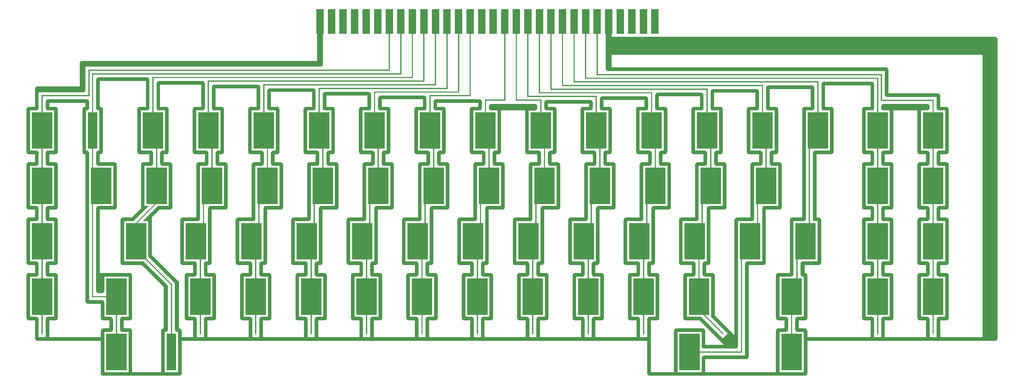
<source format=gbr>
G04 DipTrace 3.1.0.1*
G04 Bottom.gbr*
%MOMM*%
G04 #@! TF.FileFunction,Copper,L2,Bot*
G04 #@! TF.Part,Single*
G04 #@! TA.AperFunction,Nonconductor*
%ADD13C,0.00033*%
G04 #@! TA.AperFunction,ComponentPad*
%ADD14R,2.6X8.5*%
%ADD15C,1.4*%
%FSLAX35Y35*%
G04*
G71*
G90*
G75*
G01*
G04 Bottom*
%LPD*%
D14*
X15216000Y14800000D3*
X12840000D3*
X16404000D3*
X16800000D3*
X13236000D3*
X17196000D3*
X19572000D3*
X16008000D3*
X14028000D3*
X15612000D3*
X13632000D3*
X20364000D3*
X14424000D3*
X19968000D3*
X17592000D3*
X17988000D3*
X14820000D3*
X19176000D3*
X21552000D3*
X22740000D3*
X18780000D3*
X18384000D3*
X21948000D3*
X21156000D3*
X20760000D3*
X23136000D3*
X23532000D3*
X22344000D3*
X24324000D3*
X23928000D3*
X14820000D3*
X19572000D3*
X16008000D3*
X15216000D3*
X12840000D3*
X16800000D3*
X16404000D3*
X13236000D3*
X17196000D3*
X14028000D3*
X15612000D3*
X13632000D3*
X17988000D3*
X19968000D3*
X20364000D3*
X17592000D3*
X14424000D3*
X19176000D3*
X22740000D3*
X21552000D3*
X18384000D3*
X21948000D3*
X18780000D3*
X20760000D3*
X23136000D3*
X23532000D3*
X21156000D3*
X22344000D3*
X23928000D3*
X24324000D3*
D15*
Y14525000D3*
X23928000D3*
X23532000D3*
X23136000D3*
X22740000D3*
X22344000D3*
X21948000D3*
X21552000D3*
X21156000D3*
X20760000D3*
X20364000D3*
X19968000D3*
X19572000D3*
X19176000D3*
X18780000D3*
X18384000D3*
X17988000D3*
X17592000D3*
X17196000D3*
X16800000D3*
X16404000D3*
X16008000D3*
X15612000D3*
X15216000D3*
X14820000D3*
X14424000D3*
X14028000D3*
X13632000D3*
X13236000D3*
X12840000D3*
G36*
X7027000Y10374000D2*
X6699000D1*
Y11687500D1*
Y11751000D1*
X6902000D1*
X6911460Y11751497D1*
X6920817Y11752977D1*
X6929967Y11755430D1*
X6938810Y11758827D1*
X6947250Y11763127D1*
X6955197Y11768283D1*
X6962557Y11774247D1*
X6969257Y11780943D1*
X6975217Y11788307D1*
X6980377Y11796250D1*
X6984680Y11804690D1*
X6988073Y11813533D1*
X6990527Y11822683D1*
X6992010Y11832040D1*
X6992500Y11841500D1*
Y12794500D1*
X6992003Y12803960D1*
X6990523Y12813317D1*
X6988070Y12822467D1*
X6984673Y12831310D1*
X6980373Y12839750D1*
X6975217Y12847697D1*
X6969253Y12855057D1*
X6962557Y12861757D1*
X6955193Y12867717D1*
X6947250Y12872877D1*
X6938810Y12877180D1*
X6929967Y12880573D1*
X6920817Y12883027D1*
X6911460Y12884510D1*
X6902000Y12885000D1*
X5254500D1*
X5245040Y12884503D1*
X5235683Y12883023D1*
X5226533Y12880570D1*
X5217690Y12877177D1*
X5209250Y12872877D1*
X5201307Y12867717D1*
X5193943Y12861757D1*
X5187247Y12855057D1*
X5181287Y12847697D1*
X5176127Y12839750D1*
X5171827Y12831310D1*
X5168433Y12822467D1*
X5165980Y12813317D1*
X5164500Y12803960D1*
X5164000Y12794500D1*
Y11841500D1*
X5164497Y11832040D1*
X5165977Y11822683D1*
X5168430Y11813533D1*
X5171823Y11804690D1*
X5176123Y11796250D1*
X5181283Y11788307D1*
X5187243Y11780943D1*
X5193943Y11774247D1*
X5201307Y11768283D1*
X5209250Y11763127D1*
X5217690Y11758827D1*
X5226533Y11755433D1*
X5235683Y11752980D1*
X5245040Y11751500D1*
X5254500Y11751000D1*
X5270000D1*
Y10374000D1*
X5254500D1*
X5245040Y10373503D1*
X5235683Y10372023D1*
X5226533Y10369570D1*
X5217690Y10366177D1*
X5209250Y10361877D1*
X5201307Y10356717D1*
X5193943Y10350757D1*
X5187247Y10344057D1*
X5181287Y10336693D1*
X5176127Y10328750D1*
X5171827Y10320310D1*
X5168433Y10311467D1*
X5165980Y10302317D1*
X5164500Y10292960D1*
X5164000Y10283500D1*
Y9941500D1*
X5164497Y9932040D1*
X5165977Y9922683D1*
X5168430Y9913533D1*
X5171823Y9904690D1*
X5176123Y9896250D1*
X5181283Y9888307D1*
X5187243Y9880943D1*
X5193943Y9874247D1*
X5201307Y9868287D1*
X5209250Y9863127D1*
X5217690Y9858827D1*
X5226533Y9855433D1*
X5235683Y9852980D1*
X5245040Y9851500D1*
X5254500Y9851000D1*
X5751000D1*
Y8474000D1*
X5254500D1*
X5245040Y8473503D1*
X5235683Y8472023D1*
X5226533Y8469570D1*
X5217690Y8466177D1*
X5209250Y8461877D1*
X5201307Y8456717D1*
X5193943Y8450757D1*
X5187247Y8444057D1*
X5181287Y8436697D1*
X5176127Y8428750D1*
X5171827Y8420310D1*
X5168433Y8411467D1*
X5165980Y8402317D1*
X5164500Y8392960D1*
X5164000Y8383500D1*
Y5573000D1*
X5164497Y5563540D1*
X5165977Y5554183D1*
X5168430Y5545033D1*
X5171823Y5536190D1*
X5176123Y5527750D1*
X5181283Y5519807D1*
X5187243Y5512443D1*
X5193943Y5505747D1*
X5201307Y5499787D1*
X5209250Y5494627D1*
X5217690Y5490327D1*
X5226533Y5486933D1*
X5235683Y5484480D1*
X5245040Y5483000D1*
X5254500Y5482500D1*
X5358500D1*
X5367960Y5482997D1*
X5377317Y5484477D1*
X5386467Y5486930D1*
X5395310Y5490323D1*
X5403750Y5494627D1*
X5411693Y5499783D1*
X5419057Y5505747D1*
X5425757Y5512443D1*
X5431717Y5519807D1*
X5436877Y5527750D1*
X5441177Y5536190D1*
X5444573Y5545033D1*
X5447027Y5554183D1*
X5448507Y5563540D1*
X5449000Y5573000D1*
Y6051000D1*
X6276000D1*
Y4674000D1*
X6073000D1*
X6063540Y4673503D1*
X6054183Y4672023D1*
X6045033Y4669570D1*
X6036190Y4666177D1*
X6027750Y4661877D1*
X6019807Y4656717D1*
X6012443Y4650757D1*
X6005747Y4644057D1*
X5999787Y4636697D1*
X5994627Y4628750D1*
X5990327Y4620310D1*
X5986933Y4611467D1*
X5984480Y4602317D1*
X5983000Y4592960D1*
X5982500Y4583500D1*
Y4241477D1*
X5982997Y4232017D1*
X5984480Y4222663D1*
X5986933Y4213517D1*
X5990330Y4204673D1*
X5994633Y4196237D1*
X5999790Y4188293D1*
X6005753Y4180933D1*
X6012450Y4174240D1*
X6019813Y4168280D1*
X6027757Y4163123D1*
X6036197Y4158823D1*
X6045040Y4155430D1*
X6054187Y4152980D1*
X6063543Y4151500D1*
X6073000Y4151000D1*
X6276000D1*
X6401000D1*
D1*
Y2774000D1*
X7394000D1*
Y4185500D1*
X7394497Y4194960D1*
X7395980Y4204317D1*
X7398430Y4213467D1*
X7401827Y4222310D1*
X7406127Y4230750D1*
X7411287Y4238697D1*
X7417247Y4246057D1*
X7423943Y4252757D1*
X7431307Y4258717D1*
X7439250Y4263877D1*
X7447690Y4268180D1*
X7456533Y4271573D1*
X7465683Y4274027D1*
X7475040Y4275510D1*
X7484500Y4276000D1*
Y5698160D1*
X6733660Y6449000D1*
X6089500D1*
X6080040Y6449497D1*
X6070683Y6450977D1*
X6061533Y6453430D1*
X6052690Y6456827D1*
X6044250Y6461127D1*
X6036307Y6466283D1*
X6028943Y6472247D1*
X6022243Y6478943D1*
X6016283Y6486307D1*
X6011123Y6494250D1*
X6006823Y6502690D1*
X6003427Y6511533D1*
X6000973Y6520683D1*
X5999490Y6530040D1*
X5999000Y6539500D1*
Y7985500D1*
X5999497Y7994960D1*
X6000980Y8004317D1*
X6003430Y8013467D1*
X6006827Y8022310D1*
X6011127Y8030750D1*
X6016283Y8038697D1*
X6022247Y8046057D1*
X6028943Y8052757D1*
X6036307Y8058717D1*
X6044250Y8063877D1*
X6052690Y8068177D1*
X6061533Y8071573D1*
X6070683Y8074027D1*
X6080040Y8075510D1*
X6089500Y8076000D1*
X6387803D1*
X6699000Y8387197D1*
Y9885500D1*
X6699497Y9894960D1*
X6700980Y9904317D1*
X6703430Y9913467D1*
X6706827Y9922310D1*
X6711127Y9930750D1*
X6716287Y9938697D1*
X6722247Y9946057D1*
X6728943Y9952757D1*
X6736307Y9958717D1*
X6744250Y9963877D1*
X6752690Y9968180D1*
X6761533Y9971573D1*
X6770683Y9974027D1*
X6780040Y9975510D1*
X6789500Y9976000D1*
X6992500D1*
Y10249000D1*
X6664500D1*
X6655040Y10249497D1*
X6645683Y10250977D1*
X6636533Y10253430D1*
X6627690Y10256827D1*
X6619250Y10261127D1*
X6611303Y10266283D1*
X6603943Y10272247D1*
X6597243Y10278943D1*
X6591283Y10286307D1*
X6586123Y10294250D1*
X6581823Y10302690D1*
X6578427Y10311533D1*
X6575973Y10320683D1*
X6574490Y10330040D1*
X6574000Y10339500D1*
Y10374000D1*
Y11785500D1*
X6574500Y11794960D1*
X6575980Y11804317D1*
X6578433Y11813467D1*
X6581827Y11822310D1*
X6586127Y11830750D1*
X6591287Y11838697D1*
X6597247Y11846057D1*
X6603943Y11852757D1*
X6611307Y11858717D1*
X6619250Y11863877D1*
X6627690Y11868177D1*
X6636533Y11871570D1*
X6645683Y11874023D1*
X6655040Y11875503D1*
X6664500Y11876000D1*
X6867500D1*
Y12760000D1*
X5289000D1*
Y11876000D1*
X5304500D1*
X5313960Y11875507D1*
X5323317Y11874027D1*
X5332467Y11871573D1*
X5341310Y11868177D1*
X5349750Y11863877D1*
X5357693Y11858717D1*
X5365057Y11852757D1*
X5371753Y11846057D1*
X5377717Y11838693D1*
X5382873Y11830750D1*
X5387177Y11822310D1*
X5390570Y11813467D1*
X5393023Y11804317D1*
X5394503Y11794960D1*
X5395000Y11785500D1*
Y10339500D1*
X5394507Y10330040D1*
X5393027Y10320683D1*
X5390573Y10311533D1*
X5387177Y10302690D1*
X5382877Y10294250D1*
X5377717Y10286307D1*
X5371757Y10278943D1*
X5365057Y10272247D1*
X5357697Y10266283D1*
X5349750Y10261127D1*
X5341310Y10256823D1*
X5332467Y10253430D1*
X5323317Y10250977D1*
X5313960Y10249497D1*
X5304500Y10249000D1*
X5289000D1*
Y9976000D1*
X5785500D1*
X5794960Y9975510D1*
X5804317Y9974027D1*
X5813467Y9971573D1*
X5822310Y9968177D1*
X5830750Y9963877D1*
X5838693Y9958717D1*
X5846057Y9952757D1*
X5852753Y9946057D1*
X5858717Y9938693D1*
X5863873Y9930750D1*
X5868177Y9922310D1*
X5871570Y9913467D1*
X5874023Y9904317D1*
X5875503Y9894960D1*
X5876000Y9885500D1*
Y8439500D1*
X5875510Y8430040D1*
X5874027Y8420683D1*
X5871573Y8411533D1*
X5868177Y8402690D1*
X5863877Y8394250D1*
X5858717Y8386307D1*
X5852757Y8378943D1*
X5846057Y8372247D1*
X5838697Y8366283D1*
X5830750Y8361127D1*
X5822310Y8356823D1*
X5813467Y8353430D1*
X5804317Y8350977D1*
X5794960Y8349497D1*
X5785500Y8349000D1*
X5289000D1*
Y6176000D1*
X6310500D1*
X6319960Y6175510D1*
X6329317Y6174027D1*
X6338467Y6171573D1*
X6347310Y6168177D1*
X6355750Y6163877D1*
X6363693Y6158717D1*
X6371057Y6152757D1*
X6377753Y6146057D1*
X6383717Y6138697D1*
X6388873Y6130750D1*
X6393173Y6122310D1*
X6396570Y6113467D1*
X6399023Y6104317D1*
X6400503Y6094960D1*
X6401000Y6085500D1*
Y4639500D1*
X6400510Y4630040D1*
X6399027Y4620683D1*
X6396573Y4611533D1*
X6393177Y4602690D1*
X6388877Y4594250D1*
X6383717Y4586307D1*
X6377757Y4578943D1*
X6371057Y4572247D1*
X6363697Y4566283D1*
X6355750Y4561127D1*
X6347310Y4556827D1*
X6338467Y4553430D1*
X6329317Y4550977D1*
X6319960Y4549497D1*
X6310500Y4549000D1*
X6107500D1*
Y4276000D1*
X6310500D1*
X6319970Y4275507D1*
X6329333Y4274023D1*
X6338490Y4271567D1*
X6347340Y4268163D1*
X6355787Y4263857D1*
X6363737Y4258687D1*
X6371100Y4252717D1*
X6377800Y4246007D1*
X6383760Y4238633D1*
X6388917Y4230677D1*
X6393213Y4222223D1*
X6396600Y4213367D1*
X6399043Y4204207D1*
X6400517Y4194840D1*
X6401000Y4185370D1*
Y4151000D1*
X6276000D1*
Y2774000D1*
X5449000D1*
Y4151000D1*
X5652000D1*
X5661463Y4151497D1*
X5670823Y4152980D1*
X5679977Y4155433D1*
X5688827Y4158833D1*
X5697267Y4163137D1*
X5705217Y4168300D1*
X5712580Y4174267D1*
X5719277Y4180970D1*
X5725240Y4188337D1*
X5730397Y4196287D1*
X5734697Y4204733D1*
X5738090Y4213580D1*
X5740537Y4222737D1*
X5742013Y4232097D1*
X5742500Y4241563D1*
Y4583500D1*
X5742003Y4592960D1*
X5740523Y4602317D1*
X5738070Y4611467D1*
X5734677Y4620310D1*
X5730373Y4628750D1*
X5725217Y4636693D1*
X5719253Y4644057D1*
X5712557Y4650757D1*
X5705193Y4656717D1*
X5697250Y4661877D1*
X5688810Y4666177D1*
X5679967Y4669573D1*
X5670817Y4672027D1*
X5661460Y4673507D1*
X5652000Y4674000D1*
X5449000D1*
Y5152000D1*
X5448503Y5161460D1*
X5447023Y5170817D1*
X5444570Y5179967D1*
X5441177Y5188810D1*
X5436873Y5197250D1*
X5431717Y5205193D1*
X5425753Y5212557D1*
X5419057Y5219257D1*
X5411693Y5225217D1*
X5403750Y5230377D1*
X5395310Y5234677D1*
X5386467Y5238073D1*
X5377317Y5240527D1*
X5367960Y5242007D1*
X5358500Y5242500D1*
X4924000D1*
Y10283500D1*
X4923503Y10292960D1*
X4922023Y10302317D1*
X4919570Y10311467D1*
X4916177Y10320310D1*
X4911873Y10328750D1*
X4906717Y10336693D1*
X4900753Y10344057D1*
X4894057Y10350757D1*
X4886693Y10356717D1*
X4878750Y10361877D1*
X4870310Y10366177D1*
X4861467Y10369573D1*
X4852317Y10372027D1*
X4842960Y10373507D1*
X4833500Y10374000D1*
X4818000D1*
Y11751000D1*
X4833500D1*
X4842960Y11751497D1*
X4852317Y11752977D1*
X4861467Y11755430D1*
X4870310Y11758823D1*
X4878750Y11763127D1*
X4886693Y11768283D1*
X4894057Y11774247D1*
X4900757Y11780943D1*
X4906717Y11788307D1*
X4911877Y11796250D1*
X4916177Y11804690D1*
X4919573Y11813533D1*
X4922027Y11822683D1*
X4923507Y11832040D1*
X4924000Y11841500D1*
Y12044500D1*
X4923503Y12053960D1*
X4922023Y12063317D1*
X4919570Y12072467D1*
X4916177Y12081310D1*
X4911873Y12089750D1*
X4906717Y12097693D1*
X4900753Y12105057D1*
X4894057Y12111757D1*
X4886693Y12117717D1*
X4878750Y12122877D1*
X4870310Y12127177D1*
X4861467Y12130573D1*
X4852317Y12133027D1*
X4842960Y12134507D1*
X4833500Y12135000D1*
X3523000D1*
X3513540Y12134503D1*
X3504183Y12133023D1*
X3495033Y12130570D1*
X3486190Y12127177D1*
X3477750Y12122877D1*
X3469807Y12117717D1*
X3462443Y12111757D1*
X3455747Y12105057D1*
X3449783Y12097693D1*
X3444627Y12089750D1*
X3440327Y12081310D1*
X3436930Y12072467D1*
X3434480Y12063317D1*
X3432997Y12053960D1*
X3432500Y12044500D1*
Y11841500D1*
X3432997Y11832040D1*
X3434477Y11822683D1*
X3436930Y11813533D1*
X3440323Y11804690D1*
X3444623Y11796250D1*
X3449783Y11788307D1*
X3455747Y11780943D1*
X3462443Y11774247D1*
X3469807Y11768283D1*
X3477750Y11763127D1*
X3486190Y11758827D1*
X3495033Y11755430D1*
X3504183Y11752980D1*
X3513540Y11751497D1*
X3523000Y11751000D1*
X3726000D1*
Y10374000D1*
X3523000D1*
X3513527Y10373503D1*
X3504160Y10372017D1*
X3494997Y10369560D1*
X3486143Y10366157D1*
X3477693Y10361843D1*
X3469743Y10356670D1*
X3462377Y10350693D1*
X3455677Y10343980D1*
X3449717Y10336600D1*
X3444560Y10328637D1*
X3440267Y10320180D1*
X3436883Y10311317D1*
X3434443Y10302150D1*
X3432980Y10292780D1*
X3432500Y10283303D1*
Y9941477D1*
X3432997Y9932017D1*
X3434483Y9922663D1*
X3436937Y9913517D1*
X3440330Y9904673D1*
X3444633Y9896237D1*
X3449793Y9888293D1*
X3455753Y9880933D1*
X3462453Y9874237D1*
X3469813Y9868280D1*
X3477757Y9863120D1*
X3486197Y9858823D1*
X3495040Y9855430D1*
X3504187Y9852980D1*
X3513543Y9851497D1*
X3523000Y9851000D1*
X3726000D1*
Y8474000D1*
X3523000D1*
X3513527Y8473503D1*
X3504160Y8472017D1*
X3494997Y8469560D1*
X3486143Y8466157D1*
X3477693Y8461843D1*
X3469743Y8456670D1*
X3462377Y8450693D1*
X3455677Y8443980D1*
X3449717Y8436600D1*
X3444560Y8428637D1*
X3440267Y8420180D1*
X3436883Y8411317D1*
X3434443Y8402150D1*
X3432980Y8392780D1*
X3432500Y8383303D1*
Y8041477D1*
X3432997Y8032017D1*
X3434483Y8022663D1*
X3436937Y8013517D1*
X3440330Y8004673D1*
X3444633Y7996237D1*
X3449793Y7988293D1*
X3455753Y7980933D1*
X3462453Y7974237D1*
X3469813Y7968280D1*
X3477757Y7963120D1*
X3486197Y7958823D1*
X3495040Y7955430D1*
X3504187Y7952980D1*
X3513543Y7951497D1*
X3523000Y7951000D1*
X3726000D1*
Y6574000D1*
X3523000D1*
X3513537Y6573503D1*
X3504177Y6572020D1*
X3495020Y6569567D1*
X3486173Y6566170D1*
X3477730Y6561863D1*
X3469783Y6556700D1*
X3462420Y6550733D1*
X3455723Y6544030D1*
X3449760Y6536663D1*
X3444603Y6528713D1*
X3440307Y6520267D1*
X3436913Y6511417D1*
X3434467Y6502260D1*
X3432993Y6492897D1*
X3432500Y6483433D1*
Y6141433D1*
X3433003Y6131977D1*
X3434490Y6122627D1*
X3436947Y6113483D1*
X3440343Y6104647D1*
X3444647Y6096213D1*
X3449807Y6088273D1*
X3455770Y6080917D1*
X3462467Y6074227D1*
X3469827Y6068270D1*
X3477770Y6063113D1*
X3486207Y6058817D1*
X3495047Y6055427D1*
X3504193Y6052977D1*
X3513543Y6051497D1*
X3523000Y6051000D1*
X3726000D1*
Y4674000D1*
X3523000D1*
X3513540Y4673503D1*
X3504183Y4672023D1*
X3495033Y4669570D1*
X3486190Y4666177D1*
X3477750Y4661877D1*
X3469807Y4656717D1*
X3462443Y4650757D1*
X3455747Y4644057D1*
X3449783Y4636693D1*
X3444627Y4628750D1*
X3440327Y4620310D1*
X3436930Y4611467D1*
X3434480Y4602317D1*
X3432997Y4592960D1*
X3432500Y4583500D1*
Y3975000D1*
X3557500D1*
D1*
X5324000D1*
Y4185500D1*
X5324500Y4194960D1*
X5325980Y4204317D1*
X5328433Y4213467D1*
X5331827Y4222310D1*
X5336127Y4230750D1*
X5341287Y4238697D1*
X5347247Y4246057D1*
X5353943Y4252757D1*
X5361307Y4258717D1*
X5369250Y4263877D1*
X5377690Y4268177D1*
X5386533Y4271570D1*
X5395683Y4274023D1*
X5405040Y4275503D1*
X5414500Y4276000D1*
X5617500D1*
Y4549000D1*
X5414500D1*
X5405040Y4549500D1*
X5395683Y4550980D1*
X5386533Y4553433D1*
X5377690Y4556827D1*
X5369250Y4561127D1*
X5361303Y4566287D1*
X5353943Y4572247D1*
X5347243Y4578943D1*
X5341283Y4586307D1*
X5336123Y4594250D1*
X5331823Y4602690D1*
X5328430Y4611533D1*
X5325977Y4620683D1*
X5324497Y4630040D1*
X5324000Y4639500D1*
Y5117500D1*
X4889500D1*
X4880040Y5118000D1*
X4870683Y5119480D1*
X4861533Y5121930D1*
X4852690Y5125327D1*
X4844250Y5129627D1*
X4836307Y5134783D1*
X4828943Y5140747D1*
X4822243Y5147443D1*
X4816283Y5154807D1*
X4811123Y5162750D1*
X4806823Y5171190D1*
X4803430Y5180033D1*
X4800977Y5189183D1*
X4799497Y5198540D1*
X4799000Y5208000D1*
Y10249000D1*
X4783500D1*
X4774040Y10249500D1*
X4764683Y10250980D1*
X4755533Y10253430D1*
X4746690Y10256827D1*
X4738250Y10261127D1*
X4730307Y10266283D1*
X4722943Y10272247D1*
X4716243Y10278943D1*
X4710283Y10286307D1*
X4705123Y10294250D1*
X4700823Y10302690D1*
X4697430Y10311533D1*
X4694977Y10320683D1*
X4693497Y10330040D1*
X4693000Y10339500D1*
Y11785500D1*
X4693500Y11794960D1*
X4694980Y11804317D1*
X4697430Y11813467D1*
X4700827Y11822310D1*
X4705127Y11830750D1*
X4710283Y11838693D1*
X4716247Y11846057D1*
X4722943Y11852757D1*
X4730307Y11858717D1*
X4738250Y11863877D1*
X4746690Y11868177D1*
X4755533Y11871570D1*
X4764683Y11874023D1*
X4774040Y11875503D1*
X4783500Y11876000D1*
X4799000D1*
Y12010000D1*
X3557500D1*
Y11876000D1*
X3760500D1*
X3769960Y11875507D1*
X3779317Y11874023D1*
X3788467Y11871573D1*
X3797310Y11868177D1*
X3805750Y11863877D1*
X3813693Y11858717D1*
X3821057Y11852757D1*
X3827753Y11846057D1*
X3833717Y11838693D1*
X3838873Y11830750D1*
X3843177Y11822310D1*
X3846570Y11813467D1*
X3849023Y11804317D1*
X3850503Y11794960D1*
X3851000Y11785500D1*
Y10339500D1*
X3850507Y10330040D1*
X3849023Y10320683D1*
X3846573Y10311533D1*
X3843177Y10302690D1*
X3838877Y10294250D1*
X3833717Y10286307D1*
X3827757Y10278943D1*
X3821057Y10272247D1*
X3813693Y10266283D1*
X3805750Y10261127D1*
X3797310Y10256823D1*
X3788467Y10253430D1*
X3779317Y10250977D1*
X3769960Y10249497D1*
X3760500Y10249000D1*
X3557500D1*
Y9976000D1*
X3760500D1*
X3769970Y9975507D1*
X3779333Y9974020D1*
X3788490Y9971563D1*
X3797340Y9968163D1*
X3805787Y9963853D1*
X3813737Y9958687D1*
X3821100Y9952713D1*
X3827800Y9946007D1*
X3833760Y9938633D1*
X3838917Y9930677D1*
X3843213Y9922223D1*
X3846603Y9913367D1*
X3849047Y9904207D1*
X3850517Y9894840D1*
X3851000Y9885370D1*
Y8439500D1*
X3850507Y8430040D1*
X3849023Y8420683D1*
X3846573Y8411533D1*
X3843177Y8402690D1*
X3838877Y8394250D1*
X3833717Y8386307D1*
X3827757Y8378943D1*
X3821057Y8372247D1*
X3813693Y8366283D1*
X3805750Y8361127D1*
X3797310Y8356823D1*
X3788467Y8353430D1*
X3779317Y8350977D1*
X3769960Y8349497D1*
X3760500Y8349000D1*
X3557500D1*
Y8076000D1*
X3760500D1*
X3769960Y8075507D1*
X3779317Y8074023D1*
X3788467Y8071573D1*
X3797310Y8068177D1*
X3805750Y8063877D1*
X3813693Y8058717D1*
X3821057Y8052757D1*
X3827753Y8046057D1*
X3833717Y8038693D1*
X3838873Y8030750D1*
X3843177Y8022310D1*
X3846570Y8013467D1*
X3849023Y8004317D1*
X3850503Y7994960D1*
X3851000Y7985500D1*
Y6539500D1*
X3850507Y6530040D1*
X3849023Y6520683D1*
X3846573Y6511533D1*
X3843177Y6502690D1*
X3838877Y6494250D1*
X3833717Y6486307D1*
X3827757Y6478943D1*
X3821057Y6472247D1*
X3813693Y6466283D1*
X3805750Y6461127D1*
X3797310Y6456823D1*
X3788467Y6453430D1*
X3779317Y6450977D1*
X3769960Y6449497D1*
X3760500Y6449000D1*
X3557500D1*
Y6176000D1*
X3760500D1*
X3769970Y6175507D1*
X3779333Y6174020D1*
X3788490Y6171563D1*
X3797340Y6168163D1*
X3805787Y6163853D1*
X3813737Y6158687D1*
X3821100Y6152713D1*
X3827800Y6146007D1*
X3833760Y6138633D1*
X3838917Y6130677D1*
X3843213Y6122223D1*
X3846603Y6113367D1*
X3849047Y6104207D1*
X3850517Y6094840D1*
X3851000Y6085370D1*
Y4639500D1*
X3850507Y4630040D1*
X3849023Y4620683D1*
X3846573Y4611533D1*
X3843177Y4602690D1*
X3838877Y4594250D1*
X3833717Y4586307D1*
X3827757Y4578943D1*
X3821057Y4572247D1*
X3813693Y4566283D1*
X3805750Y4561127D1*
X3797310Y4556823D1*
X3788467Y4553430D1*
X3779317Y4550977D1*
X3769960Y4549497D1*
X3760500Y4549000D1*
X3557500D1*
Y3975000D1*
X3432500D1*
X3192500D1*
Y4583500D1*
X3192003Y4592960D1*
X3190523Y4602317D1*
X3188070Y4611467D1*
X3184677Y4620310D1*
X3180373Y4628750D1*
X3175217Y4636693D1*
X3169253Y4644057D1*
X3162557Y4650757D1*
X3155193Y4656717D1*
X3147250Y4661877D1*
X3138810Y4666177D1*
X3129967Y4669573D1*
X3120817Y4672023D1*
X3111460Y4673507D1*
X3102000Y4674000D1*
X2899000D1*
Y6051000D1*
X3102000D1*
X3111460Y6051497D1*
X3120817Y6052977D1*
X3129967Y6055430D1*
X3138810Y6058823D1*
X3147250Y6063127D1*
X3155193Y6068283D1*
X3162557Y6074247D1*
X3169253Y6080943D1*
X3175217Y6088307D1*
X3180377Y6096250D1*
X3184677Y6104690D1*
X3188073Y6113533D1*
X3190523Y6122683D1*
X3192007Y6132040D1*
X3192500Y6141500D1*
Y6483500D1*
X3192003Y6492960D1*
X3190523Y6502317D1*
X3188070Y6511467D1*
X3184677Y6520310D1*
X3180377Y6528750D1*
X3175217Y6536693D1*
X3169253Y6544057D1*
X3162557Y6550757D1*
X3155193Y6556717D1*
X3147250Y6561877D1*
X3138810Y6566177D1*
X3129967Y6569573D1*
X3120817Y6572023D1*
X3111460Y6573507D1*
X3102000Y6574000D1*
X2899000D1*
Y7951000D1*
X3102000D1*
X3111463Y7951497D1*
X3120823Y7952980D1*
X3129977Y7955433D1*
X3138827Y7958830D1*
X3147267Y7963137D1*
X3155217Y7968300D1*
X3162577Y7974267D1*
X3169277Y7980970D1*
X3175240Y7988337D1*
X3180397Y7996287D1*
X3184697Y8004733D1*
X3188087Y8013580D1*
X3190537Y8022737D1*
X3192013Y8032097D1*
X3192500Y8041563D1*
Y8383500D1*
X3192003Y8392960D1*
X3190523Y8402317D1*
X3188070Y8411467D1*
X3184677Y8420310D1*
X3180373Y8428750D1*
X3175217Y8436693D1*
X3169253Y8444057D1*
X3162557Y8450753D1*
X3155193Y8456717D1*
X3147250Y8461877D1*
X3138810Y8466177D1*
X3129967Y8469573D1*
X3120817Y8472023D1*
X3111460Y8473507D1*
X3102000Y8474000D1*
X2899000D1*
Y9851000D1*
X3102000D1*
X3111463Y9851497D1*
X3120823Y9852980D1*
X3129977Y9855433D1*
X3138827Y9858830D1*
X3147267Y9863137D1*
X3155213Y9868300D1*
X3162577Y9874267D1*
X3169277Y9880970D1*
X3175240Y9888337D1*
X3180397Y9896287D1*
X3184697Y9904733D1*
X3188087Y9913580D1*
X3190537Y9922737D1*
X3192013Y9932097D1*
X3192500Y9941563D1*
Y10283500D1*
X3192003Y10292960D1*
X3190523Y10302317D1*
X3188070Y10311467D1*
X3184677Y10320310D1*
X3180373Y10328750D1*
X3175217Y10336693D1*
X3169253Y10344057D1*
X3162557Y10350753D1*
X3155193Y10356717D1*
X3147250Y10361877D1*
X3138810Y10366177D1*
X3129967Y10369573D1*
X3120817Y10372023D1*
X3111460Y10373507D1*
X3102000Y10374000D1*
X2899000D1*
Y11751000D1*
X3102000D1*
X3111460Y11751497D1*
X3120817Y11752977D1*
X3129967Y11755430D1*
X3138810Y11758823D1*
X3147250Y11763127D1*
X3155193Y11768283D1*
X3162557Y11774247D1*
X3169257Y11780943D1*
X3175217Y11788307D1*
X3180377Y11796250D1*
X3184677Y11804690D1*
X3188073Y11813533D1*
X3190523Y11822683D1*
X3192007Y11832040D1*
X3192500Y11841500D1*
Y12375000D1*
X4708500D1*
X4717960Y12375497D1*
X4727317Y12376977D1*
X4736467Y12379430D1*
X4745310Y12382823D1*
X4753750Y12387127D1*
X4761693Y12392283D1*
X4769057Y12398247D1*
X4775757Y12404943D1*
X4781717Y12412307D1*
X4786877Y12420250D1*
X4791177Y12428690D1*
X4794573Y12437533D1*
X4797027Y12446683D1*
X4798507Y12456040D1*
X4799000Y12465500D1*
Y13250000D1*
X12849500D1*
X12858960Y13250497D1*
X12868317Y13251980D1*
X12877467Y13254430D1*
X12886310Y13257827D1*
X12894753Y13262127D1*
X12902697Y13267287D1*
X12910060Y13273247D1*
X12916757Y13279947D1*
X12922720Y13287307D1*
X12927880Y13295250D1*
X12932183Y13303690D1*
X12935580Y13312533D1*
X12938033Y13321683D1*
X12939517Y13331040D1*
X12940000Y13340500D1*
Y14375000D1*
X12740000D1*
Y13450000D1*
X4689500D1*
X4680040Y13449503D1*
X4670683Y13448023D1*
X4661533Y13445570D1*
X4652690Y13442177D1*
X4644250Y13437877D1*
X4636307Y13432717D1*
X4628943Y13426757D1*
X4622247Y13420057D1*
X4616283Y13412693D1*
X4611127Y13404750D1*
X4606827Y13396310D1*
X4603430Y13387467D1*
X4600980Y13378317D1*
X4599500Y13368960D1*
X4599000Y13359500D1*
Y12575000D1*
X3158000D1*
X3148540Y12574503D1*
X3139183Y12573023D1*
X3130033Y12570570D1*
X3121190Y12567177D1*
X3112750Y12562877D1*
X3104807Y12557717D1*
X3097443Y12551753D1*
X3090747Y12545057D1*
X3084783Y12537693D1*
X3079627Y12529750D1*
X3075327Y12521310D1*
X3071930Y12512467D1*
X3069480Y12503317D1*
X3067997Y12493960D1*
X3067500Y12484500D1*
Y11876000D1*
X2864500D1*
X2855040Y11875503D1*
X2845683Y11874023D1*
X2836533Y11871570D1*
X2827690Y11868177D1*
X2819250Y11863877D1*
X2811307Y11858717D1*
X2803943Y11852753D1*
X2797247Y11846057D1*
X2791283Y11838693D1*
X2786127Y11830750D1*
X2781827Y11822310D1*
X2778430Y11813467D1*
X2775980Y11804317D1*
X2774497Y11794960D1*
X2774000Y11785500D1*
Y10339467D1*
X2774500Y10330010D1*
X2775983Y10320657D1*
X2778437Y10311510D1*
X2781833Y10302670D1*
X2786137Y10294230D1*
X2791297Y10286290D1*
X2797257Y10278930D1*
X2803953Y10272237D1*
X2811317Y10266277D1*
X2819260Y10261120D1*
X2827697Y10256820D1*
X2836540Y10253430D1*
X2845687Y10250977D1*
X2855043Y10249497D1*
X2864500Y10249000D1*
X3067500D1*
Y9976000D1*
X2864500D1*
X2855040Y9975503D1*
X2845683Y9974023D1*
X2836533Y9971570D1*
X2827690Y9968177D1*
X2819250Y9963877D1*
X2811307Y9958717D1*
X2803943Y9952753D1*
X2797247Y9946057D1*
X2791283Y9938693D1*
X2786127Y9930750D1*
X2781827Y9922310D1*
X2778430Y9913467D1*
X2775980Y9904317D1*
X2774497Y9894960D1*
X2774000Y9885500D1*
Y8439500D1*
X2774497Y8430040D1*
X2775977Y8420683D1*
X2778430Y8411533D1*
X2781823Y8402690D1*
X2786123Y8394250D1*
X2791283Y8386307D1*
X2797247Y8378943D1*
X2803943Y8372247D1*
X2811307Y8366283D1*
X2819250Y8361127D1*
X2827690Y8356827D1*
X2836533Y8353430D1*
X2845683Y8350980D1*
X2855040Y8349497D1*
X2864500Y8349000D1*
X3067500D1*
Y8076000D1*
X2864500D1*
X2855037Y8075503D1*
X2845680Y8074023D1*
X2836527Y8071570D1*
X2827683Y8068173D1*
X2819240Y8063870D1*
X2811297Y8058710D1*
X2803933Y8052743D1*
X2797233Y8046043D1*
X2791273Y8038680D1*
X2786113Y8030730D1*
X2781817Y8022287D1*
X2778423Y8013440D1*
X2775973Y8004290D1*
X2774493Y7994930D1*
X2774000Y7985467D1*
Y6539467D1*
X2774500Y6530010D1*
X2775983Y6520657D1*
X2778437Y6511510D1*
X2781833Y6502670D1*
X2786137Y6494230D1*
X2791297Y6486290D1*
X2797257Y6478930D1*
X2803953Y6472237D1*
X2811317Y6466277D1*
X2819260Y6461120D1*
X2827697Y6456820D1*
X2836540Y6453430D1*
X2845690Y6450977D1*
X2855043Y6449497D1*
X2864500Y6449000D1*
X3067500D1*
Y6176000D1*
X2864500D1*
X2855040Y6175503D1*
X2845683Y6174023D1*
X2836533Y6171570D1*
X2827690Y6168177D1*
X2819250Y6163877D1*
X2811307Y6158717D1*
X2803943Y6152757D1*
X2797247Y6146057D1*
X2791283Y6138693D1*
X2786127Y6130750D1*
X2781827Y6122310D1*
X2778430Y6113467D1*
X2775980Y6104317D1*
X2774497Y6094960D1*
X2774000Y6085500D1*
Y4639467D1*
X2774500Y4630010D1*
X2775983Y4620657D1*
X2778437Y4611510D1*
X2781833Y4602670D1*
X2786137Y4594230D1*
X2791297Y4586290D1*
X2797257Y4578930D1*
X2803953Y4572237D1*
X2811317Y4566277D1*
X2819260Y4561120D1*
X2827697Y4556820D1*
X2836540Y4553430D1*
X2845687Y4550977D1*
X2855043Y4549497D1*
X2864500Y4549000D1*
X3067500D1*
Y3940500D1*
X3067997Y3931040D1*
X3069477Y3921683D1*
X3071930Y3912533D1*
X3075323Y3903690D1*
X3079623Y3895250D1*
X3084783Y3887307D1*
X3090747Y3879943D1*
X3097443Y3873247D1*
X3104807Y3867283D1*
X3112750Y3862127D1*
X3121190Y3857827D1*
X3130033Y3854430D1*
X3139183Y3851980D1*
X3148540Y3850497D1*
X3158000Y3850000D1*
X5324000D1*
Y2739500D1*
X5324497Y2730040D1*
X5325977Y2720683D1*
X5328430Y2711533D1*
X5331823Y2702690D1*
X5336123Y2694250D1*
X5341283Y2686307D1*
X5347243Y2678943D1*
X5353943Y2672247D1*
X5361303Y2666287D1*
X5369250Y2661127D1*
X5377690Y2656827D1*
X5386533Y2653433D1*
X5395683Y2650980D1*
X5405040Y2649500D1*
X5414500Y2649000D1*
X6310500D1*
X7500000D1*
X8005500D1*
X8014960Y2649497D1*
X8024317Y2650980D1*
X8033467Y2653430D1*
X8042310Y2656827D1*
X8050750Y2661127D1*
X8058697Y2666287D1*
X8066057Y2672247D1*
X8072757Y2678943D1*
X8078717Y2686307D1*
X8083877Y2694250D1*
X8088180Y2702690D1*
X8091573Y2711533D1*
X8094027Y2720683D1*
X8095510Y2730040D1*
X8096000Y2739500D1*
Y3850000D1*
Y3975000D1*
D1*
X8492500D1*
Y4549000D1*
X8289500D1*
X8280040Y4549503D1*
X8270683Y4550983D1*
X8261533Y4553433D1*
X8252690Y4556827D1*
X8244250Y4561127D1*
X8236303Y4566287D1*
X8228943Y4572247D1*
X8222243Y4578943D1*
X8216283Y4586307D1*
X8211123Y4594250D1*
X8206823Y4602690D1*
X8203427Y4611533D1*
X8200977Y4620683D1*
X8199497Y4630040D1*
X8199000Y4639500D1*
Y6085500D1*
X8199503Y6094960D1*
X8200983Y6104317D1*
X8203433Y6113467D1*
X8206827Y6122310D1*
X8211127Y6130750D1*
X8216287Y6138697D1*
X8222247Y6146057D1*
X8228943Y6152757D1*
X8236307Y6158717D1*
X8244250Y6163877D1*
X8252690Y6168177D1*
X8261533Y6171573D1*
X8270683Y6174023D1*
X8280040Y6175503D1*
X8289500Y6176000D1*
X8492500D1*
Y6449000D1*
X8139500D1*
X8130040Y6449503D1*
X8120683Y6450983D1*
X8111533Y6453433D1*
X8102690Y6456827D1*
X8094250Y6461127D1*
X8086303Y6466287D1*
X8078943Y6472247D1*
X8072243Y6478943D1*
X8066283Y6486307D1*
X8061123Y6494250D1*
X8056823Y6502690D1*
X8053430Y6511533D1*
X8050977Y6520683D1*
X8049497Y6530040D1*
X8049000Y6539500D1*
Y7985500D1*
X8049503Y7994960D1*
X8050983Y8004317D1*
X8053433Y8013467D1*
X8056827Y8022310D1*
X8061127Y8030750D1*
X8066287Y8038697D1*
X8072247Y8046057D1*
X8078943Y8052757D1*
X8086307Y8058717D1*
X8094250Y8063877D1*
X8102690Y8068177D1*
X8111533Y8071573D1*
X8120683Y8074023D1*
X8130040Y8075503D1*
X8139500Y8076000D1*
X8599000D1*
Y9885500D1*
X8599503Y9894960D1*
X8600983Y9904317D1*
X8603433Y9913467D1*
X8606827Y9922310D1*
X8611127Y9930750D1*
X8616287Y9938697D1*
X8622247Y9946057D1*
X8628943Y9952757D1*
X8636307Y9958717D1*
X8644250Y9963877D1*
X8652690Y9968177D1*
X8661533Y9971573D1*
X8670683Y9974023D1*
X8680040Y9975503D1*
X8689500Y9976000D1*
X8892500D1*
Y10249000D1*
X8564500D1*
X8555040Y10249503D1*
X8545683Y10250983D1*
X8536533Y10253433D1*
X8527690Y10256827D1*
X8519250Y10261127D1*
X8511303Y10266287D1*
X8503943Y10272247D1*
X8497243Y10278943D1*
X8491283Y10286307D1*
X8486123Y10294250D1*
X8481823Y10302690D1*
X8478427Y10311533D1*
X8475977Y10320683D1*
X8474497Y10330040D1*
X8474000Y10339500D1*
Y11785500D1*
X8474503Y11794960D1*
X8475983Y11804317D1*
X8478433Y11813467D1*
X8481827Y11822310D1*
X8486127Y11830750D1*
X8491287Y11838697D1*
X8497247Y11846057D1*
X8503943Y11852757D1*
X8511307Y11858717D1*
X8519250Y11863877D1*
X8527690Y11868177D1*
X8536533Y11871573D1*
X8545683Y11874023D1*
X8555040Y11875503D1*
X8564500Y11876000D1*
X8767500D1*
Y12635000D1*
X7357500D1*
Y11876000D1*
X7560500D1*
X7569960Y11875510D1*
X7579317Y11874027D1*
X7588467Y11871573D1*
X7597310Y11868180D1*
X7605750Y11863877D1*
X7613693Y11858717D1*
X7621057Y11852757D1*
X7627753Y11846057D1*
X7633713Y11838697D1*
X7638873Y11830750D1*
X7643173Y11822310D1*
X7646570Y11813467D1*
X7649020Y11804317D1*
X7650503Y11794960D1*
X7651000Y11785500D1*
Y10339500D1*
X7650510Y10330040D1*
X7649027Y10320683D1*
X7646573Y10311533D1*
X7643180Y10302690D1*
X7638877Y10294250D1*
X7633717Y10286307D1*
X7627757Y10278943D1*
X7621057Y10272247D1*
X7613697Y10266287D1*
X7605750Y10261127D1*
X7597310Y10256827D1*
X7588467Y10253430D1*
X7579317Y10250980D1*
X7569960Y10249497D1*
X7560500Y10249000D1*
X7482500D1*
Y9976000D1*
X7685500D1*
X7694960Y9975510D1*
X7704317Y9974027D1*
X7713467Y9971573D1*
X7722310Y9968180D1*
X7730750Y9963877D1*
X7738693Y9958717D1*
X7746057Y9952757D1*
X7752753Y9946057D1*
X7758713Y9938697D1*
X7763873Y9930750D1*
X7768173Y9922310D1*
X7771570Y9913467D1*
X7774020Y9904317D1*
X7775503Y9894960D1*
X7776000Y9885500D1*
Y8439500D1*
X7775510Y8430040D1*
X7774027Y8420683D1*
X7771573Y8411533D1*
X7768180Y8402690D1*
X7763877Y8394250D1*
X7758717Y8386307D1*
X7752757Y8378943D1*
X7746057Y8372247D1*
X7738697Y8366287D1*
X7730750Y8361127D1*
X7722310Y8356827D1*
X7713467Y8353430D1*
X7704317Y8350980D1*
X7694960Y8349497D1*
X7685500Y8349000D1*
X7337197D1*
X7076000Y8087803D1*
Y6795483D1*
X7795000Y6076483D1*
X8005500Y5865983D1*
Y4276000D1*
X8014960Y4275510D1*
X8024317Y4274027D1*
X8033467Y4271573D1*
X8042310Y4268180D1*
X8050750Y4263877D1*
X8058693Y4258717D1*
X8066057Y4252757D1*
X8072753Y4246057D1*
X8078713Y4238697D1*
X8083873Y4230750D1*
X8088173Y4222310D1*
X8091570Y4213467D1*
X8094020Y4204317D1*
X8095503Y4194960D1*
X8096000Y4185500D1*
Y3975000D1*
Y3850000D1*
X24057500D1*
Y2739500D1*
X24057993Y2730040D1*
X24059473Y2720683D1*
X24061927Y2711533D1*
X24065320Y2702690D1*
X24069620Y2694250D1*
X24074780Y2686307D1*
X24080743Y2678947D1*
X24087440Y2672250D1*
X24094803Y2666290D1*
X24102750Y2661133D1*
X24111190Y2656833D1*
X24120033Y2653443D1*
X24129183Y2650993D1*
X24138540Y2649517D1*
X24148000Y2649000D1*
X29460500D1*
X29469960Y2649497D1*
X29479317Y2650980D1*
X29488467Y2653433D1*
X29497310Y2656830D1*
X29505753Y2661130D1*
X29513697Y2666290D1*
X29521060Y2672250D1*
X29527760Y2678947D1*
X29533723Y2686310D1*
X29538883Y2694253D1*
X29543187Y2702690D1*
X29546587Y2711533D1*
X29549043Y2720683D1*
X29550527Y2730040D1*
X29551000Y2739500D1*
Y3850000D1*
X35984570D1*
X35994027Y3850507D1*
X36003377Y3851993D1*
X36012520Y3854453D1*
X36021360Y3857850D1*
X36029793Y3862153D1*
X36037733Y3867317D1*
X36045090Y3873277D1*
X36051783Y3879973D1*
X36057740Y3887333D1*
X36062900Y3895273D1*
X36067200Y3903710D1*
X36070593Y3912547D1*
X36073047Y3921693D1*
X36074533Y3931043D1*
X36075000Y3940500D1*
Y14184500D1*
X36074503Y14193960D1*
X36073017Y14203317D1*
X36070567Y14212467D1*
X36067170Y14221310D1*
X36062870Y14229753D1*
X36057710Y14237697D1*
X36051750Y14245060D1*
X36045053Y14251760D1*
X36037690Y14257723D1*
X36029747Y14262887D1*
X36021307Y14267190D1*
X36012467Y14270590D1*
X36003317Y14273047D1*
X35993960Y14274533D1*
X35984500Y14275000D1*
X22840000D1*
Y14375000D1*
X22640000D1*
Y13750500D1*
Y13190337D1*
X22640507Y13180900D1*
X22642000Y13171567D1*
X22644457Y13162440D1*
X22647850Y13153620D1*
X22652147Y13145203D1*
X22657300Y13137280D1*
X22663250Y13129937D1*
X22669933Y13123257D1*
X22677277Y13117307D1*
X22685200Y13112157D1*
X22693620Y13107863D1*
X22702440Y13104470D1*
X22711567Y13102017D1*
X22720900Y13100530D1*
X22730337Y13100000D1*
X32207500D1*
Y12305500D1*
X32207993Y12296040D1*
X32209473Y12286683D1*
X32211923Y12277537D1*
X32215320Y12268693D1*
X32219620Y12260253D1*
X32224780Y12252307D1*
X32230740Y12244947D1*
X32237440Y12238250D1*
X32244803Y12232290D1*
X32252747Y12227133D1*
X32261190Y12222837D1*
X32270033Y12219447D1*
X32279183Y12217000D1*
X32288540Y12215523D1*
X32298000Y12215000D1*
X33982500D1*
Y11841500D1*
X33982993Y11832040D1*
X33984473Y11822683D1*
X33986923Y11813537D1*
X33990320Y11804693D1*
X33994620Y11796253D1*
X33999777Y11788307D1*
X34005740Y11780947D1*
X34012440Y11774250D1*
X34019803Y11768293D1*
X34027747Y11763137D1*
X34036190Y11758837D1*
X34045033Y11755447D1*
X34054183Y11753000D1*
X34063540Y11751523D1*
X34073000Y11751000D1*
X34276000D1*
Y10374000D1*
X34073000D1*
X34063527Y10373507D1*
X34054160Y10372020D1*
X34044997Y10369563D1*
X34036143Y10366160D1*
X34027697Y10361850D1*
X34019747Y10356677D1*
X34012380Y10350700D1*
X34005680Y10343983D1*
X33999723Y10336603D1*
X33994570Y10328640D1*
X33990280Y10320180D1*
X33986900Y10311317D1*
X33984467Y10302150D1*
X33983003Y10292780D1*
X33982500Y10283303D1*
Y9941500D1*
X33982993Y9932040D1*
X33984473Y9922683D1*
X33986923Y9913537D1*
X33990320Y9904693D1*
X33994620Y9896253D1*
X33999777Y9888310D1*
X34005740Y9880947D1*
X34012440Y9874250D1*
X34019803Y9868293D1*
X34027747Y9863137D1*
X34036190Y9858837D1*
X34045033Y9855447D1*
X34054183Y9853000D1*
X34063540Y9851523D1*
X34073000Y9851000D1*
X34276000D1*
Y8474000D1*
X34073000D1*
X34063527Y8473507D1*
X34054160Y8472020D1*
X34044997Y8469563D1*
X34036143Y8466160D1*
X34027697Y8461850D1*
X34019747Y8456677D1*
X34012380Y8450700D1*
X34005683Y8443983D1*
X33999723Y8436603D1*
X33994570Y8428640D1*
X33990280Y8420180D1*
X33986900Y8411317D1*
X33984467Y8402150D1*
X33983003Y8392780D1*
X33982500Y8383303D1*
Y8041500D1*
X33982993Y8032040D1*
X33984473Y8022683D1*
X33986923Y8013537D1*
X33990320Y8004693D1*
X33994620Y7996253D1*
X33999777Y7988310D1*
X34005740Y7980947D1*
X34012440Y7974250D1*
X34019803Y7968293D1*
X34027747Y7963137D1*
X34036190Y7958837D1*
X34045033Y7955447D1*
X34054183Y7953000D1*
X34063540Y7951523D1*
X34073000Y7951000D1*
X34276000D1*
Y6574000D1*
X34073000D1*
X34063537Y6573507D1*
X34054177Y6572023D1*
X34045023Y6569570D1*
X34036177Y6566173D1*
X34027733Y6561870D1*
X34019787Y6556707D1*
X34012423Y6550740D1*
X34005727Y6544033D1*
X33999770Y6536667D1*
X33994613Y6528713D1*
X33990320Y6520267D1*
X33986930Y6511417D1*
X33984487Y6502260D1*
X33983017Y6492897D1*
X33982500Y6483433D1*
Y6141433D1*
X33983000Y6131980D1*
X33984487Y6122627D1*
X33986940Y6113483D1*
X33990337Y6104647D1*
X33994640Y6096213D1*
X33999803Y6088277D1*
X34005763Y6080920D1*
X34012463Y6074230D1*
X34019823Y6068277D1*
X34027767Y6063123D1*
X34036207Y6058830D1*
X34045047Y6055443D1*
X34054193Y6052997D1*
X34063543Y6051523D1*
X34073000Y6051000D1*
X34276000D1*
X34401000D1*
D1*
Y4639500D1*
X34400533Y4630040D1*
X34399043Y4620683D1*
X34396590Y4611533D1*
X34393190Y4602693D1*
X34388887Y4594253D1*
X34383723Y4586310D1*
X34377760Y4578947D1*
X34371060Y4572250D1*
X34363697Y4566290D1*
X34355753Y4561130D1*
X34347310Y4556830D1*
X34338467Y4553433D1*
X34329317Y4550980D1*
X34319960Y4549497D1*
X34310500Y4549000D1*
X34107500D1*
Y3975000D1*
X35557170D1*
Y13660000D1*
X32332500D1*
X32207500D1*
X22840000D1*
Y13225000D1*
X32242000D1*
X32251460Y13224530D1*
X32260817Y13223043D1*
X32269967Y13220587D1*
X32278810Y13217190D1*
X32287247Y13212887D1*
X32295190Y13207723D1*
X32302553Y13201760D1*
X32309250Y13195060D1*
X32315210Y13187697D1*
X32320370Y13179753D1*
X32324670Y13171310D1*
X32328067Y13162467D1*
X32330520Y13153317D1*
X32332003Y13143960D1*
X32332500Y13134500D1*
Y12340000D1*
X34017000D1*
X34026460Y12339533D1*
X34035817Y12338043D1*
X34044967Y12335590D1*
X34053810Y12332190D1*
X34062247Y12327887D1*
X34070190Y12322723D1*
X34077553Y12316760D1*
X34084250Y12310060D1*
X34090210Y12302697D1*
X34095370Y12294753D1*
X34099670Y12286310D1*
X34103067Y12277467D1*
X34105520Y12268317D1*
X34107003Y12258960D1*
X34107500Y12249500D1*
Y11876000D1*
X34310500D1*
X34319960Y11875533D1*
X34329317Y11874043D1*
X34338467Y11871590D1*
X34347310Y11868190D1*
X34355747Y11863887D1*
X34363690Y11858723D1*
X34371053Y11852760D1*
X34377750Y11846060D1*
X34383710Y11838697D1*
X34388870Y11830753D1*
X34393170Y11822310D1*
X34396567Y11813467D1*
X34399020Y11804317D1*
X34400503Y11794960D1*
X34401000Y11785500D1*
Y10339500D1*
X34400533Y10330040D1*
X34399047Y10320683D1*
X34396590Y10311533D1*
X34393190Y10302690D1*
X34388887Y10294253D1*
X34383723Y10286310D1*
X34377760Y10278947D1*
X34371060Y10272250D1*
X34363697Y10266290D1*
X34355753Y10261130D1*
X34347310Y10256830D1*
X34338467Y10253433D1*
X34329317Y10250980D1*
X34319960Y10249497D1*
X34310500Y10249000D1*
X34107500D1*
Y9976000D1*
X34310500D1*
X34319970Y9975530D1*
X34329333Y9974040D1*
X34338490Y9971580D1*
X34347340Y9968177D1*
X34355783Y9963863D1*
X34363733Y9958693D1*
X34371097Y9952720D1*
X34377797Y9946010D1*
X34383757Y9938633D1*
X34388913Y9930677D1*
X34393210Y9922223D1*
X34396597Y9913370D1*
X34399043Y9904207D1*
X34400513Y9894840D1*
X34401000Y9885370D1*
Y9851000D1*
Y8439500D1*
X34400507Y8430040D1*
X34399027Y8420683D1*
X34396577Y8411537D1*
X34393183Y8402693D1*
X34388880Y8394253D1*
X34383723Y8386310D1*
X34377760Y8378947D1*
X34371060Y8372250D1*
X34363697Y8366293D1*
X34355753Y8361137D1*
X34347310Y8356837D1*
X34338467Y8353447D1*
X34329317Y8351000D1*
X34319960Y8349523D1*
X34310500Y8349000D1*
X34107500D1*
Y8076000D1*
X34310500D1*
X34319967Y8075507D1*
X34329333Y8074023D1*
X34338490Y8071567D1*
X34347340Y8068167D1*
X34355787Y8063860D1*
X34363733Y8058690D1*
X34371097Y8052720D1*
X34377797Y8046010D1*
X34383753Y8038637D1*
X34388907Y8030677D1*
X34393200Y8022223D1*
X34396583Y8013367D1*
X34399023Y8004207D1*
X34400490Y7994840D1*
X34401000Y7985370D1*
Y7951000D1*
Y6539500D1*
X34400507Y6530040D1*
X34399027Y6520683D1*
X34396577Y6511537D1*
X34393183Y6502693D1*
X34388880Y6494253D1*
X34383723Y6486310D1*
X34377760Y6478947D1*
X34371060Y6472250D1*
X34363697Y6466293D1*
X34355753Y6461137D1*
X34347310Y6456837D1*
X34338467Y6453447D1*
X34329317Y6451000D1*
X34319960Y6449523D1*
X34310500Y6449000D1*
X34107500D1*
Y6176000D1*
X34310500D1*
X34319967Y6175507D1*
X34329333Y6174023D1*
X34338490Y6171567D1*
X34347340Y6168167D1*
X34355787Y6163860D1*
X34363733Y6158690D1*
X34371097Y6152720D1*
X34377793Y6146010D1*
X34383753Y6138637D1*
X34388907Y6130677D1*
X34393200Y6122223D1*
X34396583Y6113367D1*
X34399023Y6104207D1*
X34400490Y6094840D1*
X34401000Y6085370D1*
Y6051000D1*
X34276000D1*
Y4674000D1*
X34073000D1*
X34063540Y4673507D1*
X34054183Y4672027D1*
X34045037Y4669577D1*
X34036193Y4666180D1*
X34027753Y4661880D1*
X34019810Y4656723D1*
X34012447Y4650760D1*
X34005750Y4644060D1*
X33999793Y4636697D1*
X33994637Y4628753D1*
X33990337Y4620310D1*
X33986947Y4611467D1*
X33984500Y4602317D1*
X33983023Y4592960D1*
X33982500Y4583500D1*
Y3975000D1*
X33742500D1*
Y4583500D1*
X33742003Y4592960D1*
X33740520Y4602317D1*
X33738067Y4611467D1*
X33734670Y4620310D1*
X33730370Y4628753D1*
X33725210Y4636697D1*
X33719250Y4644060D1*
X33712553Y4650760D1*
X33705190Y4656723D1*
X33697247Y4661887D1*
X33688807Y4666190D1*
X33679967Y4669587D1*
X33670817Y4672043D1*
X33661460Y4673530D1*
X33652000Y4674000D1*
X33449000D1*
Y6051000D1*
X33652000D1*
X33661460Y6051497D1*
X33670817Y6052980D1*
X33679967Y6055433D1*
X33688810Y6058830D1*
X33697253Y6063130D1*
X33705197Y6068290D1*
X33712560Y6074250D1*
X33719260Y6080947D1*
X33725223Y6088310D1*
X33730387Y6096253D1*
X33734690Y6104690D1*
X33738087Y6113533D1*
X33740543Y6122683D1*
X33742030Y6132040D1*
X33742500Y6141500D1*
Y6483500D1*
X33742003Y6492960D1*
X33740520Y6502317D1*
X33738067Y6511467D1*
X33734670Y6520310D1*
X33730370Y6528753D1*
X33725210Y6536697D1*
X33719250Y6544060D1*
X33712553Y6550760D1*
X33705190Y6556723D1*
X33697247Y6561887D1*
X33688810Y6566190D1*
X33679967Y6569587D1*
X33670817Y6572043D1*
X33661460Y6573530D1*
X33652000Y6574000D1*
X33449000D1*
Y7951000D1*
X33652000D1*
X33661463Y7951500D1*
X33670827Y7952983D1*
X33679980Y7955437D1*
X33688827Y7958837D1*
X33697270Y7963140D1*
X33705217Y7968303D1*
X33712583Y7974270D1*
X33719283Y7980973D1*
X33725247Y7988340D1*
X33730407Y7996287D1*
X33734710Y8004733D1*
X33738103Y8013583D1*
X33740557Y8022737D1*
X33742037Y8032097D1*
X33742500Y8041563D1*
Y8383500D1*
X33742003Y8392960D1*
X33740520Y8402317D1*
X33738067Y8411467D1*
X33734670Y8420310D1*
X33730370Y8428753D1*
X33725210Y8436697D1*
X33719250Y8444060D1*
X33712553Y8450760D1*
X33705190Y8456723D1*
X33697247Y8461887D1*
X33688810Y8466190D1*
X33679967Y8469587D1*
X33670817Y8472043D1*
X33661460Y8473530D1*
X33652000Y8474000D1*
X33449000D1*
Y9851000D1*
X33652000D1*
X33661463Y9851500D1*
X33670827Y9852983D1*
X33679980Y9855437D1*
X33688827Y9858837D1*
X33697270Y9863140D1*
X33705217Y9868303D1*
X33712583Y9874270D1*
X33719283Y9880973D1*
X33725247Y9888340D1*
X33730407Y9896287D1*
X33734707Y9904733D1*
X33738103Y9913583D1*
X33740557Y9922737D1*
X33742037Y9932097D1*
X33742500Y9941563D1*
Y10283500D1*
X33742003Y10292960D1*
X33740520Y10302317D1*
X33738067Y10311467D1*
X33734670Y10320310D1*
X33730370Y10328753D1*
X33725210Y10336697D1*
X33719250Y10344060D1*
X33712553Y10350760D1*
X33705190Y10356723D1*
X33697247Y10361887D1*
X33688810Y10366190D1*
X33679967Y10369587D1*
X33670817Y10372043D1*
X33661460Y10373530D1*
X33652000Y10374000D1*
X33449000D1*
Y11751000D1*
X33652000D1*
X33661460Y11751497D1*
X33670817Y11752980D1*
X33679967Y11755433D1*
X33688810Y11758830D1*
X33697253Y11763130D1*
X33705197Y11768290D1*
X33712560Y11774250D1*
X33719260Y11780947D1*
X33725223Y11788310D1*
X33730387Y11796253D1*
X33734690Y11804690D1*
X33738090Y11813533D1*
X33740543Y11822683D1*
X33742030Y11832040D1*
X33742500Y11841500D1*
Y11884500D1*
X33742003Y11893960D1*
X33740520Y11903317D1*
X33738067Y11912467D1*
X33734670Y11921310D1*
X33730370Y11929753D1*
X33725210Y11937697D1*
X33719250Y11945060D1*
X33712553Y11951760D1*
X33705190Y11957723D1*
X33697247Y11962887D1*
X33688810Y11967190D1*
X33679967Y11970587D1*
X33670817Y11973043D1*
X33661460Y11974530D1*
X33652000Y11975000D1*
X32173000D1*
X32163540Y11974507D1*
X32154183Y11973027D1*
X32145037Y11970577D1*
X32136193Y11967180D1*
X32127753Y11962880D1*
X32119807Y11957720D1*
X32112447Y11951760D1*
X32105750Y11945060D1*
X32099790Y11937697D1*
X32094633Y11929753D1*
X32090337Y11921310D1*
X32086947Y11912467D1*
X32084500Y11903317D1*
X32083023Y11893960D1*
X32082500Y11884500D1*
Y11841500D1*
X32082993Y11832040D1*
X32084473Y11822683D1*
X32086923Y11813533D1*
X32090320Y11804693D1*
X32094620Y11796253D1*
X32099780Y11788307D1*
X32105740Y11780947D1*
X32112440Y11774250D1*
X32119803Y11768290D1*
X32127747Y11763133D1*
X32136190Y11758837D1*
X32145033Y11755447D1*
X32154183Y11753000D1*
X32163540Y11751523D1*
X32173000Y11751000D1*
X32376000D1*
Y10374000D1*
X32173000D1*
X32163540Y10373507D1*
X32154183Y10372027D1*
X32145037Y10369577D1*
X32136193Y10366180D1*
X32127753Y10361880D1*
X32119807Y10356720D1*
X32112447Y10350760D1*
X32105750Y10344060D1*
X32099790Y10336697D1*
X32094633Y10328753D1*
X32090337Y10320310D1*
X32086947Y10311467D1*
X32084500Y10302317D1*
X32083023Y10292960D1*
X32082500Y10283500D1*
Y9941500D1*
X32082993Y9932040D1*
X32084473Y9922683D1*
X32086923Y9913533D1*
X32090320Y9904693D1*
X32094620Y9896253D1*
X32099780Y9888307D1*
X32105740Y9880947D1*
X32112440Y9874250D1*
X32119803Y9868290D1*
X32127747Y9863133D1*
X32136190Y9858837D1*
X32145033Y9855447D1*
X32154183Y9853000D1*
X32163540Y9851523D1*
X32173000Y9851000D1*
X32376000D1*
Y8474000D1*
X32173000D1*
X32163527Y8473503D1*
X32154160Y8472020D1*
X32144997Y8469563D1*
X32136143Y8466160D1*
X32127697Y8461850D1*
X32119747Y8456677D1*
X32112380Y8450700D1*
X32105680Y8443983D1*
X32099723Y8436603D1*
X32094570Y8428640D1*
X32090280Y8420180D1*
X32086900Y8411317D1*
X32084463Y8402150D1*
X32083003Y8392780D1*
X32082500Y8383303D1*
Y8041477D1*
X32082997Y8032017D1*
X32084480Y8022663D1*
X32086930Y8013517D1*
X32090327Y8004677D1*
X32094627Y7996237D1*
X32099787Y7988297D1*
X32105750Y7980937D1*
X32112447Y7974243D1*
X32119810Y7968287D1*
X32127753Y7963130D1*
X32136197Y7958833D1*
X32145037Y7955443D1*
X32154187Y7952997D1*
X32163543Y7951520D1*
X32173000Y7951000D1*
X32376000D1*
X32501000D1*
D1*
Y6539500D1*
X32500507Y6530040D1*
X32499027Y6520683D1*
X32496577Y6511537D1*
X32493180Y6502693D1*
X32488880Y6494253D1*
X32483723Y6486307D1*
X32477760Y6478947D1*
X32471060Y6472250D1*
X32463697Y6466290D1*
X32455753Y6461133D1*
X32447310Y6456837D1*
X32438467Y6453447D1*
X32429317Y6451000D1*
X32419960Y6449523D1*
X32410500Y6449000D1*
X32207500D1*
Y6176000D1*
X32410500D1*
X32419967Y6175507D1*
X32429333Y6174023D1*
X32438490Y6171567D1*
X32447340Y6168167D1*
X32455787Y6163860D1*
X32463733Y6158690D1*
X32471097Y6152720D1*
X32477797Y6146010D1*
X32483753Y6138637D1*
X32488907Y6130677D1*
X32493200Y6122223D1*
X32496587Y6113367D1*
X32499023Y6104207D1*
X32500490Y6094840D1*
X32501000Y6085370D1*
Y6051000D1*
Y4639500D1*
X32500530Y4630040D1*
X32499043Y4620683D1*
X32496587Y4611533D1*
X32493190Y4602690D1*
X32488887Y4594253D1*
X32483723Y4586310D1*
X32477760Y4578947D1*
X32471060Y4572250D1*
X32463697Y4566290D1*
X32455753Y4561130D1*
X32447310Y4556830D1*
X32438467Y4553433D1*
X32429317Y4550980D1*
X32419960Y4549497D1*
X32410500Y4549000D1*
X32207500D1*
Y3975000D1*
X33617500D1*
Y4549000D1*
X33414500D1*
X33405040Y4549523D1*
X33395683Y4551000D1*
X33386533Y4553447D1*
X33377690Y4556837D1*
X33369247Y4561137D1*
X33361303Y4566293D1*
X33353940Y4572250D1*
X33347240Y4578947D1*
X33341277Y4586307D1*
X33336120Y4594253D1*
X33331820Y4602693D1*
X33328423Y4611537D1*
X33325973Y4620683D1*
X33324493Y4630040D1*
X33324000Y4639500D1*
Y6085500D1*
X33324523Y6094960D1*
X33326000Y6104317D1*
X33328447Y6113467D1*
X33331837Y6122310D1*
X33336137Y6130753D1*
X33341293Y6138697D1*
X33347250Y6146060D1*
X33353947Y6152760D1*
X33361307Y6158723D1*
X33369253Y6163880D1*
X33377693Y6168180D1*
X33386537Y6171577D1*
X33395683Y6174027D1*
X33405040Y6175507D1*
X33414500Y6176000D1*
X33617500D1*
Y6449000D1*
X33414500D1*
X33405040Y6449523D1*
X33395683Y6451000D1*
X33386533Y6453447D1*
X33377690Y6456837D1*
X33369247Y6461137D1*
X33361303Y6466293D1*
X33353940Y6472250D1*
X33347240Y6478947D1*
X33341280Y6486307D1*
X33336120Y6494253D1*
X33331820Y6502693D1*
X33328423Y6511537D1*
X33325973Y6520683D1*
X33324493Y6530040D1*
X33324000Y6539500D1*
Y7985500D1*
X33324523Y7994960D1*
X33326000Y8004317D1*
X33328447Y8013467D1*
X33331837Y8022310D1*
X33336137Y8030753D1*
X33341293Y8038697D1*
X33347250Y8046060D1*
X33353947Y8052760D1*
X33361310Y8058723D1*
X33369253Y8063880D1*
X33377693Y8068180D1*
X33386537Y8071577D1*
X33395683Y8074027D1*
X33405040Y8075507D1*
X33414500Y8076000D1*
X33617500D1*
Y8349000D1*
X33414500D1*
X33405040Y8349523D1*
X33395683Y8351000D1*
X33386533Y8353447D1*
X33377690Y8356837D1*
X33369247Y8361137D1*
X33361303Y8366293D1*
X33353940Y8372250D1*
X33347240Y8378947D1*
X33341280Y8386307D1*
X33336120Y8394253D1*
X33331820Y8402693D1*
X33328423Y8411537D1*
X33325973Y8420683D1*
X33324493Y8430040D1*
X33324000Y8439500D1*
Y9885500D1*
X33324523Y9894960D1*
X33326000Y9904317D1*
X33328447Y9913467D1*
X33331837Y9922310D1*
X33336137Y9930753D1*
X33341293Y9938697D1*
X33347250Y9946060D1*
X33353947Y9952760D1*
X33361310Y9958723D1*
X33369253Y9963880D1*
X33377693Y9968180D1*
X33386537Y9971577D1*
X33395683Y9974027D1*
X33405040Y9975507D1*
X33414500Y9976000D1*
X33617500D1*
Y10249000D1*
X33414500D1*
X33405040Y10249523D1*
X33395683Y10251000D1*
X33386533Y10253447D1*
X33377690Y10256837D1*
X33369247Y10261137D1*
X33361303Y10266293D1*
X33353940Y10272250D1*
X33347240Y10278947D1*
X33341277Y10286307D1*
X33336120Y10294253D1*
X33331820Y10302693D1*
X33328423Y10311537D1*
X33325973Y10320683D1*
X33324493Y10330040D1*
X33324000Y10339500D1*
Y11751000D1*
X32501000D1*
Y10339500D1*
X32500530Y10330040D1*
X32499043Y10320683D1*
X32496587Y10311533D1*
X32493190Y10302690D1*
X32488887Y10294253D1*
X32483723Y10286310D1*
X32477760Y10278947D1*
X32471060Y10272250D1*
X32463697Y10266290D1*
X32455753Y10261130D1*
X32447310Y10256830D1*
X32438467Y10253433D1*
X32429317Y10250980D1*
X32419960Y10249497D1*
X32410500Y10249000D1*
X32207500D1*
Y9976000D1*
X32410500D1*
X32419970Y9975530D1*
X32429333Y9974040D1*
X32438490Y9971580D1*
X32447340Y9968177D1*
X32455787Y9963863D1*
X32463733Y9958693D1*
X32471097Y9952720D1*
X32477797Y9946010D1*
X32483757Y9938633D1*
X32488913Y9930677D1*
X32493210Y9922223D1*
X32496597Y9913370D1*
X32499043Y9904207D1*
X32500513Y9894840D1*
X32501000Y9885370D1*
Y9851000D1*
Y8439500D1*
X32500507Y8430040D1*
X32499027Y8420683D1*
X32496577Y8411537D1*
X32493180Y8402693D1*
X32488880Y8394253D1*
X32483720Y8386307D1*
X32477760Y8378947D1*
X32471060Y8372250D1*
X32463697Y8366290D1*
X32455753Y8361133D1*
X32447310Y8356837D1*
X32438467Y8353447D1*
X32429317Y8351000D1*
X32419960Y8349523D1*
X32410500Y8349000D1*
X32207500D1*
Y8076000D1*
X32410500D1*
X32419967Y8075507D1*
X32429333Y8074023D1*
X32438490Y8071567D1*
X32447340Y8068167D1*
X32455787Y8063860D1*
X32463733Y8058690D1*
X32471097Y8052720D1*
X32477797Y8046010D1*
X32483753Y8038637D1*
X32488907Y8030677D1*
X32493200Y8022223D1*
X32496587Y8013367D1*
X32499023Y8004207D1*
X32500490Y7994840D1*
X32501000Y7985370D1*
Y7951000D1*
X32376000D1*
Y6574000D1*
X32173000D1*
X32163537Y6573507D1*
X32154177Y6572023D1*
X32145023Y6569570D1*
X32136177Y6566173D1*
X32127733Y6561870D1*
X32119787Y6556707D1*
X32112423Y6550740D1*
X32105727Y6544033D1*
X32099767Y6536667D1*
X32094613Y6528713D1*
X32090317Y6520267D1*
X32086930Y6511417D1*
X32084487Y6502260D1*
X32083017Y6492897D1*
X32082500Y6483433D1*
Y6141433D1*
X32083000Y6131980D1*
X32084487Y6122627D1*
X32086940Y6113483D1*
X32090340Y6104647D1*
X32094640Y6096213D1*
X32099803Y6088277D1*
X32105763Y6080920D1*
X32112463Y6074230D1*
X32119823Y6068277D1*
X32127767Y6063123D1*
X32136207Y6058830D1*
X32145047Y6055443D1*
X32154193Y6052997D1*
X32163543Y6051520D1*
X32173000Y6051000D1*
X32376000D1*
Y4674000D1*
X32173000D1*
X32163540Y4673507D1*
X32154183Y4672027D1*
X32145037Y4669577D1*
X32136193Y4666180D1*
X32127753Y4661880D1*
X32119807Y4656720D1*
X32112447Y4650760D1*
X32105750Y4644060D1*
X32099790Y4636697D1*
X32094633Y4628753D1*
X32090337Y4620310D1*
X32086947Y4611467D1*
X32084500Y4602317D1*
X32083023Y4592960D1*
X32082500Y4583500D1*
Y3975000D1*
X31842500D1*
Y4583500D1*
X31842003Y4592960D1*
X31840520Y4602317D1*
X31838067Y4611467D1*
X31834670Y4620310D1*
X31830370Y4628753D1*
X31825210Y4636697D1*
X31819250Y4644060D1*
X31812553Y4650760D1*
X31805190Y4656723D1*
X31797247Y4661887D1*
X31788810Y4666190D1*
X31779967Y4669587D1*
X31770817Y4672043D1*
X31761460Y4673530D1*
X31752000Y4674000D1*
X31549000D1*
Y6051000D1*
X31752000D1*
X31761460Y6051497D1*
X31770817Y6052980D1*
X31779967Y6055433D1*
X31788810Y6058830D1*
X31797253Y6063130D1*
X31805197Y6068290D1*
X31812560Y6074250D1*
X31819260Y6080947D1*
X31825223Y6088310D1*
X31830387Y6096253D1*
X31834690Y6104690D1*
X31838087Y6113533D1*
X31840543Y6122683D1*
X31842030Y6132040D1*
X31842500Y6141500D1*
Y6483500D1*
X31842003Y6492960D1*
X31840520Y6502317D1*
X31838067Y6511467D1*
X31834670Y6520310D1*
X31830370Y6528753D1*
X31825210Y6536697D1*
X31819250Y6544060D1*
X31812553Y6550760D1*
X31805190Y6556723D1*
X31797247Y6561887D1*
X31788810Y6566190D1*
X31779967Y6569587D1*
X31770817Y6572043D1*
X31761460Y6573530D1*
X31752000Y6574000D1*
X31549000D1*
Y7951000D1*
X31752000D1*
X31761463Y7951497D1*
X31770827Y7952983D1*
X31779980Y7955437D1*
X31788827Y7958837D1*
X31797270Y7963140D1*
X31805217Y7968303D1*
X31812583Y7974270D1*
X31819283Y7980973D1*
X31825247Y7988340D1*
X31830407Y7996287D1*
X31834707Y8004733D1*
X31838103Y8013583D1*
X31840553Y8022737D1*
X31842037Y8032097D1*
X31842500Y8041563D1*
Y8383500D1*
X31842003Y8392960D1*
X31840520Y8402317D1*
X31838067Y8411467D1*
X31834670Y8420310D1*
X31830370Y8428753D1*
X31825210Y8436697D1*
X31819250Y8444060D1*
X31812553Y8450760D1*
X31805190Y8456723D1*
X31797247Y8461887D1*
X31788810Y8466190D1*
X31779967Y8469587D1*
X31770817Y8472043D1*
X31761460Y8473530D1*
X31752000Y8474000D1*
X31549000D1*
Y9851000D1*
X31752000D1*
X31761453Y9851497D1*
X31770803Y9852980D1*
X31779950Y9855427D1*
X31788787Y9858820D1*
X31797223Y9863113D1*
X31805167Y9868267D1*
X31812527Y9874220D1*
X31819227Y9880910D1*
X31825190Y9888260D1*
X31830353Y9896197D1*
X31834660Y9904627D1*
X31838063Y9913460D1*
X31840527Y9922603D1*
X31842020Y9931950D1*
X31842500Y9941403D1*
Y10283500D1*
X31842003Y10292960D1*
X31840520Y10302317D1*
X31838067Y10311467D1*
X31834670Y10320310D1*
X31830370Y10328753D1*
X31825210Y10336697D1*
X31819250Y10344060D1*
X31812553Y10350760D1*
X31805190Y10356723D1*
X31797247Y10361887D1*
X31788810Y10366190D1*
X31779967Y10369587D1*
X31770817Y10372043D1*
X31761460Y10373530D1*
X31752000Y10374000D1*
X31549000D1*
Y11751000D1*
X31752000D1*
X31761460Y11751497D1*
X31770817Y11752980D1*
X31779967Y11755433D1*
X31788810Y11758830D1*
X31797253Y11763130D1*
X31805197Y11768290D1*
X31812560Y11774250D1*
X31819260Y11780947D1*
X31825223Y11788310D1*
X31830387Y11796253D1*
X31834690Y11804690D1*
X31838087Y11813533D1*
X31840543Y11822683D1*
X31842030Y11832040D1*
X31842500Y11841500D1*
Y12644500D1*
X31842003Y12653960D1*
X31840520Y12663317D1*
X31838067Y12672467D1*
X31834670Y12681310D1*
X31830370Y12689753D1*
X31825210Y12697697D1*
X31819250Y12705060D1*
X31812553Y12711760D1*
X31805190Y12717723D1*
X31797247Y12722887D1*
X31788810Y12727190D1*
X31779967Y12730587D1*
X31770817Y12733043D1*
X31761460Y12734530D1*
X31752000Y12735000D1*
X30123000D1*
X30113540Y12734507D1*
X30104183Y12733027D1*
X30095037Y12730577D1*
X30086193Y12727180D1*
X30077753Y12722880D1*
X30069807Y12717720D1*
X30062447Y12711760D1*
X30055750Y12705060D1*
X30049790Y12697697D1*
X30044633Y12689753D1*
X30040337Y12681310D1*
X30036947Y12672467D1*
X30034497Y12663317D1*
X30033020Y12653960D1*
X30032500Y12644500D1*
Y11841500D1*
X30032993Y11832040D1*
X30034473Y11822683D1*
X30036923Y11813533D1*
X30040320Y11804690D1*
X30044620Y11796253D1*
X30049780Y11788307D1*
X30055740Y11780947D1*
X30062440Y11774250D1*
X30069803Y11768290D1*
X30077747Y11763133D1*
X30086190Y11758837D1*
X30095033Y11755447D1*
X30104183Y11752997D1*
X30113540Y11751520D1*
X30123000Y11751000D1*
X30326000D1*
Y10374000D1*
X29829500D1*
X29820040Y10373507D1*
X29810683Y10372027D1*
X29801533Y10369577D1*
X29792693Y10366180D1*
X29784253Y10361880D1*
X29776307Y10356720D1*
X29768947Y10350760D1*
X29762250Y10344060D1*
X29756290Y10336697D1*
X29751133Y10328753D1*
X29746837Y10320310D1*
X29743447Y10311467D1*
X29740997Y10302317D1*
X29739520Y10292960D1*
X29739000Y10283500D1*
Y8041500D1*
X29739493Y8032040D1*
X29740973Y8022683D1*
X29743423Y8013533D1*
X29746820Y8004690D1*
X29751120Y7996253D1*
X29756280Y7988307D1*
X29762240Y7980947D1*
X29768940Y7974250D1*
X29776303Y7968290D1*
X29784247Y7963133D1*
X29792690Y7958837D1*
X29801533Y7955447D1*
X29810683Y7952997D1*
X29820040Y7951520D1*
X29829500Y7951000D1*
X29901000D1*
Y6574000D1*
X29404500D1*
X29395040Y6573507D1*
X29385683Y6572027D1*
X29376537Y6569577D1*
X29367693Y6566180D1*
X29359253Y6561880D1*
X29351307Y6556720D1*
X29343947Y6550760D1*
X29337250Y6544060D1*
X29331290Y6536697D1*
X29326133Y6528753D1*
X29321837Y6520310D1*
X29318443Y6511467D1*
X29315997Y6502317D1*
X29314520Y6492960D1*
X29314000Y6483500D1*
Y6141500D1*
X29314493Y6132040D1*
X29315973Y6122683D1*
X29318423Y6113533D1*
X29321820Y6104690D1*
X29326120Y6096253D1*
X29331280Y6088307D1*
X29337240Y6080947D1*
X29343940Y6074250D1*
X29351303Y6068290D1*
X29359247Y6063133D1*
X29367690Y6058837D1*
X29376533Y6055443D1*
X29385683Y6052997D1*
X29395040Y6051520D1*
X29404500Y6051000D1*
X29426000D1*
X29551000D1*
D1*
Y4639500D1*
X29550507Y4630040D1*
X29549027Y4620683D1*
X29546577Y4611533D1*
X29543180Y4602690D1*
X29538880Y4594253D1*
X29533720Y4586307D1*
X29527760Y4578947D1*
X29521060Y4572250D1*
X29513697Y4566290D1*
X29505753Y4561133D1*
X29497310Y4556837D1*
X29488467Y4553443D1*
X29479317Y4550997D1*
X29469960Y4549520D1*
X29460500Y4549000D1*
X29257500D1*
Y4276000D1*
X29460500D1*
X29469960Y4275507D1*
X29479317Y4274027D1*
X29488467Y4271577D1*
X29497310Y4268180D1*
X29505747Y4263880D1*
X29513693Y4258720D1*
X29521053Y4252760D1*
X29527750Y4246060D1*
X29533710Y4238697D1*
X29538867Y4230753D1*
X29543163Y4222310D1*
X29546557Y4213467D1*
X29549003Y4204317D1*
X29550480Y4194960D1*
X29551000Y4185500D1*
Y3975000D1*
X31717500D1*
Y4549000D1*
X31514500D1*
X31505040Y4549497D1*
X31495683Y4550980D1*
X31486533Y4553433D1*
X31477690Y4556830D1*
X31469247Y4561130D1*
X31461303Y4566290D1*
X31453940Y4572250D1*
X31447240Y4578947D1*
X31441277Y4586310D1*
X31436113Y4594253D1*
X31431810Y4602690D1*
X31428413Y4611533D1*
X31425957Y4620683D1*
X31424470Y4630040D1*
X31424000Y4639500D1*
Y6085500D1*
X31424497Y6094960D1*
X31425980Y6104317D1*
X31428433Y6113467D1*
X31431830Y6122310D1*
X31436130Y6130753D1*
X31441290Y6138697D1*
X31447250Y6146060D1*
X31453947Y6152760D1*
X31461310Y6158723D1*
X31469253Y6163887D1*
X31477690Y6168190D1*
X31486533Y6171587D1*
X31495683Y6174043D1*
X31505040Y6175530D1*
X31514500Y6176000D1*
X31717500D1*
Y6449000D1*
X31514500D1*
X31505040Y6449497D1*
X31495683Y6450980D1*
X31486533Y6453433D1*
X31477690Y6456830D1*
X31469247Y6461130D1*
X31461303Y6466290D1*
X31453940Y6472250D1*
X31447240Y6478947D1*
X31441277Y6486310D1*
X31436117Y6494253D1*
X31431810Y6502690D1*
X31428413Y6511533D1*
X31425957Y6520683D1*
X31424470Y6530040D1*
X31424000Y6539500D1*
Y7985500D1*
X31424497Y7994960D1*
X31425980Y8004317D1*
X31428433Y8013467D1*
X31431830Y8022310D1*
X31436130Y8030753D1*
X31441290Y8038697D1*
X31447250Y8046060D1*
X31453947Y8052760D1*
X31461310Y8058723D1*
X31469253Y8063887D1*
X31477693Y8068190D1*
X31486533Y8071587D1*
X31495683Y8074043D1*
X31505040Y8075530D1*
X31514500Y8076000D1*
X31717500D1*
Y8349000D1*
X31514500D1*
X31505040Y8349520D1*
X31495683Y8351000D1*
X31486533Y8353447D1*
X31477690Y8356837D1*
X31469247Y8361133D1*
X31461303Y8366290D1*
X31453940Y8372250D1*
X31447240Y8378947D1*
X31441280Y8386307D1*
X31436120Y8394253D1*
X31431820Y8402693D1*
X31428423Y8411533D1*
X31425973Y8420683D1*
X31424493Y8430040D1*
X31424000Y8439500D1*
Y9885500D1*
X31424520Y9894960D1*
X31426000Y9904317D1*
X31428447Y9913467D1*
X31431837Y9922310D1*
X31436133Y9930753D1*
X31441290Y9938697D1*
X31447250Y9946060D1*
X31453947Y9952760D1*
X31461307Y9958720D1*
X31469253Y9963880D1*
X31477693Y9968180D1*
X31486537Y9971577D1*
X31495683Y9974027D1*
X31505040Y9975507D1*
X31514500Y9976000D1*
X31717500D1*
Y10249000D1*
X31514500D1*
X31505040Y10249520D1*
X31495683Y10251000D1*
X31486533Y10253447D1*
X31477690Y10256837D1*
X31469247Y10261133D1*
X31461303Y10266290D1*
X31453940Y10272250D1*
X31447240Y10278947D1*
X31441280Y10286307D1*
X31436120Y10294253D1*
X31431820Y10302693D1*
X31428423Y10311533D1*
X31425973Y10320683D1*
X31424493Y10330040D1*
X31424000Y10339500D1*
Y11785500D1*
X31424520Y11794960D1*
X31426000Y11804317D1*
X31428447Y11813467D1*
X31431837Y11822310D1*
X31436133Y11830753D1*
X31441290Y11838697D1*
X31447250Y11846060D1*
X31453947Y11852760D1*
X31461307Y11858720D1*
X31469253Y11863880D1*
X31477693Y11868180D1*
X31486537Y11871577D1*
X31495683Y11874027D1*
X31505040Y11875507D1*
X31514500Y11876000D1*
X31717500D1*
Y12610000D1*
X30157500D1*
Y11876000D1*
X30360500D1*
X30369960Y11875530D1*
X30379317Y11874043D1*
X30388467Y11871587D1*
X30397310Y11868187D1*
X30405747Y11863883D1*
X30413690Y11858723D1*
X30421053Y11852760D1*
X30427750Y11846060D1*
X30433710Y11838697D1*
X30438870Y11830753D1*
X30443170Y11822310D1*
X30446567Y11813467D1*
X30449020Y11804317D1*
X30450503Y11794960D1*
X30451000Y11785500D1*
Y10339500D1*
X30450530Y10330040D1*
X30449043Y10320683D1*
X30446587Y10311533D1*
X30443190Y10302690D1*
X30438883Y10294253D1*
X30433723Y10286310D1*
X30427760Y10278947D1*
X30421060Y10272250D1*
X30413697Y10266290D1*
X30405753Y10261130D1*
X30397310Y10256830D1*
X30388467Y10253433D1*
X30379317Y10250980D1*
X30369960Y10249497D1*
X30360500Y10249000D1*
X29864000D1*
Y8076000D1*
X29935500D1*
X29944960Y8075530D1*
X29954317Y8074043D1*
X29963467Y8071587D1*
X29972310Y8068187D1*
X29980747Y8063883D1*
X29988690Y8058723D1*
X29996053Y8052760D1*
X30002750Y8046060D1*
X30008710Y8038697D1*
X30013870Y8030753D1*
X30018170Y8022310D1*
X30021567Y8013467D1*
X30024020Y8004317D1*
X30025503Y7994960D1*
X30026000Y7985500D1*
Y6539500D1*
X30025530Y6530040D1*
X30024043Y6520683D1*
X30021587Y6511533D1*
X30018187Y6502690D1*
X30013883Y6494253D1*
X30008723Y6486310D1*
X30002760Y6478947D1*
X29996060Y6472250D1*
X29988697Y6466290D1*
X29980753Y6461130D1*
X29972310Y6456830D1*
X29963467Y6453433D1*
X29954317Y6450980D1*
X29944960Y6449497D1*
X29935500Y6449000D1*
X29460500D1*
Y6176000D1*
X29469970Y6175527D1*
X29479333Y6174037D1*
X29488490Y6171577D1*
X29497340Y6168173D1*
X29505787Y6163863D1*
X29513733Y6158693D1*
X29521097Y6152720D1*
X29527797Y6146010D1*
X29533757Y6138633D1*
X29538913Y6130677D1*
X29543210Y6122223D1*
X29546597Y6113370D1*
X29549043Y6104207D1*
X29550513Y6094840D1*
X29551000Y6085370D1*
Y6051000D1*
X29426000D1*
Y4674000D1*
X29223000D1*
X29213540Y4673507D1*
X29204183Y4672027D1*
X29195033Y4669573D1*
X29186190Y4666180D1*
X29177753Y4661880D1*
X29169807Y4656720D1*
X29162447Y4650760D1*
X29155750Y4644060D1*
X29149790Y4636697D1*
X29144633Y4628753D1*
X29140337Y4620310D1*
X29136943Y4611467D1*
X29134497Y4602317D1*
X29133020Y4592960D1*
X29132500Y4583500D1*
Y4241500D1*
X29132993Y4232040D1*
X29134473Y4222683D1*
X29136927Y4213533D1*
X29140320Y4204690D1*
X29144620Y4196253D1*
X29149780Y4188307D1*
X29155740Y4180947D1*
X29162440Y4174250D1*
X29169803Y4168290D1*
X29177747Y4163133D1*
X29186190Y4158837D1*
X29195033Y4155443D1*
X29204183Y4152997D1*
X29213540Y4151520D1*
X29223000Y4151000D1*
X29426000D1*
Y2774000D1*
X28599000D1*
X28474000D1*
D1*
Y4185500D1*
X28474520Y4194960D1*
X28475997Y4204317D1*
X28478443Y4213467D1*
X28481837Y4222310D1*
X28486133Y4230753D1*
X28491290Y4238697D1*
X28497250Y4246060D1*
X28503947Y4252760D1*
X28511307Y4258720D1*
X28519253Y4263880D1*
X28527690Y4268180D1*
X28536533Y4271573D1*
X28545683Y4274027D1*
X28555040Y4275507D1*
X28564500Y4276000D1*
X28767500D1*
Y4549000D1*
X28564500D1*
X28555040Y4549520D1*
X28545683Y4550997D1*
X28536533Y4553443D1*
X28527690Y4556837D1*
X28519247Y4561133D1*
X28511303Y4566290D1*
X28503940Y4572250D1*
X28497240Y4578947D1*
X28491280Y4586307D1*
X28486120Y4594253D1*
X28481820Y4602690D1*
X28478427Y4611533D1*
X28475973Y4620683D1*
X28474493Y4630040D1*
X28474000Y4639500D1*
Y6085500D1*
X28474520Y6094960D1*
X28475997Y6104317D1*
X28478443Y6113467D1*
X28481837Y6122310D1*
X28486133Y6130753D1*
X28491290Y6138697D1*
X28497250Y6146060D1*
X28503947Y6152760D1*
X28511307Y6158720D1*
X28519253Y6163880D1*
X28527690Y6168180D1*
X28536533Y6171573D1*
X28545683Y6174027D1*
X28555040Y6175507D1*
X28564500Y6176000D1*
X28949000D1*
Y7985500D1*
X28949520Y7994960D1*
X28950997Y8004317D1*
X28953443Y8013467D1*
X28956837Y8022310D1*
X28961133Y8030753D1*
X28966290Y8038697D1*
X28972250Y8046060D1*
X28978947Y8052760D1*
X28986307Y8058720D1*
X28994253Y8063880D1*
X29002693Y8068180D1*
X29011537Y8071573D1*
X29020683Y8074027D1*
X29030040Y8075507D1*
X29039500Y8076000D1*
X29374000D1*
Y11785500D1*
X29374520Y11794960D1*
X29375997Y11804317D1*
X29378443Y11813467D1*
X29381837Y11822310D1*
X29386133Y11830753D1*
X29391290Y11838697D1*
X29397250Y11846060D1*
X29403947Y11852760D1*
X29411307Y11858720D1*
X29419253Y11863880D1*
X29427693Y11868180D1*
X29436533Y11871573D1*
X29445683Y11874027D1*
X29455040Y11875507D1*
X29464500Y11876000D1*
X29667500D1*
Y12485000D1*
X28257500D1*
Y11876000D1*
X28460500D1*
X28469960Y11875527D1*
X28479317Y11874040D1*
X28488467Y11871587D1*
X28497310Y11868187D1*
X28505747Y11863883D1*
X28513693Y11858723D1*
X28521053Y11852760D1*
X28527750Y11846060D1*
X28533710Y11838697D1*
X28538870Y11830750D1*
X28543170Y11822310D1*
X28546567Y11813467D1*
X28549020Y11804317D1*
X28550503Y11794960D1*
X28551000Y11785500D1*
Y10339500D1*
X28550527Y10330040D1*
X28549040Y10320683D1*
X28546587Y10311533D1*
X28543187Y10302690D1*
X28538883Y10294253D1*
X28533723Y10286307D1*
X28527760Y10278947D1*
X28521060Y10272250D1*
X28513697Y10266290D1*
X28505753Y10261130D1*
X28497310Y10256830D1*
X28488467Y10253433D1*
X28479317Y10250980D1*
X28469960Y10249497D1*
X28460500Y10249000D1*
X28382500D1*
Y9976000D1*
X28585500D1*
X28594960Y9975527D1*
X28604317Y9974040D1*
X28613467Y9971587D1*
X28622310Y9968187D1*
X28630747Y9963883D1*
X28638693Y9958723D1*
X28646053Y9952760D1*
X28652750Y9946060D1*
X28658710Y9938697D1*
X28663870Y9930753D1*
X28668170Y9922310D1*
X28671567Y9913467D1*
X28674020Y9904317D1*
X28675503Y9894960D1*
X28676000Y9885500D1*
Y8439500D1*
X28675527Y8430040D1*
X28674040Y8420683D1*
X28671587Y8411533D1*
X28668187Y8402690D1*
X28663883Y8394253D1*
X28658723Y8386307D1*
X28652760Y8378947D1*
X28646060Y8372250D1*
X28638697Y8366290D1*
X28630753Y8361130D1*
X28622310Y8356830D1*
X28613467Y8353433D1*
X28604317Y8350980D1*
X28594960Y8349497D1*
X28585500Y8349000D1*
X28126000D1*
Y6539500D1*
X28125527Y6530040D1*
X28124040Y6520683D1*
X28121587Y6511533D1*
X28118187Y6502690D1*
X28113883Y6494253D1*
X28108723Y6486307D1*
X28102760Y6478947D1*
X28096060Y6472250D1*
X28088697Y6466290D1*
X28080753Y6461130D1*
X28072310Y6456830D1*
X28063467Y6453433D1*
X28054317Y6450980D1*
X28044960Y6449497D1*
X28035500Y6449000D1*
X27539000D1*
Y3308000D1*
X27538527Y3298540D1*
X27537040Y3289183D1*
X27534587Y3280033D1*
X27531187Y3271190D1*
X27526883Y3262753D1*
X27521723Y3254807D1*
X27515760Y3247447D1*
X27509060Y3240750D1*
X27501697Y3234790D1*
X27493753Y3229630D1*
X27485310Y3225330D1*
X27476467Y3221933D1*
X27467317Y3219480D1*
X27457960Y3217997D1*
X27448500Y3217500D1*
X26051000D1*
Y2774000D1*
X28474000D1*
X28599000D1*
Y4151000D1*
X28802000D1*
X28811460Y4151497D1*
X28820817Y4152980D1*
X28829967Y4155433D1*
X28838810Y4158830D1*
X28847253Y4163130D1*
X28855197Y4168290D1*
X28862560Y4174250D1*
X28869260Y4180947D1*
X28875223Y4188310D1*
X28880383Y4196253D1*
X28884687Y4204690D1*
X28888087Y4213533D1*
X28890540Y4222683D1*
X28892027Y4232040D1*
X28892500Y4241500D1*
Y4583500D1*
X28892003Y4592960D1*
X28890520Y4602317D1*
X28888067Y4611467D1*
X28884670Y4620310D1*
X28880370Y4628753D1*
X28875210Y4636697D1*
X28869250Y4644060D1*
X28862553Y4650760D1*
X28855190Y4656723D1*
X28847247Y4661883D1*
X28838810Y4666187D1*
X28829967Y4669587D1*
X28820817Y4672040D1*
X28811460Y4673527D1*
X28802000Y4674000D1*
X28599000D1*
Y6051000D1*
X28983500D1*
X28992960Y6051497D1*
X29002317Y6052980D1*
X29011467Y6055433D1*
X29020310Y6058830D1*
X29028753Y6063130D1*
X29036697Y6068290D1*
X29044060Y6074250D1*
X29050760Y6080947D1*
X29056723Y6088310D1*
X29061883Y6096253D1*
X29066187Y6104690D1*
X29069587Y6113533D1*
X29072040Y6122683D1*
X29073527Y6132040D1*
X29074000Y6141500D1*
Y7951000D1*
X29408500D1*
X29417960Y7951497D1*
X29427317Y7952980D1*
X29436467Y7955433D1*
X29445310Y7958830D1*
X29453753Y7963130D1*
X29461697Y7968290D1*
X29469060Y7974250D1*
X29475760Y7980947D1*
X29481723Y7988310D1*
X29486883Y7996253D1*
X29491187Y8004690D1*
X29494587Y8013533D1*
X29497043Y8022683D1*
X29498527Y8032040D1*
X29499000Y8041500D1*
Y11751000D1*
X29702000D1*
X29711460Y11751497D1*
X29720817Y11752980D1*
X29729967Y11755433D1*
X29738810Y11758830D1*
X29747253Y11763130D1*
X29755197Y11768290D1*
X29762560Y11774250D1*
X29769260Y11780947D1*
X29775223Y11788310D1*
X29780383Y11796253D1*
X29784687Y11804690D1*
X29788087Y11813533D1*
X29790543Y11822683D1*
X29792027Y11832040D1*
X29792500Y11841500D1*
Y12519500D1*
X29792003Y12528960D1*
X29790520Y12538317D1*
X29788067Y12547467D1*
X29784670Y12556310D1*
X29780370Y12564753D1*
X29775210Y12572697D1*
X29769250Y12580060D1*
X29762553Y12586760D1*
X29755190Y12592723D1*
X29747247Y12597883D1*
X29738810Y12602187D1*
X29729967Y12605587D1*
X29720817Y12608043D1*
X29711460Y12609527D1*
X29702000Y12610000D1*
X28223000D1*
X28213540Y12609507D1*
X28204183Y12608027D1*
X28195033Y12605573D1*
X28186190Y12602180D1*
X28177753Y12597880D1*
X28169807Y12592720D1*
X28162447Y12586760D1*
X28155750Y12580060D1*
X28149790Y12572697D1*
X28144633Y12564753D1*
X28140337Y12556310D1*
X28136943Y12547467D1*
X28134497Y12538317D1*
X28133020Y12528960D1*
X28132500Y12519500D1*
Y11841500D1*
X28132993Y11832040D1*
X28134473Y11822683D1*
X28136927Y11813533D1*
X28140320Y11804690D1*
X28144620Y11796250D1*
X28149780Y11788307D1*
X28155740Y11780947D1*
X28162440Y11774250D1*
X28169803Y11768290D1*
X28177747Y11763133D1*
X28186190Y11758837D1*
X28195033Y11755443D1*
X28204183Y11752997D1*
X28213540Y11751520D1*
X28223000Y11751000D1*
X28426000D1*
Y10374000D1*
X28348000D1*
X28338537Y10373507D1*
X28329177Y10372023D1*
X28320023Y10369570D1*
X28311177Y10366173D1*
X28302733Y10361870D1*
X28294787Y10356707D1*
X28287423Y10350737D1*
X28280727Y10344033D1*
X28274767Y10336667D1*
X28269610Y10328713D1*
X28265317Y10320267D1*
X28261927Y10311417D1*
X28259483Y10302260D1*
X28258013Y10292897D1*
X28257500Y10283433D1*
Y9941383D1*
X28258007Y9931930D1*
X28259497Y9922587D1*
X28261953Y9913447D1*
X28265353Y9904613D1*
X28269660Y9896183D1*
X28274820Y9888250D1*
X28280783Y9880900D1*
X28287480Y9874213D1*
X28294840Y9868263D1*
X28302783Y9863113D1*
X28311217Y9858823D1*
X28320057Y9855437D1*
X28329200Y9852993D1*
X28338547Y9851517D1*
X28348000Y9851000D1*
X28551000D1*
Y8474000D1*
X28091500D1*
X28082040Y8473507D1*
X28072683Y8472027D1*
X28063533Y8469573D1*
X28054693Y8466180D1*
X28046253Y8461880D1*
X28038307Y8456720D1*
X28030947Y8450760D1*
X28024250Y8444060D1*
X28018290Y8436697D1*
X28013133Y8428753D1*
X28008837Y8420310D1*
X28005443Y8411467D1*
X28002997Y8402317D1*
X28001520Y8392960D1*
X28001000Y8383500D1*
Y6574000D1*
X27504500D1*
X27495040Y6573507D1*
X27485683Y6572027D1*
X27476533Y6569573D1*
X27467690Y6566180D1*
X27459253Y6561880D1*
X27451307Y6556720D1*
X27443947Y6550760D1*
X27437250Y6544060D1*
X27431290Y6536697D1*
X27426133Y6528753D1*
X27421837Y6520310D1*
X27418443Y6511467D1*
X27415997Y6502317D1*
X27414517Y6492960D1*
X27414000Y6483500D1*
Y3342500D1*
X26016500D1*
X26007040Y3342007D1*
X25997683Y3340527D1*
X25988533Y3338073D1*
X25979690Y3334680D1*
X25971250Y3330380D1*
X25963307Y3325220D1*
X25955947Y3319260D1*
X25949250Y3312560D1*
X25943290Y3305197D1*
X25938133Y3297253D1*
X25933833Y3288810D1*
X25930443Y3279967D1*
X25927993Y3270817D1*
X25926517Y3261460D1*
X25926000Y3252000D1*
Y2774000D1*
X25099000D1*
Y4151000D1*
X25926000D1*
Y3673000D1*
X25926493Y3663540D1*
X25927973Y3654183D1*
X25930427Y3645033D1*
X25933820Y3636190D1*
X25938120Y3627750D1*
X25943280Y3619807D1*
X25949240Y3612447D1*
X25955940Y3605750D1*
X25963303Y3599790D1*
X25971247Y3594633D1*
X25979690Y3590333D1*
X25988533Y3586943D1*
X25997683Y3584493D1*
X26007040Y3583017D1*
X26016500Y3582500D1*
X27083500D1*
X27092960Y3582997D1*
X27102317Y3584480D1*
X27111467Y3586933D1*
X27120310Y3590330D1*
X27128753Y3594630D1*
X27136697Y3599790D1*
X27144060Y3605750D1*
X27150760Y3612447D1*
X27156723Y3619807D1*
X27161883Y3627753D1*
X27166187Y3636190D1*
X27169583Y3645033D1*
X27172040Y3654183D1*
X27173527Y3663540D1*
X27174000Y3673000D1*
Y7951000D1*
X27633500D1*
X27642960Y7951497D1*
X27652317Y7952980D1*
X27661467Y7955433D1*
X27670310Y7958830D1*
X27678753Y7963130D1*
X27686697Y7968290D1*
X27694060Y7974250D1*
X27700760Y7980947D1*
X27706723Y7988307D1*
X27711883Y7996253D1*
X27716187Y8004690D1*
X27719587Y8013533D1*
X27722040Y8022683D1*
X27723527Y8032040D1*
X27724000Y8041500D1*
Y9851000D1*
X27927000D1*
X27936460Y9851497D1*
X27945817Y9852980D1*
X27954967Y9855433D1*
X27963810Y9858830D1*
X27972253Y9863130D1*
X27980197Y9868290D1*
X27987560Y9874250D1*
X27994260Y9880947D1*
X28000223Y9888307D1*
X28005383Y9896253D1*
X28009687Y9904690D1*
X28013087Y9913533D1*
X28015540Y9922683D1*
X28017027Y9932040D1*
X28017500Y9941500D1*
Y10283500D1*
X28016980Y10292963D1*
X28015503Y10302327D1*
X28013053Y10311480D1*
X28009657Y10320327D1*
X28005357Y10328773D1*
X28000193Y10336720D1*
X27994227Y10344083D1*
X27987527Y10350783D1*
X27980157Y10356747D1*
X27972207Y10361903D1*
X27963760Y10366203D1*
X27954910Y10369593D1*
X27945757Y10372037D1*
X27936393Y10373513D1*
X27926930Y10374000D1*
X27599000D1*
Y11751000D1*
X27802000D1*
X27811460Y11751517D1*
X27820817Y11752997D1*
X27829967Y11755443D1*
X27838810Y11758837D1*
X27847253Y11763133D1*
X27855197Y11768290D1*
X27862560Y11774250D1*
X27869260Y11780947D1*
X27875220Y11788307D1*
X27880380Y11796250D1*
X27884680Y11804690D1*
X27888073Y11813533D1*
X27890527Y11822683D1*
X27892007Y11832040D1*
X27892500Y11841500D1*
Y12394500D1*
X27891983Y12403960D1*
X27890503Y12413317D1*
X27888057Y12422467D1*
X27884663Y12431310D1*
X27880367Y12439753D1*
X27875210Y12447697D1*
X27869250Y12455060D1*
X27862553Y12461760D1*
X27855193Y12467720D1*
X27847250Y12472880D1*
X27838810Y12477180D1*
X27829967Y12480573D1*
X27820817Y12483027D1*
X27811460Y12484507D1*
X27802000Y12485000D1*
X26323000D1*
X26313540Y12484527D1*
X26304183Y12483040D1*
X26295033Y12480583D1*
X26286190Y12477187D1*
X26277753Y12472883D1*
X26269807Y12467723D1*
X26262447Y12461760D1*
X26255750Y12455060D1*
X26249790Y12447697D1*
X26244630Y12439750D1*
X26240330Y12431310D1*
X26236933Y12422467D1*
X26234480Y12413317D1*
X26232997Y12403960D1*
X26232500Y12394500D1*
Y11841500D1*
X26232973Y11832040D1*
X26234460Y11822683D1*
X26236917Y11813533D1*
X26240313Y11804690D1*
X26244617Y11796253D1*
X26249777Y11788307D1*
X26255740Y11780947D1*
X26262440Y11774250D1*
X26269803Y11768290D1*
X26277750Y11763130D1*
X26286190Y11758830D1*
X26295033Y11755433D1*
X26304183Y11752980D1*
X26313540Y11751497D1*
X26323000Y11751000D1*
X26526000D1*
Y10374000D1*
X26448000D1*
X26438537Y10373527D1*
X26429177Y10372037D1*
X26420023Y10369580D1*
X26411177Y10366180D1*
X26402733Y10361873D1*
X26394787Y10356707D1*
X26387423Y10350737D1*
X26380727Y10344033D1*
X26374767Y10336663D1*
X26369607Y10328713D1*
X26365310Y10320267D1*
X26361917Y10311417D1*
X26359470Y10302260D1*
X26357990Y10292897D1*
X26357500Y10283433D1*
Y9941383D1*
X26357987Y9931930D1*
X26359480Y9922583D1*
X26361943Y9913443D1*
X26365350Y9904613D1*
X26369657Y9896183D1*
X26374820Y9888250D1*
X26380783Y9880900D1*
X26387480Y9874213D1*
X26394840Y9868260D1*
X26402783Y9863110D1*
X26411217Y9858817D1*
X26420057Y9855427D1*
X26429200Y9852977D1*
X26438547Y9851497D1*
X26448000Y9851000D1*
X26651000D1*
Y8474000D1*
X26191500D1*
X26182040Y8473527D1*
X26172683Y8472040D1*
X26163533Y8469583D1*
X26154690Y8466187D1*
X26146253Y8461883D1*
X26138307Y8456723D1*
X26130947Y8450760D1*
X26124250Y8444060D1*
X26118290Y8436697D1*
X26113130Y8428750D1*
X26108830Y8420310D1*
X26105433Y8411467D1*
X26102980Y8402317D1*
X26101497Y8392960D1*
X26101000Y8383500D1*
Y6574000D1*
X26048000D1*
X26038530Y6573523D1*
X26029163Y6572033D1*
X26020003Y6569573D1*
X26011150Y6566167D1*
X26002703Y6561857D1*
X25994753Y6556683D1*
X25987387Y6550707D1*
X25980690Y6543993D1*
X25974730Y6536613D1*
X25969573Y6528653D1*
X25965277Y6520197D1*
X25961890Y6511337D1*
X25959450Y6502173D1*
X25957980Y6492803D1*
X25957500Y6483330D1*
Y6141477D1*
X25957977Y6132017D1*
X25959463Y6122663D1*
X25961923Y6113517D1*
X25965320Y6104677D1*
X25969623Y6096237D1*
X25974787Y6088297D1*
X25980750Y6080937D1*
X25987450Y6074243D1*
X25994810Y6068283D1*
X26002757Y6063127D1*
X26011197Y6058827D1*
X26020037Y6055433D1*
X26029187Y6052980D1*
X26038540Y6051497D1*
X26048000Y6051000D1*
X26251000D1*
X26376000D1*
D1*
Y4720483D1*
X27049000Y4047483D1*
Y7985500D1*
X27049517Y7994960D1*
X27050997Y8004317D1*
X27053443Y8013467D1*
X27056837Y8022310D1*
X27061133Y8030753D1*
X27066290Y8038697D1*
X27072250Y8046060D1*
X27078947Y8052760D1*
X27086307Y8058720D1*
X27094253Y8063880D1*
X27102690Y8068180D1*
X27111533Y8071573D1*
X27120683Y8074027D1*
X27130040Y8075507D1*
X27139500Y8076000D1*
X27599000D1*
Y9885500D1*
X27599517Y9894960D1*
X27600997Y9904317D1*
X27603443Y9913467D1*
X27606837Y9922310D1*
X27611133Y9930753D1*
X27616290Y9938697D1*
X27622250Y9946060D1*
X27628947Y9952760D1*
X27636307Y9958720D1*
X27644253Y9963880D1*
X27652690Y9968180D1*
X27661533Y9971573D1*
X27670683Y9974027D1*
X27680040Y9975507D1*
X27689500Y9976000D1*
X27892500D1*
Y10249000D1*
X27564500D1*
X27555040Y10249517D1*
X27545683Y10250997D1*
X27536533Y10253443D1*
X27527690Y10256837D1*
X27519247Y10261133D1*
X27511303Y10266290D1*
X27503940Y10272250D1*
X27497240Y10278947D1*
X27491280Y10286307D1*
X27486120Y10294250D1*
X27481820Y10302690D1*
X27478427Y10311533D1*
X27475973Y10320683D1*
X27474493Y10330040D1*
X27474000Y10339500D1*
Y11785500D1*
X27474517Y11794960D1*
X27475997Y11804317D1*
X27478443Y11813467D1*
X27481837Y11822310D1*
X27486133Y11830753D1*
X27491290Y11838697D1*
X27497250Y11846060D1*
X27503947Y11852760D1*
X27511307Y11858720D1*
X27519253Y11863880D1*
X27527690Y11868180D1*
X27536533Y11871573D1*
X27545683Y11874027D1*
X27555040Y11875507D1*
X27564500Y11876000D1*
X27767500D1*
Y12360000D1*
X26357500D1*
Y11876000D1*
X26560500D1*
X26569960Y11875527D1*
X26579317Y11874040D1*
X26588467Y11871583D1*
X26597310Y11868187D1*
X26605747Y11863883D1*
X26613693Y11858723D1*
X26621053Y11852760D1*
X26627750Y11846060D1*
X26633710Y11838697D1*
X26638870Y11830750D1*
X26643170Y11822310D1*
X26646567Y11813467D1*
X26649020Y11804317D1*
X26650503Y11794960D1*
X26651000Y11785500D1*
Y10339500D1*
X26650527Y10330040D1*
X26649040Y10320683D1*
X26646583Y10311533D1*
X26643187Y10302690D1*
X26638883Y10294253D1*
X26633723Y10286307D1*
X26627760Y10278947D1*
X26621060Y10272250D1*
X26613697Y10266290D1*
X26605750Y10261130D1*
X26597310Y10256830D1*
X26588467Y10253433D1*
X26579317Y10250980D1*
X26569960Y10249497D1*
X26560500Y10249000D1*
X26482500D1*
Y9976000D1*
X26685500D1*
X26694960Y9975527D1*
X26704317Y9974040D1*
X26713467Y9971583D1*
X26722310Y9968187D1*
X26730747Y9963883D1*
X26738693Y9958723D1*
X26746053Y9952760D1*
X26752750Y9946060D1*
X26758710Y9938697D1*
X26763870Y9930750D1*
X26768170Y9922310D1*
X26771567Y9913467D1*
X26774020Y9904317D1*
X26775503Y9894960D1*
X26776000Y9885500D1*
Y8439500D1*
X26775527Y8430040D1*
X26774040Y8420683D1*
X26771583Y8411533D1*
X26768187Y8402690D1*
X26763883Y8394253D1*
X26758723Y8386307D1*
X26752760Y8378947D1*
X26746060Y8372250D1*
X26738697Y8366290D1*
X26730750Y8361130D1*
X26722310Y8356830D1*
X26713467Y8353433D1*
X26704317Y8350980D1*
X26694960Y8349497D1*
X26685500Y8349000D1*
X26226000D1*
Y6539500D1*
X26225527Y6530040D1*
X26224040Y6520683D1*
X26221583Y6511533D1*
X26218187Y6502690D1*
X26213883Y6494253D1*
X26208723Y6486307D1*
X26202760Y6478947D1*
X26196060Y6472250D1*
X26188697Y6466290D1*
X26180753Y6461130D1*
X26172310Y6456830D1*
X26163467Y6453433D1*
X26154317Y6450980D1*
X26144960Y6449497D1*
X26135500Y6449000D1*
X26082500D1*
Y6176000D1*
X26285500D1*
X26294970Y6175523D1*
X26304333Y6174037D1*
X26313490Y6171577D1*
X26322340Y6168173D1*
X26330787Y6163863D1*
X26338733Y6158693D1*
X26346097Y6152720D1*
X26352797Y6146007D1*
X26358757Y6138633D1*
X26363913Y6130677D1*
X26368210Y6122223D1*
X26371600Y6113370D1*
X26374043Y6104207D1*
X26375517Y6094840D1*
X26376000Y6085370D1*
Y6051000D1*
X26251000D1*
Y4668707D1*
X26816420Y4103283D1*
X26646717Y3933580D1*
X25906293Y4674000D1*
X25424000D1*
Y6051000D1*
X25627000D1*
X25636463Y6051517D1*
X25645823Y6052997D1*
X25654977Y6055447D1*
X25663827Y6058840D1*
X25672270Y6063143D1*
X25680217Y6068303D1*
X25687580Y6074270D1*
X25694280Y6080970D1*
X25700243Y6088337D1*
X25705400Y6096287D1*
X25709700Y6104733D1*
X25713090Y6113583D1*
X25715537Y6122737D1*
X25717013Y6132097D1*
X25717500Y6141563D1*
Y6483500D1*
X25717003Y6492960D1*
X25715520Y6502317D1*
X25713067Y6511467D1*
X25709670Y6520310D1*
X25705370Y6528750D1*
X25700213Y6536697D1*
X25694250Y6544060D1*
X25687553Y6550760D1*
X25680193Y6556723D1*
X25672247Y6561883D1*
X25663810Y6566187D1*
X25654967Y6569583D1*
X25645817Y6572040D1*
X25636460Y6573523D1*
X25627000Y6574000D1*
X25274000D1*
Y7951000D1*
X25733500D1*
X25742960Y7951497D1*
X25752317Y7952980D1*
X25761467Y7955433D1*
X25770310Y7958830D1*
X25778750Y7963130D1*
X25786697Y7968287D1*
X25794060Y7974250D1*
X25800760Y7980947D1*
X25806723Y7988307D1*
X25811883Y7996253D1*
X25816187Y8004690D1*
X25819583Y8013533D1*
X25822040Y8022683D1*
X25823523Y8032040D1*
X25824000Y8041500D1*
Y9851000D1*
X26027000D1*
X26036460Y9851497D1*
X26045817Y9852980D1*
X26054967Y9855433D1*
X26063810Y9858830D1*
X26072250Y9863130D1*
X26080197Y9868287D1*
X26087560Y9874250D1*
X26094260Y9880947D1*
X26100223Y9888307D1*
X26105383Y9896253D1*
X26109687Y9904690D1*
X26113083Y9913533D1*
X26115540Y9922683D1*
X26117027Y9932040D1*
X26117500Y9941500D1*
Y10283500D1*
X26117003Y10292963D1*
X26115517Y10302327D1*
X26113063Y10311480D1*
X26109663Y10320327D1*
X26105360Y10328773D1*
X26100197Y10336720D1*
X26094230Y10344083D1*
X26087527Y10350783D1*
X26080157Y10356747D1*
X26072207Y10361907D1*
X26063760Y10366207D1*
X26054913Y10369603D1*
X26045757Y10372053D1*
X26036393Y10373533D1*
X26026930Y10374000D1*
X25699000D1*
Y11751000D1*
X25902000D1*
X25911460Y11751497D1*
X25920817Y11752980D1*
X25929967Y11755433D1*
X25938810Y11758830D1*
X25947250Y11763130D1*
X25955197Y11768287D1*
X25962560Y11774250D1*
X25969260Y11780947D1*
X25975223Y11788307D1*
X25980383Y11796253D1*
X25984687Y11804690D1*
X25988083Y11813533D1*
X25990540Y11822683D1*
X25992027Y11832040D1*
X25992500Y11841500D1*
Y12269500D1*
X25992003Y12278960D1*
X25990520Y12288317D1*
X25988067Y12297467D1*
X25984670Y12306310D1*
X25980370Y12314750D1*
X25975213Y12322697D1*
X25969250Y12330060D1*
X25962553Y12336760D1*
X25955193Y12342723D1*
X25947247Y12347883D1*
X25938810Y12352187D1*
X25929967Y12355583D1*
X25920817Y12358040D1*
X25911460Y12359527D1*
X25902000Y12360000D1*
X24423000D1*
X24413540Y12359507D1*
X24404183Y12358027D1*
X24395033Y12355573D1*
X24386190Y12352180D1*
X24377750Y12347880D1*
X24369807Y12342720D1*
X24362447Y12336760D1*
X24355750Y12330060D1*
X24349790Y12322697D1*
X24344633Y12314753D1*
X24340333Y12306310D1*
X24336943Y12297467D1*
X24334493Y12288317D1*
X24333017Y12278960D1*
X24332500Y12269500D1*
Y11841500D1*
X24332993Y11832040D1*
X24334473Y11822683D1*
X24336927Y11813533D1*
X24340320Y11804690D1*
X24344620Y11796250D1*
X24349780Y11788307D1*
X24355743Y11780947D1*
X24362440Y11774250D1*
X24369803Y11768290D1*
X24377750Y11763133D1*
X24386190Y11758833D1*
X24395033Y11755443D1*
X24404183Y11752993D1*
X24413540Y11751517D1*
X24423000Y11751000D1*
X24626000D1*
Y10374000D1*
X24548000D1*
X24538537Y10373507D1*
X24529177Y10372023D1*
X24520023Y10369570D1*
X24511177Y10366173D1*
X24502733Y10361870D1*
X24494787Y10356703D1*
X24487423Y10350737D1*
X24480727Y10344033D1*
X24474767Y10336663D1*
X24469610Y10328713D1*
X24465313Y10320267D1*
X24461927Y10311417D1*
X24459483Y10302260D1*
X24458010Y10292897D1*
X24457500Y10283433D1*
Y9941383D1*
X24458007Y9931930D1*
X24459497Y9922583D1*
X24461953Y9913447D1*
X24465357Y9904613D1*
X24469660Y9896183D1*
X24474820Y9888250D1*
X24480783Y9880900D1*
X24487480Y9874213D1*
X24494840Y9868263D1*
X24502783Y9863113D1*
X24511217Y9858820D1*
X24520057Y9855433D1*
X24529200Y9852990D1*
X24538547Y9851513D1*
X24548000Y9851000D1*
X24751000D1*
Y8474000D1*
X24291500D1*
X24282040Y8473507D1*
X24272683Y8472027D1*
X24263533Y8469573D1*
X24254690Y8466180D1*
X24246250Y8461880D1*
X24238307Y8456720D1*
X24230947Y8450757D1*
X24224250Y8444060D1*
X24218290Y8436697D1*
X24213133Y8428753D1*
X24208833Y8420310D1*
X24205443Y8411467D1*
X24202993Y8402317D1*
X24201517Y8392960D1*
X24201000Y8383500D1*
Y6574000D1*
X24148000D1*
X24138530Y6573503D1*
X24129163Y6572020D1*
X24120003Y6569563D1*
X24111150Y6566160D1*
X24102703Y6561850D1*
X24094753Y6556680D1*
X24087387Y6550707D1*
X24080690Y6543993D1*
X24074730Y6536613D1*
X24069577Y6528653D1*
X24065283Y6520197D1*
X24061900Y6511337D1*
X24059463Y6502173D1*
X24058000Y6492803D1*
X24057500Y6483330D1*
Y6141477D1*
X24057997Y6132017D1*
X24059480Y6122663D1*
X24061933Y6113517D1*
X24065327Y6104677D1*
X24069630Y6096237D1*
X24074790Y6088297D1*
X24080750Y6080937D1*
X24087450Y6074243D1*
X24094810Y6068283D1*
X24102757Y6063127D1*
X24111197Y6058830D1*
X24120037Y6055440D1*
X24129187Y6052993D1*
X24138543Y6051517D1*
X24148000Y6051000D1*
X24351000D1*
X24476000D1*
D1*
Y6085370D1*
X24475497Y6094840D1*
X24474030Y6104207D1*
X24471590Y6113367D1*
X24468203Y6122223D1*
X24463910Y6130677D1*
X24458757Y6138633D1*
X24452797Y6146007D1*
X24446097Y6152717D1*
X24438733Y6158690D1*
X24430787Y6163857D1*
X24422340Y6168167D1*
X24413490Y6171567D1*
X24404333Y6174020D1*
X24394967Y6175503D1*
X24385500Y6176000D1*
X24182500D1*
Y6449000D1*
X24235500D1*
X24244960Y6449497D1*
X24254317Y6450980D1*
X24263467Y6453433D1*
X24272310Y6456827D1*
X24280750Y6461130D1*
X24288697Y6466287D1*
X24296060Y6472250D1*
X24302760Y6478947D1*
X24308723Y6486307D1*
X24313883Y6494253D1*
X24318187Y6502690D1*
X24321583Y6511533D1*
X24324037Y6520683D1*
X24325523Y6530040D1*
X24326000Y6539500D1*
Y8349000D1*
X24785500D1*
X24794960Y8349497D1*
X24804317Y8350980D1*
X24813467Y8353433D1*
X24822310Y8356827D1*
X24830750Y8361130D1*
X24838697Y8366287D1*
X24846060Y8372250D1*
X24852760Y8378947D1*
X24858723Y8386307D1*
X24863883Y8394253D1*
X24868187Y8402690D1*
X24871583Y8411533D1*
X24874040Y8420683D1*
X24875523Y8430040D1*
X24876000Y8439500D1*
Y9885500D1*
X24875503Y9894960D1*
X24874020Y9904317D1*
X24871567Y9913467D1*
X24868173Y9922310D1*
X24863870Y9930750D1*
X24858713Y9938697D1*
X24852750Y9946060D1*
X24846053Y9952760D1*
X24838693Y9958723D1*
X24830747Y9963883D1*
X24822310Y9968187D1*
X24813467Y9971583D1*
X24804317Y9974040D1*
X24794960Y9975523D1*
X24785500Y9976000D1*
X24582500D1*
Y10249000D1*
X24660500D1*
X24669960Y10249497D1*
X24679317Y10250980D1*
X24688467Y10253433D1*
X24697310Y10256827D1*
X24705750Y10261130D1*
X24713697Y10266287D1*
X24721060Y10272250D1*
X24727760Y10278947D1*
X24733723Y10286307D1*
X24738883Y10294250D1*
X24743187Y10302690D1*
X24746583Y10311533D1*
X24749040Y10320683D1*
X24750523Y10330040D1*
X24751000Y10339500D1*
Y11785500D1*
X24750503Y11794960D1*
X24749020Y11804317D1*
X24746567Y11813467D1*
X24743173Y11822310D1*
X24738870Y11830750D1*
X24733713Y11838697D1*
X24727750Y11846060D1*
X24721053Y11852760D1*
X24713693Y11858723D1*
X24705750Y11863883D1*
X24697310Y11868187D1*
X24688467Y11871583D1*
X24679317Y11874040D1*
X24669960Y11875523D1*
X24660500Y11876000D1*
X24457500D1*
Y12235000D1*
X25867500D1*
Y11876000D1*
X25664500D1*
X25655040Y11875507D1*
X25645683Y11874027D1*
X25636533Y11871573D1*
X25627690Y11868180D1*
X25619250Y11863880D1*
X25611307Y11858720D1*
X25603947Y11852760D1*
X25597250Y11846060D1*
X25591290Y11838697D1*
X25586133Y11830753D1*
X25581833Y11822310D1*
X25578443Y11813467D1*
X25575993Y11804317D1*
X25574517Y11794960D1*
X25574000Y11785500D1*
Y10339500D1*
X25574493Y10330040D1*
X25575973Y10320683D1*
X25578427Y10311533D1*
X25581820Y10302690D1*
X25586120Y10294250D1*
X25591280Y10286307D1*
X25597240Y10278947D1*
X25603940Y10272250D1*
X25611303Y10266290D1*
X25619247Y10261133D1*
X25627690Y10256833D1*
X25636533Y10253443D1*
X25645683Y10250993D1*
X25655040Y10249517D1*
X25664500Y10249000D1*
X25992500D1*
Y9976000D1*
X25789500D1*
X25780040Y9975507D1*
X25770683Y9974027D1*
X25761533Y9971573D1*
X25752690Y9968180D1*
X25744250Y9963880D1*
X25736307Y9958720D1*
X25728947Y9952760D1*
X25722250Y9946060D1*
X25716290Y9938697D1*
X25711133Y9930753D1*
X25706833Y9922310D1*
X25703443Y9913467D1*
X25700993Y9904317D1*
X25699517Y9894960D1*
X25699000Y9885500D1*
Y8076000D1*
X25239500D1*
X25230040Y8075507D1*
X25220683Y8074027D1*
X25211533Y8071573D1*
X25202690Y8068180D1*
X25194250Y8063880D1*
X25186307Y8058720D1*
X25178947Y8052760D1*
X25172250Y8046060D1*
X25166290Y8038697D1*
X25161133Y8030753D1*
X25156833Y8022310D1*
X25153443Y8013467D1*
X25150993Y8004317D1*
X25149517Y7994960D1*
X25149000Y7985500D1*
Y6539500D1*
X25149493Y6530040D1*
X25150973Y6520683D1*
X25153427Y6511533D1*
X25156820Y6502690D1*
X25161120Y6494250D1*
X25166280Y6486307D1*
X25172240Y6478947D1*
X25178940Y6472250D1*
X25186303Y6466290D1*
X25194247Y6461133D1*
X25202690Y6456833D1*
X25211533Y6453443D1*
X25220683Y6450993D1*
X25230040Y6449517D1*
X25239500Y6449000D1*
X25592500D1*
Y6176000D1*
X25389500D1*
X25380040Y6175507D1*
X25370683Y6174027D1*
X25361533Y6171573D1*
X25352690Y6168180D1*
X25344250Y6163880D1*
X25336307Y6158720D1*
X25328947Y6152760D1*
X25322250Y6146060D1*
X25316290Y6138697D1*
X25311133Y6130753D1*
X25306833Y6122310D1*
X25303443Y6113467D1*
X25300993Y6104317D1*
X25299517Y6094960D1*
X25299000Y6085500D1*
Y4639500D1*
X25299493Y4630040D1*
X25300973Y4620683D1*
X25303427Y4611533D1*
X25306820Y4602690D1*
X25311120Y4594250D1*
X25316280Y4586307D1*
X25322240Y4578947D1*
X25328940Y4572250D1*
X25336303Y4566290D1*
X25344247Y4561133D1*
X25352690Y4556833D1*
X25361533Y4553443D1*
X25370683Y4550993D1*
X25380040Y4549517D1*
X25389500Y4549000D1*
X25854517D1*
X26696017Y3707500D1*
X26051000D1*
Y4185500D1*
X26050503Y4194960D1*
X26049020Y4204317D1*
X26046567Y4213467D1*
X26043170Y4222310D1*
X26038870Y4230750D1*
X26033710Y4238697D1*
X26027750Y4246060D1*
X26021053Y4252760D1*
X26013693Y4258723D1*
X26005747Y4263883D1*
X25997310Y4268187D1*
X25988467Y4271583D1*
X25979317Y4274040D1*
X25969960Y4275527D1*
X25960500Y4276000D1*
X25064500D1*
X25055040Y4275507D1*
X25045683Y4274027D1*
X25036533Y4271573D1*
X25027690Y4268180D1*
X25019250Y4263880D1*
X25011307Y4258720D1*
X25003947Y4252760D1*
X24997250Y4246060D1*
X24991290Y4238697D1*
X24986133Y4230753D1*
X24981833Y4222310D1*
X24978443Y4213467D1*
X24975993Y4204317D1*
X24974517Y4194960D1*
X24974000Y4185500D1*
Y2774000D1*
X24182500D1*
Y4549000D1*
X24385500D1*
X24394960Y4549517D1*
X24404317Y4550993D1*
X24413467Y4553443D1*
X24422310Y4556833D1*
X24430753Y4561133D1*
X24438697Y4566290D1*
X24446060Y4572250D1*
X24452760Y4578947D1*
X24458720Y4586307D1*
X24463880Y4594250D1*
X24468180Y4602690D1*
X24471573Y4611533D1*
X24474027Y4620683D1*
X24475507Y4630040D1*
X24476000Y4639500D1*
Y6051000D1*
X24351000D1*
Y4674000D1*
X24148000D1*
X24138540Y4673507D1*
X24129183Y4672027D1*
X24120033Y4669573D1*
X24111190Y4666180D1*
X24102750Y4661880D1*
X24094807Y4656720D1*
X24087447Y4650757D1*
X24080750Y4644060D1*
X24074790Y4636697D1*
X24069633Y4628753D1*
X24065333Y4620310D1*
X24061943Y4611467D1*
X24059493Y4602317D1*
X24058017Y4592960D1*
X24057500Y4583500D1*
Y3975000D1*
X23817500D1*
Y4583500D1*
X23817003Y4592960D1*
X23815520Y4602317D1*
X23813067Y4611467D1*
X23809673Y4620310D1*
X23805370Y4628750D1*
X23800213Y4636697D1*
X23794250Y4644060D1*
X23787553Y4650760D1*
X23780193Y4656720D1*
X23772250Y4661883D1*
X23763810Y4666187D1*
X23754967Y4669583D1*
X23745817Y4672037D1*
X23736460Y4673523D1*
X23727000Y4674000D1*
X23524000D1*
Y6051000D1*
X23727000D1*
X23736463Y6051497D1*
X23745823Y6052983D1*
X23754980Y6055437D1*
X23763827Y6058833D1*
X23772270Y6063140D1*
X23780217Y6068303D1*
X23787580Y6074270D1*
X23794280Y6080970D1*
X23800243Y6088337D1*
X23805403Y6096287D1*
X23809703Y6104733D1*
X23813097Y6113580D1*
X23815550Y6122737D1*
X23817030Y6132097D1*
X23817500Y6141563D1*
Y6483500D1*
X23817003Y6492960D1*
X23815520Y6502317D1*
X23813067Y6511467D1*
X23809673Y6520310D1*
X23805370Y6528750D1*
X23800213Y6536697D1*
X23794250Y6544060D1*
X23787553Y6550760D1*
X23780193Y6556720D1*
X23772250Y6561883D1*
X23763810Y6566187D1*
X23754967Y6569583D1*
X23745817Y6572037D1*
X23736460Y6573523D1*
X23727000Y6574000D1*
X23374000D1*
Y7951000D1*
X23833500D1*
X23842960Y7951497D1*
X23852317Y7952980D1*
X23861467Y7955433D1*
X23870310Y7958827D1*
X23878750Y7963130D1*
X23886697Y7968287D1*
X23894060Y7974250D1*
X23900760Y7980947D1*
X23906720Y7988307D1*
X23911883Y7996250D1*
X23916187Y8004690D1*
X23919583Y8013533D1*
X23922037Y8022683D1*
X23923523Y8032040D1*
X23924000Y8041500D1*
Y9851000D1*
X24127000D1*
X24136460Y9851497D1*
X24145817Y9852980D1*
X24154967Y9855433D1*
X24163810Y9858827D1*
X24172250Y9863130D1*
X24180197Y9868287D1*
X24187560Y9874250D1*
X24194260Y9880947D1*
X24200220Y9888307D1*
X24205383Y9896250D1*
X24209687Y9904690D1*
X24213083Y9913533D1*
X24215537Y9922683D1*
X24217023Y9932040D1*
X24217500Y9941500D1*
Y10283500D1*
X24217003Y10292957D1*
X24215523Y10302307D1*
X24213073Y10311453D1*
X24209680Y10320293D1*
X24205383Y10328730D1*
X24200230Y10336673D1*
X24194273Y10344033D1*
X24187580Y10350733D1*
X24180227Y10356697D1*
X24172290Y10361860D1*
X24163857Y10366163D1*
X24155020Y10369567D1*
X24145877Y10372027D1*
X24136527Y10373517D1*
X24127070Y10374000D1*
X23799000D1*
Y11751000D1*
X24002000D1*
X24011460Y11751497D1*
X24020817Y11752980D1*
X24029967Y11755433D1*
X24038810Y11758827D1*
X24047250Y11763130D1*
X24055197Y11768287D1*
X24062560Y11774250D1*
X24069260Y11780947D1*
X24075220Y11788307D1*
X24080383Y11796250D1*
X24084687Y11804690D1*
X24088083Y11813533D1*
X24090537Y11822683D1*
X24092023Y11832040D1*
X24092500Y11841500D1*
Y12144500D1*
X24092003Y12153960D1*
X24090520Y12163317D1*
X24088067Y12172467D1*
X24084673Y12181310D1*
X24080370Y12189750D1*
X24075213Y12197697D1*
X24069250Y12205060D1*
X24062553Y12211760D1*
X24055193Y12217720D1*
X24047250Y12222883D1*
X24038810Y12227187D1*
X24029967Y12230583D1*
X24020817Y12233037D1*
X24011460Y12234523D1*
X24002000Y12235000D1*
X22523000D1*
X22513540Y12234507D1*
X22504183Y12233023D1*
X22495033Y12230573D1*
X22486190Y12227180D1*
X22477750Y12222880D1*
X22469807Y12217720D1*
X22462447Y12211757D1*
X22455750Y12205060D1*
X22449790Y12197697D1*
X22444633Y12189750D1*
X22440333Y12181310D1*
X22436940Y12172467D1*
X22434493Y12163317D1*
X22433013Y12153960D1*
X22432500Y12144500D1*
Y11841457D1*
X22433000Y11832000D1*
X22434483Y11822650D1*
X22436937Y11813503D1*
X22440333Y11804663D1*
X22444633Y11796227D1*
X22449797Y11788287D1*
X22455757Y11780930D1*
X22462457Y11774237D1*
X22469817Y11768280D1*
X22477760Y11763123D1*
X22486200Y11758830D1*
X22495040Y11755440D1*
X22504190Y11752990D1*
X22513543Y11751513D1*
X22523000Y11751000D1*
X22726000D1*
Y10374000D1*
X22648000D1*
X22638537Y10373507D1*
X22629177Y10372023D1*
X22620023Y10369570D1*
X22611177Y10366173D1*
X22602733Y10361867D1*
X22594787Y10356703D1*
X22587423Y10350737D1*
X22580727Y10344033D1*
X22574767Y10336663D1*
X22569610Y10328713D1*
X22565313Y10320267D1*
X22561923Y10311417D1*
X22559480Y10302260D1*
X22558007Y10292897D1*
X22557500Y10283433D1*
Y9941383D1*
X22558007Y9931930D1*
X22559497Y9922583D1*
X22561957Y9913447D1*
X22565357Y9904613D1*
X22569660Y9896183D1*
X22574823Y9888250D1*
X22580783Y9880900D1*
X22587480Y9874213D1*
X22594840Y9868260D1*
X22602783Y9863113D1*
X22611217Y9858820D1*
X22620057Y9855433D1*
X22629200Y9852990D1*
X22638547Y9851513D1*
X22648000Y9851000D1*
X22851000D1*
Y8474000D1*
X22391500D1*
X22382040Y8473507D1*
X22372683Y8472023D1*
X22363533Y8469573D1*
X22354690Y8466180D1*
X22346250Y8461880D1*
X22338307Y8456720D1*
X22330947Y8450757D1*
X22324250Y8444060D1*
X22318290Y8436697D1*
X22313133Y8428750D1*
X22308833Y8420310D1*
X22305440Y8411467D1*
X22302993Y8402317D1*
X22301513Y8392960D1*
X22301000Y8383500D1*
Y6574000D1*
X22248000D1*
X22238530Y6573503D1*
X22229163Y6572020D1*
X22220003Y6569563D1*
X22211150Y6566160D1*
X22202703Y6561850D1*
X22194753Y6556680D1*
X22187387Y6550707D1*
X22180690Y6543993D1*
X22174730Y6536613D1*
X22169577Y6528653D1*
X22165283Y6520197D1*
X22161900Y6511337D1*
X22159463Y6502173D1*
X22157997Y6492803D1*
X22157500Y6483330D1*
Y6141477D1*
X22157997Y6132017D1*
X22159480Y6122663D1*
X22161933Y6113517D1*
X22165327Y6104677D1*
X22169630Y6096237D1*
X22174790Y6088297D1*
X22180750Y6080937D1*
X22187450Y6074240D1*
X22194810Y6068283D1*
X22202757Y6063127D1*
X22211197Y6058830D1*
X22220037Y6055440D1*
X22229187Y6052990D1*
X22238543Y6051513D1*
X22248000Y6051000D1*
X22451000D1*
X22576000D1*
D1*
Y4639500D1*
X22575523Y4630040D1*
X22574037Y4620683D1*
X22571583Y4611533D1*
X22568183Y4602690D1*
X22563883Y4594250D1*
X22558720Y4586307D1*
X22552760Y4578947D1*
X22546060Y4572250D1*
X22538697Y4566287D1*
X22530750Y4561130D1*
X22522310Y4556827D1*
X22513467Y4553433D1*
X22504317Y4550980D1*
X22494960Y4549497D1*
X22485500Y4549000D1*
X22282500D1*
Y3975000D1*
X23692500D1*
Y4549000D1*
X23489500D1*
X23480040Y4549513D1*
X23470683Y4550993D1*
X23461533Y4553440D1*
X23452690Y4556833D1*
X23444250Y4561133D1*
X23436303Y4566290D1*
X23428940Y4572250D1*
X23422243Y4578947D1*
X23416280Y4586307D1*
X23411120Y4594250D1*
X23406820Y4602690D1*
X23403427Y4611533D1*
X23400973Y4620683D1*
X23399493Y4630040D1*
X23399000Y4639500D1*
Y6085500D1*
X23399513Y6094960D1*
X23400993Y6104317D1*
X23403440Y6113467D1*
X23406833Y6122310D1*
X23411133Y6130750D1*
X23416290Y6138697D1*
X23422250Y6146060D1*
X23428947Y6152757D1*
X23436307Y6158720D1*
X23444250Y6163880D1*
X23452690Y6168180D1*
X23461533Y6171573D1*
X23470683Y6174027D1*
X23480040Y6175507D1*
X23489500Y6176000D1*
X23692500D1*
Y6449000D1*
X23339500D1*
X23330040Y6449513D1*
X23320683Y6450993D1*
X23311533Y6453440D1*
X23302690Y6456833D1*
X23294250Y6461133D1*
X23286303Y6466290D1*
X23278940Y6472250D1*
X23272243Y6478947D1*
X23266280Y6486307D1*
X23261120Y6494250D1*
X23256820Y6502690D1*
X23253427Y6511533D1*
X23250977Y6520683D1*
X23249493Y6530040D1*
X23249000Y6539500D1*
Y7985500D1*
X23249513Y7994960D1*
X23250993Y8004317D1*
X23253440Y8013467D1*
X23256833Y8022310D1*
X23261133Y8030750D1*
X23266290Y8038697D1*
X23272250Y8046060D1*
X23278947Y8052757D1*
X23286307Y8058720D1*
X23294250Y8063880D1*
X23302690Y8068180D1*
X23311533Y8071573D1*
X23320683Y8074027D1*
X23330040Y8075507D1*
X23339500Y8076000D1*
X23799000D1*
Y9885500D1*
X23799517Y9894960D1*
X23800993Y9904317D1*
X23803443Y9913467D1*
X23806833Y9922310D1*
X23811133Y9930750D1*
X23816290Y9938697D1*
X23822250Y9946060D1*
X23828947Y9952757D1*
X23836307Y9958720D1*
X23844250Y9963880D1*
X23852690Y9968180D1*
X23861533Y9971573D1*
X23870683Y9974027D1*
X23880040Y9975507D1*
X23889500Y9976000D1*
X24092500D1*
Y10249000D1*
X23764500D1*
X23755040Y10249513D1*
X23745683Y10250993D1*
X23736533Y10253443D1*
X23727690Y10256833D1*
X23719250Y10261133D1*
X23711303Y10266290D1*
X23703940Y10272250D1*
X23697243Y10278947D1*
X23691280Y10286307D1*
X23686120Y10294250D1*
X23681820Y10302690D1*
X23678427Y10311533D1*
X23675973Y10320683D1*
X23674493Y10330040D1*
X23674000Y10339500D1*
Y11785500D1*
X23674513Y11794960D1*
X23675993Y11804317D1*
X23678443Y11813467D1*
X23681833Y11822310D1*
X23686133Y11830750D1*
X23691290Y11838697D1*
X23697250Y11846060D1*
X23703947Y11852757D1*
X23711307Y11858720D1*
X23719250Y11863880D1*
X23727690Y11868180D1*
X23736533Y11871573D1*
X23745683Y11874027D1*
X23755040Y11875507D1*
X23764500Y11876000D1*
X23967500D1*
Y12110000D1*
X22557500D1*
Y11876000D1*
X22760500D1*
X22769960Y11875523D1*
X22779317Y11874037D1*
X22788467Y11871583D1*
X22797310Y11868187D1*
X22805750Y11863883D1*
X22813693Y11858720D1*
X22821053Y11852760D1*
X22827750Y11846060D1*
X22833713Y11838697D1*
X22838870Y11830750D1*
X22843173Y11822310D1*
X22846567Y11813467D1*
X22849020Y11804317D1*
X22850503Y11794960D1*
X22851000Y11785500D1*
Y10339500D1*
X22850523Y10330040D1*
X22849037Y10320683D1*
X22846583Y10311533D1*
X22843187Y10302690D1*
X22838883Y10294250D1*
X22833720Y10286307D1*
X22827760Y10278947D1*
X22821060Y10272250D1*
X22813697Y10266287D1*
X22805750Y10261130D1*
X22797310Y10256827D1*
X22788467Y10253433D1*
X22779317Y10250980D1*
X22769960Y10249497D1*
X22760500Y10249000D1*
X22682500D1*
Y9976000D1*
X22885500D1*
X22894960Y9975523D1*
X22904317Y9974037D1*
X22913467Y9971583D1*
X22922310Y9968187D1*
X22930750Y9963883D1*
X22938693Y9958720D1*
X22946053Y9952760D1*
X22952750Y9946060D1*
X22958713Y9938697D1*
X22963870Y9930750D1*
X22968173Y9922310D1*
X22971567Y9913467D1*
X22974020Y9904317D1*
X22975503Y9894960D1*
X22976000Y9885500D1*
Y8439500D1*
X22975523Y8430040D1*
X22974037Y8420683D1*
X22971583Y8411533D1*
X22968187Y8402690D1*
X22963883Y8394250D1*
X22958720Y8386307D1*
X22952760Y8378947D1*
X22946060Y8372250D1*
X22938697Y8366287D1*
X22930750Y8361130D1*
X22922310Y8356827D1*
X22913467Y8353433D1*
X22904317Y8350980D1*
X22894960Y8349497D1*
X22885500Y8349000D1*
X22426000D1*
Y6539500D1*
X22425523Y6530040D1*
X22424037Y6520683D1*
X22421583Y6511533D1*
X22418187Y6502690D1*
X22413883Y6494250D1*
X22408720Y6486307D1*
X22402760Y6478947D1*
X22396060Y6472250D1*
X22388697Y6466287D1*
X22380750Y6461130D1*
X22372310Y6456827D1*
X22363467Y6453433D1*
X22354317Y6450980D1*
X22344960Y6449497D1*
X22335500Y6449000D1*
X22282500D1*
Y6176000D1*
X22485500D1*
X22494967Y6175503D1*
X22504333Y6174020D1*
X22513490Y6171567D1*
X22522340Y6168167D1*
X22530787Y6163857D1*
X22538733Y6158690D1*
X22546100Y6152717D1*
X22552797Y6146007D1*
X22558757Y6138633D1*
X22563910Y6130677D1*
X22568207Y6122223D1*
X22571590Y6113367D1*
X22574030Y6104207D1*
X22575500Y6094840D1*
X22576000Y6085370D1*
Y6051000D1*
X22451000D1*
Y4674000D1*
X22248000D1*
X22238540Y4673507D1*
X22229183Y4672023D1*
X22220033Y4669573D1*
X22211190Y4666180D1*
X22202750Y4661880D1*
X22194807Y4656720D1*
X22187447Y4650757D1*
X22180750Y4644060D1*
X22174790Y4636697D1*
X22169630Y4628750D1*
X22165333Y4620310D1*
X22161940Y4611467D1*
X22159493Y4602317D1*
X22158013Y4592960D1*
X22157500Y4583500D1*
Y3975000D1*
X21917500D1*
Y4583500D1*
X21917003Y4592960D1*
X21915520Y4602317D1*
X21913067Y4611467D1*
X21909673Y4620310D1*
X21905370Y4628750D1*
X21900213Y4636697D1*
X21894250Y4644060D1*
X21887553Y4650757D1*
X21880193Y4656720D1*
X21872250Y4661883D1*
X21863810Y4666183D1*
X21854967Y4669583D1*
X21845817Y4672037D1*
X21836460Y4673523D1*
X21827000Y4674000D1*
X21624000D1*
Y6051000D1*
X21827000D1*
X21836463Y6051497D1*
X21845823Y6052983D1*
X21854980Y6055437D1*
X21863827Y6058833D1*
X21872270Y6063140D1*
X21880217Y6068303D1*
X21887580Y6074267D1*
X21894280Y6080970D1*
X21900243Y6088337D1*
X21905403Y6096287D1*
X21909703Y6104733D1*
X21913097Y6113580D1*
X21915547Y6122737D1*
X21917027Y6132097D1*
X21917500Y6141563D1*
Y6483500D1*
X21917003Y6492960D1*
X21915520Y6502317D1*
X21913067Y6511467D1*
X21909673Y6520310D1*
X21905370Y6528750D1*
X21900213Y6536697D1*
X21894250Y6544060D1*
X21887553Y6550757D1*
X21880193Y6556720D1*
X21872250Y6561883D1*
X21863810Y6566183D1*
X21854967Y6569583D1*
X21845817Y6572037D1*
X21836460Y6573523D1*
X21827000Y6574000D1*
X21474000D1*
Y7951000D1*
X21933500D1*
X21942960Y7951497D1*
X21952317Y7952980D1*
X21961467Y7955433D1*
X21970310Y7958827D1*
X21978750Y7963130D1*
X21986697Y7968287D1*
X21994060Y7974250D1*
X22000757Y7980947D1*
X22006720Y7988307D1*
X22011883Y7996250D1*
X22016183Y8004690D1*
X22019583Y8013533D1*
X22022037Y8022683D1*
X22023523Y8032040D1*
X22024000Y8041500D1*
Y9851000D1*
X22227000D1*
X22236460Y9851497D1*
X22245817Y9852980D1*
X22254967Y9855433D1*
X22263810Y9858827D1*
X22272250Y9863130D1*
X22280197Y9868287D1*
X22287560Y9874250D1*
X22294260Y9880947D1*
X22300220Y9888307D1*
X22305383Y9896250D1*
X22309683Y9904690D1*
X22313083Y9913533D1*
X22315537Y9922683D1*
X22317023Y9932040D1*
X22317500Y9941500D1*
Y10283500D1*
X22317003Y10292957D1*
X22315523Y10302307D1*
X22313073Y10311453D1*
X22309680Y10320293D1*
X22305383Y10328730D1*
X22300230Y10336673D1*
X22294273Y10344033D1*
X22287583Y10350733D1*
X22280227Y10356697D1*
X22272290Y10361860D1*
X22263857Y10366163D1*
X22255020Y10369563D1*
X22245877Y10372023D1*
X22236527Y10373517D1*
X22227070Y10374000D1*
X21899000D1*
Y11751000D1*
X22102000D1*
X22111460Y11751497D1*
X22120817Y11752980D1*
X22129967Y11755433D1*
X22138810Y11758827D1*
X22147250Y11763130D1*
X22155197Y11768287D1*
X22162560Y11774250D1*
X22169260Y11780947D1*
X22175220Y11788307D1*
X22180383Y11796250D1*
X22184683Y11804690D1*
X22188083Y11813533D1*
X22190537Y11822683D1*
X22192023Y11832040D1*
X22192500Y11841500D1*
Y12019500D1*
X22192003Y12028960D1*
X22190520Y12038317D1*
X22188067Y12047467D1*
X22184673Y12056310D1*
X22180370Y12064750D1*
X22175213Y12072697D1*
X22169250Y12080060D1*
X22162553Y12086757D1*
X22155193Y12092720D1*
X22147250Y12097883D1*
X22138810Y12102183D1*
X22129967Y12105583D1*
X22120817Y12108037D1*
X22111460Y12109523D1*
X22102000Y12110000D1*
X20623000D1*
X20613540Y12109507D1*
X20604183Y12108023D1*
X20595033Y12105573D1*
X20586190Y12102180D1*
X20577750Y12097880D1*
X20569807Y12092720D1*
X20562447Y12086757D1*
X20555750Y12080060D1*
X20549790Y12072697D1*
X20544630Y12064750D1*
X20540333Y12056310D1*
X20536940Y12047467D1*
X20534490Y12038317D1*
X20533013Y12028960D1*
X20532500Y12019500D1*
Y11841500D1*
X20532993Y11832040D1*
X20534477Y11822683D1*
X20536927Y11813533D1*
X20540320Y11804690D1*
X20544620Y11796250D1*
X20549780Y11788307D1*
X20555743Y11780947D1*
X20562440Y11774250D1*
X20569803Y11768290D1*
X20577750Y11763130D1*
X20586190Y11758833D1*
X20595033Y11755440D1*
X20604183Y11752990D1*
X20613540Y11751513D1*
X20623000Y11751000D1*
X20826000D1*
Y10374000D1*
X20748000D1*
X20738537Y10373507D1*
X20729177Y10372023D1*
X20720023Y10369570D1*
X20711177Y10366173D1*
X20702733Y10361867D1*
X20694787Y10356703D1*
X20687423Y10350737D1*
X20680727Y10344033D1*
X20674767Y10336663D1*
X20669610Y10328713D1*
X20665313Y10320267D1*
X20661923Y10311417D1*
X20659480Y10302260D1*
X20658007Y10292897D1*
X20657500Y10283433D1*
Y9941383D1*
X20658007Y9931930D1*
X20659497Y9922583D1*
X20661957Y9913447D1*
X20665357Y9904613D1*
X20669660Y9896183D1*
X20674823Y9888250D1*
X20680783Y9880900D1*
X20687483Y9874213D1*
X20694840Y9868260D1*
X20702783Y9863110D1*
X20711217Y9858820D1*
X20720057Y9855433D1*
X20729200Y9852987D1*
X20738547Y9851510D1*
X20748000Y9851000D1*
X20951000D1*
Y8474000D1*
X20491500D1*
X20482040Y8473507D1*
X20472683Y8472023D1*
X20463533Y8469573D1*
X20454690Y8466180D1*
X20446250Y8461880D1*
X20438307Y8456720D1*
X20430947Y8450757D1*
X20424250Y8444060D1*
X20418290Y8436697D1*
X20413130Y8428750D1*
X20408833Y8420310D1*
X20405440Y8411467D1*
X20402990Y8402317D1*
X20401513Y8392960D1*
X20401000Y8383500D1*
Y6574000D1*
X20348000D1*
X20338530Y6573503D1*
X20329163Y6572020D1*
X20320003Y6569563D1*
X20311150Y6566160D1*
X20302703Y6561850D1*
X20294753Y6556680D1*
X20287387Y6550703D1*
X20280690Y6543993D1*
X20274730Y6536613D1*
X20269573Y6528653D1*
X20265283Y6520197D1*
X20261897Y6511337D1*
X20259460Y6502173D1*
X20257997Y6492803D1*
X20257500Y6483330D1*
Y6141477D1*
X20257997Y6132017D1*
X20259480Y6122663D1*
X20261933Y6113517D1*
X20265327Y6104677D1*
X20269630Y6096237D1*
X20274790Y6088297D1*
X20280750Y6080937D1*
X20287450Y6074240D1*
X20294810Y6068283D1*
X20302757Y6063127D1*
X20311197Y6058830D1*
X20320037Y6055440D1*
X20329187Y6052990D1*
X20338543Y6051513D1*
X20348000Y6051000D1*
X20551000D1*
X20676000D1*
D1*
Y4639500D1*
X20675520Y4630040D1*
X20674037Y4620683D1*
X20671580Y4611533D1*
X20668183Y4602690D1*
X20663880Y4594250D1*
X20658720Y4586307D1*
X20652757Y4578947D1*
X20646060Y4572250D1*
X20638697Y4566287D1*
X20630750Y4561127D1*
X20622310Y4556827D1*
X20613467Y4553433D1*
X20604317Y4550980D1*
X20594960Y4549497D1*
X20585500Y4549000D1*
X20382500D1*
Y3975000D1*
X21792500D1*
Y4549000D1*
X21589500D1*
X21580040Y4549513D1*
X21570683Y4550993D1*
X21561533Y4553440D1*
X21552690Y4556833D1*
X21544250Y4561130D1*
X21536303Y4566290D1*
X21528940Y4572250D1*
X21522243Y4578947D1*
X21516280Y4586307D1*
X21511120Y4594250D1*
X21506820Y4602690D1*
X21503427Y4611533D1*
X21500977Y4620683D1*
X21499493Y4630040D1*
X21499000Y4639500D1*
Y6085500D1*
X21499513Y6094960D1*
X21500993Y6104317D1*
X21503440Y6113467D1*
X21506833Y6122310D1*
X21511130Y6130750D1*
X21516290Y6138697D1*
X21522250Y6146060D1*
X21528947Y6152757D1*
X21536307Y6158720D1*
X21544250Y6163880D1*
X21552690Y6168180D1*
X21561533Y6171573D1*
X21570683Y6174023D1*
X21580040Y6175507D1*
X21589500Y6176000D1*
X21792500D1*
Y6449000D1*
X21439500D1*
X21430040Y6449513D1*
X21420683Y6450990D1*
X21411533Y6453440D1*
X21402690Y6456833D1*
X21394250Y6461130D1*
X21386303Y6466290D1*
X21378940Y6472250D1*
X21372243Y6478947D1*
X21366280Y6486307D1*
X21361120Y6494250D1*
X21356820Y6502690D1*
X21353427Y6511533D1*
X21350977Y6520683D1*
X21349493Y6530040D1*
X21349000Y6539500D1*
Y7985500D1*
X21349513Y7994960D1*
X21350993Y8004317D1*
X21353440Y8013467D1*
X21356833Y8022310D1*
X21361130Y8030750D1*
X21366290Y8038697D1*
X21372250Y8046060D1*
X21378947Y8052757D1*
X21386307Y8058720D1*
X21394250Y8063880D1*
X21402690Y8068180D1*
X21411533Y8071573D1*
X21420683Y8074023D1*
X21430040Y8075507D1*
X21439500Y8076000D1*
X21899000D1*
Y9885500D1*
X21899513Y9894960D1*
X21900993Y9904317D1*
X21903440Y9913467D1*
X21906833Y9922310D1*
X21911130Y9930750D1*
X21916290Y9938697D1*
X21922250Y9946060D1*
X21928947Y9952757D1*
X21936307Y9958720D1*
X21944250Y9963880D1*
X21952690Y9968180D1*
X21961533Y9971573D1*
X21970683Y9974023D1*
X21980040Y9975507D1*
X21989500Y9976000D1*
X22192500D1*
Y10249000D1*
X21864500D1*
X21855040Y10249513D1*
X21845683Y10250993D1*
X21836533Y10253440D1*
X21827690Y10256833D1*
X21819250Y10261130D1*
X21811303Y10266290D1*
X21803940Y10272250D1*
X21797243Y10278947D1*
X21791280Y10286307D1*
X21786120Y10294250D1*
X21781820Y10302690D1*
X21778427Y10311533D1*
X21775977Y10320683D1*
X21774493Y10330040D1*
X21774000Y10339500D1*
Y11785500D1*
X21774513Y11794960D1*
X21775993Y11804317D1*
X21778440Y11813467D1*
X21781833Y11822310D1*
X21786130Y11830750D1*
X21791290Y11838697D1*
X21797250Y11846060D1*
X21803947Y11852757D1*
X21811307Y11858720D1*
X21819250Y11863880D1*
X21827690Y11868180D1*
X21836533Y11871573D1*
X21845683Y11874023D1*
X21855040Y11875507D1*
X21864500Y11876000D1*
X22067500D1*
Y11985000D1*
X20657500D1*
Y11876000D1*
X20860500D1*
X20869960Y11875520D1*
X20879317Y11874037D1*
X20888467Y11871580D1*
X20897310Y11868183D1*
X20905750Y11863883D1*
X20913693Y11858720D1*
X20921053Y11852757D1*
X20927750Y11846060D1*
X20933713Y11838697D1*
X20938873Y11830750D1*
X20943173Y11822310D1*
X20946567Y11813467D1*
X20949020Y11804317D1*
X20950503Y11794960D1*
X20951000Y11785500D1*
Y10339500D1*
X20950520Y10330040D1*
X20949037Y10320683D1*
X20946580Y10311533D1*
X20943183Y10302690D1*
X20938883Y10294250D1*
X20933720Y10286307D1*
X20927757Y10278947D1*
X20921060Y10272250D1*
X20913697Y10266287D1*
X20905750Y10261127D1*
X20897310Y10256827D1*
X20888467Y10253433D1*
X20879317Y10250980D1*
X20869960Y10249497D1*
X20860500Y10249000D1*
X20782500D1*
Y9976000D1*
X20985500D1*
X20994960Y9975520D1*
X21004317Y9974037D1*
X21013467Y9971580D1*
X21022310Y9968183D1*
X21030750Y9963883D1*
X21038693Y9958720D1*
X21046053Y9952757D1*
X21052750Y9946060D1*
X21058713Y9938697D1*
X21063873Y9930750D1*
X21068173Y9922310D1*
X21071567Y9913467D1*
X21074020Y9904317D1*
X21075503Y9894960D1*
X21076000Y9885500D1*
Y8439500D1*
X21075520Y8430040D1*
X21074037Y8420683D1*
X21071580Y8411533D1*
X21068183Y8402690D1*
X21063883Y8394250D1*
X21058720Y8386307D1*
X21052757Y8378947D1*
X21046060Y8372250D1*
X21038697Y8366287D1*
X21030750Y8361127D1*
X21022310Y8356827D1*
X21013467Y8353433D1*
X21004317Y8350980D1*
X20994960Y8349497D1*
X20985500Y8349000D1*
X20526000D1*
Y6539500D1*
X20525520Y6530040D1*
X20524037Y6520683D1*
X20521580Y6511533D1*
X20518183Y6502690D1*
X20513883Y6494250D1*
X20508720Y6486307D1*
X20502757Y6478947D1*
X20496060Y6472250D1*
X20488697Y6466287D1*
X20480750Y6461127D1*
X20472310Y6456827D1*
X20463467Y6453433D1*
X20454317Y6450980D1*
X20444960Y6449497D1*
X20435500Y6449000D1*
X20382500D1*
Y6176000D1*
X20585500D1*
X20594967Y6175503D1*
X20604333Y6174020D1*
X20613490Y6171567D1*
X20622340Y6168167D1*
X20630787Y6163857D1*
X20638733Y6158690D1*
X20646100Y6152717D1*
X20652797Y6146007D1*
X20658757Y6138633D1*
X20663913Y6130677D1*
X20668207Y6122223D1*
X20671593Y6113367D1*
X20674033Y6104207D1*
X20675500Y6094840D1*
X20676000Y6085370D1*
Y6051000D1*
X20551000D1*
Y4674000D1*
X20348000D1*
X20338540Y4673507D1*
X20329183Y4672023D1*
X20320033Y4669573D1*
X20311190Y4666180D1*
X20302750Y4661880D1*
X20294807Y4656720D1*
X20287447Y4650757D1*
X20280750Y4644060D1*
X20274790Y4636697D1*
X20269630Y4628750D1*
X20265333Y4620310D1*
X20261940Y4611467D1*
X20259490Y4602317D1*
X20258013Y4592960D1*
X20257500Y4583500D1*
Y3975000D1*
X20017500D1*
Y4583500D1*
X20017003Y4592960D1*
X20015520Y4602317D1*
X20013067Y4611467D1*
X20009673Y4620310D1*
X20005373Y4628750D1*
X20000213Y4636697D1*
X19994250Y4644060D1*
X19987553Y4650757D1*
X19980193Y4656720D1*
X19972250Y4661880D1*
X19963810Y4666183D1*
X19954967Y4669580D1*
X19945817Y4672037D1*
X19936460Y4673520D1*
X19927000Y4674000D1*
X19724000D1*
Y6051000D1*
X19927000D1*
X19936463Y6051497D1*
X19945823Y6052980D1*
X19954980Y6055437D1*
X19963827Y6058833D1*
X19972270Y6063140D1*
X19980217Y6068303D1*
X19987580Y6074267D1*
X19994280Y6080970D1*
X20000243Y6088337D1*
X20005403Y6096287D1*
X20009703Y6104733D1*
X20013097Y6113580D1*
X20015547Y6122737D1*
X20017027Y6132097D1*
X20017500Y6141563D1*
Y6483500D1*
X20017003Y6492960D1*
X20015520Y6502317D1*
X20013067Y6511467D1*
X20009673Y6520310D1*
X20005373Y6528750D1*
X20000213Y6536697D1*
X19994250Y6544060D1*
X19987553Y6550757D1*
X19980193Y6556720D1*
X19972250Y6561880D1*
X19963810Y6566183D1*
X19954967Y6569580D1*
X19945817Y6572037D1*
X19936460Y6573520D1*
X19927000Y6574000D1*
X19574000D1*
Y7951000D1*
X20033500D1*
X20042960Y7951497D1*
X20052317Y7952980D1*
X20061467Y7955433D1*
X20070310Y7958827D1*
X20078750Y7963127D1*
X20086697Y7968287D1*
X20094060Y7974250D1*
X20100757Y7980947D1*
X20106720Y7988307D1*
X20111880Y7996250D1*
X20116183Y8004690D1*
X20119580Y8013533D1*
X20122037Y8022683D1*
X20123520Y8032040D1*
X20124000Y8041500D1*
Y9851000D1*
X20327000D1*
X20336460Y9851497D1*
X20345817Y9852980D1*
X20354967Y9855433D1*
X20363810Y9858827D1*
X20372250Y9863127D1*
X20380197Y9868287D1*
X20387560Y9874250D1*
X20394257Y9880947D1*
X20400220Y9888307D1*
X20405380Y9896250D1*
X20409683Y9904690D1*
X20413080Y9913533D1*
X20415537Y9922683D1*
X20417020Y9932040D1*
X20417500Y9941500D1*
Y10283500D1*
X20417003Y10292963D1*
X20415520Y10302327D1*
X20413063Y10311480D1*
X20409667Y10320327D1*
X20405360Y10328773D1*
X20400197Y10336720D1*
X20394230Y10344083D1*
X20387527Y10350783D1*
X20380157Y10356747D1*
X20372207Y10361907D1*
X20363760Y10366207D1*
X20354913Y10369600D1*
X20345757Y10372047D1*
X20336393Y10373527D1*
X20326930Y10374000D1*
X19999000D1*
Y11748250D1*
X20202000D1*
X20211460Y11748747D1*
X20220817Y11750230D1*
X20229967Y11752683D1*
X20238810Y11756077D1*
X20247250Y11760377D1*
X20255197Y11765537D1*
X20262560Y11771500D1*
X20269257Y11778197D1*
X20275220Y11785557D1*
X20280380Y11793500D1*
X20284683Y11801940D1*
X20288080Y11810783D1*
X20290537Y11819933D1*
X20292020Y11829290D1*
X20292500Y11838750D1*
Y11842047D1*
Y11885047D1*
X20292003Y11894507D1*
X20290520Y11903863D1*
X20288067Y11913013D1*
X20284673Y11921857D1*
X20280373Y11930297D1*
X20275213Y11938243D1*
X20269250Y11945603D1*
X20262553Y11952303D1*
X20255193Y11958267D1*
X20247250Y11963427D1*
X20238810Y11967730D1*
X20229967Y11971127D1*
X20220817Y11973580D1*
X20211460Y11975067D1*
X20202000Y11975547D1*
X18723000D1*
X18713540Y11975050D1*
X18704183Y11973570D1*
X18695033Y11971120D1*
X18686190Y11967723D1*
X18677750Y11963423D1*
X18669807Y11958267D1*
X18662447Y11952303D1*
X18655750Y11945603D1*
X18649787Y11938243D1*
X18644630Y11930297D1*
X18640333Y11921857D1*
X18636940Y11913013D1*
X18634490Y11903863D1*
X18633010Y11894507D1*
X18632500Y11885047D1*
Y11842047D1*
X18632993Y11832587D1*
X18634477Y11823230D1*
X18636927Y11814080D1*
X18640320Y11805237D1*
X18644620Y11796797D1*
X18649780Y11788853D1*
X18655743Y11781493D1*
X18662440Y11774793D1*
X18669803Y11768833D1*
X18677750Y11763677D1*
X18686190Y11759377D1*
X18695033Y11755983D1*
X18704183Y11753537D1*
X18713540Y11752057D1*
X18723000Y11751547D1*
X18926000D1*
Y10374000D1*
X18848000D1*
X18838537Y10373503D1*
X18829177Y10372023D1*
X18820023Y10369570D1*
X18811177Y10366173D1*
X18802733Y10361867D1*
X18794787Y10356703D1*
X18787423Y10350737D1*
X18780723Y10344033D1*
X18774767Y10336663D1*
X18769610Y10328713D1*
X18765313Y10320267D1*
X18761923Y10311417D1*
X18759477Y10302260D1*
X18758003Y10292897D1*
X18757500Y10283433D1*
Y9941383D1*
X18758007Y9931930D1*
X18759497Y9922583D1*
X18761957Y9913447D1*
X18765357Y9904613D1*
X18769660Y9896183D1*
X18774823Y9888250D1*
X18780783Y9880900D1*
X18787483Y9874213D1*
X18794840Y9868260D1*
X18802783Y9863110D1*
X18811217Y9858820D1*
X18820057Y9855433D1*
X18829200Y9852987D1*
X18838547Y9851510D1*
X18848000Y9851000D1*
X19051000D1*
Y8474000D1*
X18591500D1*
X18582040Y8473507D1*
X18572683Y8472023D1*
X18563533Y8469573D1*
X18554690Y8466180D1*
X18546250Y8461880D1*
X18538307Y8456720D1*
X18530947Y8450757D1*
X18524250Y8444060D1*
X18518287Y8436697D1*
X18513130Y8428750D1*
X18508833Y8420310D1*
X18505440Y8411467D1*
X18502990Y8402317D1*
X18501510Y8392960D1*
X18501000Y8383500D1*
Y6574000D1*
X18448000D1*
X18438530Y6573503D1*
X18429163Y6572020D1*
X18420003Y6569563D1*
X18411150Y6566160D1*
X18402703Y6561850D1*
X18394753Y6556680D1*
X18387387Y6550703D1*
X18380687Y6543990D1*
X18374730Y6536613D1*
X18369573Y6528653D1*
X18365280Y6520197D1*
X18361897Y6511337D1*
X18359460Y6502173D1*
X18357993Y6492803D1*
X18357500Y6483330D1*
Y6141477D1*
X18357997Y6132017D1*
X18359480Y6122663D1*
X18361933Y6113517D1*
X18365327Y6104673D1*
X18369630Y6096237D1*
X18374790Y6088297D1*
X18380750Y6080937D1*
X18387450Y6074240D1*
X18394810Y6068283D1*
X18402757Y6063127D1*
X18411197Y6058830D1*
X18420037Y6055437D1*
X18429187Y6052990D1*
X18438543Y6051510D1*
X18448000Y6051000D1*
X18651000D1*
X18776000D1*
D1*
Y4639500D1*
X18775520Y4630040D1*
X18774033Y4620683D1*
X18771580Y4611533D1*
X18768183Y4602690D1*
X18763880Y4594250D1*
X18758720Y4586307D1*
X18752757Y4578947D1*
X18746060Y4572247D1*
X18738697Y4566287D1*
X18730750Y4561127D1*
X18722310Y4556827D1*
X18713467Y4553433D1*
X18704317Y4550980D1*
X18694960Y4549497D1*
X18685500Y4549000D1*
X18482500D1*
Y3975000D1*
X19892500D1*
Y4549000D1*
X19689500D1*
X19680040Y4549510D1*
X19670683Y4550990D1*
X19661533Y4553440D1*
X19652690Y4556833D1*
X19644250Y4561130D1*
X19636303Y4566290D1*
X19628940Y4572250D1*
X19622243Y4578947D1*
X19616280Y4586307D1*
X19611120Y4594250D1*
X19606820Y4602690D1*
X19603427Y4611533D1*
X19600977Y4620683D1*
X19599493Y4630040D1*
X19599000Y4639500D1*
Y6085500D1*
X19599510Y6094960D1*
X19600990Y6104317D1*
X19603440Y6113467D1*
X19606833Y6122310D1*
X19611130Y6130750D1*
X19616290Y6138697D1*
X19622250Y6146060D1*
X19628947Y6152757D1*
X19636307Y6158720D1*
X19644250Y6163880D1*
X19652690Y6168180D1*
X19661533Y6171573D1*
X19670683Y6174023D1*
X19680040Y6175507D1*
X19689500Y6176000D1*
X19892500D1*
Y6449000D1*
X19539500D1*
X19530040Y6449510D1*
X19520683Y6450990D1*
X19511533Y6453440D1*
X19502690Y6456833D1*
X19494250Y6461130D1*
X19486303Y6466290D1*
X19478940Y6472250D1*
X19472243Y6478947D1*
X19466280Y6486307D1*
X19461120Y6494250D1*
X19456820Y6502690D1*
X19453427Y6511533D1*
X19450977Y6520683D1*
X19449493Y6530040D1*
X19449000Y6539500D1*
Y7985500D1*
X19449510Y7994960D1*
X19450990Y8004317D1*
X19453440Y8013467D1*
X19456833Y8022310D1*
X19461130Y8030750D1*
X19466290Y8038697D1*
X19472250Y8046060D1*
X19478947Y8052757D1*
X19486307Y8058720D1*
X19494250Y8063880D1*
X19502690Y8068180D1*
X19511533Y8071573D1*
X19520683Y8074023D1*
X19530040Y8075507D1*
X19539500Y8076000D1*
X19999000D1*
Y9885500D1*
X19999513Y9894960D1*
X20000990Y9904317D1*
X20003440Y9913467D1*
X20006833Y9922310D1*
X20011130Y9930750D1*
X20016290Y9938697D1*
X20022250Y9946060D1*
X20028947Y9952757D1*
X20036307Y9958720D1*
X20044250Y9963880D1*
X20052690Y9968180D1*
X20061533Y9971573D1*
X20070683Y9974023D1*
X20080040Y9975507D1*
X20089500Y9976000D1*
X20292500D1*
Y10249000D1*
X19964500D1*
X19955040Y10249510D1*
X19945683Y10250990D1*
X19936533Y10253440D1*
X19927690Y10256833D1*
X19919250Y10261130D1*
X19911303Y10266290D1*
X19903940Y10272250D1*
X19897243Y10278947D1*
X19891280Y10286307D1*
X19886120Y10294250D1*
X19881820Y10302690D1*
X19878427Y10311533D1*
X19875977Y10320683D1*
X19874493Y10330040D1*
X19874000Y10339500D1*
Y11751547D1*
X19051000D1*
Y10374547D1*
Y10374000D1*
Y10339500D1*
X19050520Y10330040D1*
X19049033Y10320683D1*
X19046580Y10311533D1*
X19043183Y10302690D1*
X19038880Y10294250D1*
X19033720Y10286307D1*
X19027757Y10278947D1*
X19021060Y10272247D1*
X19013697Y10266287D1*
X19005750Y10261127D1*
X18997310Y10256827D1*
X18988467Y10253433D1*
X18979317Y10250980D1*
X18969960Y10249497D1*
X18960500Y10249000D1*
X18882500D1*
Y9976000D1*
X19085500D1*
X19094960Y9975520D1*
X19104317Y9974033D1*
X19113467Y9971580D1*
X19122310Y9968183D1*
X19130750Y9963880D1*
X19138693Y9958720D1*
X19146053Y9952757D1*
X19152753Y9946060D1*
X19158713Y9938697D1*
X19163873Y9930750D1*
X19168173Y9922310D1*
X19171567Y9913467D1*
X19174020Y9904317D1*
X19175503Y9894960D1*
X19176000Y9885500D1*
Y8439500D1*
X19175520Y8430040D1*
X19174033Y8420683D1*
X19171580Y8411533D1*
X19168183Y8402690D1*
X19163880Y8394250D1*
X19158720Y8386307D1*
X19152757Y8378947D1*
X19146060Y8372247D1*
X19138697Y8366287D1*
X19130750Y8361127D1*
X19122310Y8356827D1*
X19113467Y8353433D1*
X19104317Y8350980D1*
X19094960Y8349497D1*
X19085500Y8349000D1*
X18626000D1*
Y6539500D1*
X18625520Y6530040D1*
X18624033Y6520683D1*
X18621580Y6511533D1*
X18618183Y6502690D1*
X18613880Y6494250D1*
X18608720Y6486307D1*
X18602757Y6478947D1*
X18596060Y6472247D1*
X18588697Y6466287D1*
X18580750Y6461127D1*
X18572310Y6456827D1*
X18563467Y6453433D1*
X18554317Y6450980D1*
X18544960Y6449497D1*
X18535500Y6449000D1*
X18482500D1*
Y6176000D1*
X18685500D1*
X18694967Y6175503D1*
X18704333Y6174020D1*
X18713490Y6171567D1*
X18722340Y6168163D1*
X18730787Y6163857D1*
X18738733Y6158690D1*
X18746100Y6152717D1*
X18752797Y6146007D1*
X18758757Y6138633D1*
X18763913Y6130677D1*
X18768207Y6122223D1*
X18771593Y6113367D1*
X18774033Y6104207D1*
X18775503Y6094840D1*
X18776000Y6085370D1*
Y6051000D1*
X18651000D1*
Y4674000D1*
X18448000D1*
X18438540Y4673507D1*
X18429183Y4672023D1*
X18420033Y4669573D1*
X18411190Y4666180D1*
X18402750Y4661880D1*
X18394807Y4656720D1*
X18387447Y4650757D1*
X18380750Y4644060D1*
X18374787Y4636697D1*
X18369630Y4628750D1*
X18365330Y4620310D1*
X18361940Y4611467D1*
X18359490Y4602317D1*
X18358010Y4592960D1*
X18357500Y4583500D1*
Y3975000D1*
X18117500D1*
Y4583500D1*
X18117003Y4592960D1*
X18115520Y4602317D1*
X18113067Y4611467D1*
X18109673Y4620310D1*
X18105373Y4628750D1*
X18100213Y4636697D1*
X18094253Y4644060D1*
X18087553Y4650757D1*
X18080193Y4656720D1*
X18072250Y4661880D1*
X18063810Y4666183D1*
X18054967Y4669580D1*
X18045817Y4672033D1*
X18036460Y4673520D1*
X18027000Y4674000D1*
X17824000D1*
Y6051000D1*
X18027000D1*
X18036463Y6051497D1*
X18045823Y6052980D1*
X18054980Y6055437D1*
X18063827Y6058833D1*
X18072270Y6063137D1*
X18080217Y6068300D1*
X18087580Y6074267D1*
X18094280Y6080970D1*
X18100243Y6088337D1*
X18105400Y6096287D1*
X18109700Y6104733D1*
X18113097Y6113580D1*
X18115547Y6122737D1*
X18117023Y6132097D1*
X18117500Y6141563D1*
Y6483500D1*
X18117003Y6492960D1*
X18115520Y6502317D1*
X18113067Y6511467D1*
X18109673Y6520310D1*
X18105373Y6528750D1*
X18100213Y6536697D1*
X18094253Y6544060D1*
X18087553Y6550757D1*
X18080193Y6556720D1*
X18072250Y6561880D1*
X18063810Y6566183D1*
X18054967Y6569580D1*
X18045817Y6572033D1*
X18036460Y6573520D1*
X18027000Y6574000D1*
X17674000D1*
Y7951000D1*
X18133500D1*
X18142960Y7951497D1*
X18152317Y7952980D1*
X18161467Y7955433D1*
X18170310Y7958827D1*
X18178750Y7963127D1*
X18186697Y7968287D1*
X18194060Y7974247D1*
X18200757Y7980947D1*
X18206720Y7988307D1*
X18211880Y7996250D1*
X18216183Y8004690D1*
X18219580Y8013533D1*
X18222033Y8022683D1*
X18223520Y8032040D1*
X18224000Y8041500D1*
Y9851000D1*
X18427000D1*
X18436460Y9851497D1*
X18445817Y9852980D1*
X18454967Y9855433D1*
X18463810Y9858827D1*
X18472250Y9863127D1*
X18480197Y9868287D1*
X18487560Y9874247D1*
X18494257Y9880947D1*
X18500220Y9888307D1*
X18505380Y9896250D1*
X18509683Y9904690D1*
X18513080Y9913533D1*
X18515533Y9922683D1*
X18517020Y9932040D1*
X18517500Y9941500D1*
Y10283500D1*
X18517003Y10292963D1*
X18515520Y10302327D1*
X18513063Y10311480D1*
X18509667Y10320327D1*
X18505360Y10328770D1*
X18500197Y10336720D1*
X18494230Y10344083D1*
X18487527Y10350783D1*
X18480160Y10356747D1*
X18472207Y10361903D1*
X18463760Y10366203D1*
X18454913Y10369597D1*
X18445757Y10372047D1*
X18436393Y10373527D1*
X18426930Y10374000D1*
X18099000D1*
Y11751000D1*
X18302000D1*
X18311460Y11751497D1*
X18320817Y11752980D1*
X18329967Y11755433D1*
X18338810Y11758827D1*
X18347250Y11763127D1*
X18355197Y11768287D1*
X18362560Y11774247D1*
X18369257Y11780947D1*
X18375220Y11788307D1*
X18380380Y11796250D1*
X18384683Y11804690D1*
X18388080Y11813533D1*
X18390533Y11822683D1*
X18392020Y11832040D1*
X18392500Y11841500D1*
Y12044500D1*
X18392003Y12053960D1*
X18390520Y12063317D1*
X18388067Y12072467D1*
X18384673Y12081310D1*
X18380373Y12089750D1*
X18375213Y12097697D1*
X18369253Y12105060D1*
X18362553Y12111757D1*
X18355193Y12117720D1*
X18347250Y12122880D1*
X18338810Y12127183D1*
X18329967Y12130580D1*
X18320817Y12133033D1*
X18311460Y12134520D1*
X18302000Y12135000D1*
X16823000D1*
X16813540Y12134507D1*
X16804183Y12133023D1*
X16795033Y12130573D1*
X16786190Y12127180D1*
X16777750Y12122877D1*
X16769807Y12117720D1*
X16762447Y12111757D1*
X16755747Y12105060D1*
X16749787Y12097697D1*
X16744630Y12089750D1*
X16740330Y12081310D1*
X16736937Y12072467D1*
X16734490Y12063317D1*
X16733010Y12053960D1*
X16732500Y12044500D1*
Y11841500D1*
X16732993Y11832040D1*
X16734477Y11822683D1*
X16736927Y11813533D1*
X16740320Y11804690D1*
X16744623Y11796250D1*
X16749780Y11788307D1*
X16755743Y11780947D1*
X16762440Y11774247D1*
X16769803Y11768287D1*
X16777750Y11763130D1*
X16786190Y11758830D1*
X16795033Y11755437D1*
X16804183Y11752990D1*
X16813540Y11751510D1*
X16823000Y11751000D1*
X17026000D1*
Y10374000D1*
X16948000D1*
X16938537Y10373503D1*
X16929177Y10372023D1*
X16920023Y10369570D1*
X16911177Y10366170D1*
X16902733Y10361867D1*
X16894787Y10356703D1*
X16887423Y10350737D1*
X16880723Y10344033D1*
X16874763Y10336663D1*
X16869607Y10328713D1*
X16865310Y10320267D1*
X16861923Y10311417D1*
X16859477Y10302260D1*
X16858003Y10292897D1*
X16857500Y10283433D1*
Y9941383D1*
X16858007Y9931930D1*
X16859497Y9922583D1*
X16861957Y9913447D1*
X16865357Y9904613D1*
X16869660Y9896183D1*
X16874823Y9888250D1*
X16880783Y9880900D1*
X16887483Y9874210D1*
X16894843Y9868260D1*
X16902783Y9863110D1*
X16911220Y9858817D1*
X16920057Y9855430D1*
X16929200Y9852987D1*
X16938547Y9851510D1*
X16948000Y9851000D1*
X17151000D1*
Y8474000D1*
X16691500D1*
X16682040Y8473507D1*
X16672683Y8472023D1*
X16663533Y8469573D1*
X16654690Y8466180D1*
X16646250Y8461877D1*
X16638307Y8456720D1*
X16630947Y8450757D1*
X16624247Y8444060D1*
X16618287Y8436697D1*
X16613130Y8428750D1*
X16608830Y8420310D1*
X16605437Y8411467D1*
X16602990Y8402317D1*
X16601510Y8392960D1*
X16601000Y8383500D1*
Y6574000D1*
X16548000D1*
X16538530Y6573503D1*
X16529163Y6572020D1*
X16520003Y6569563D1*
X16511150Y6566160D1*
X16502703Y6561850D1*
X16494753Y6556680D1*
X16487387Y6550703D1*
X16480687Y6543990D1*
X16474727Y6536613D1*
X16469573Y6528653D1*
X16465280Y6520197D1*
X16461897Y6511337D1*
X16459457Y6502173D1*
X16457993Y6492803D1*
X16457500Y6483330D1*
Y6141477D1*
X16457997Y6132017D1*
X16459480Y6122663D1*
X16461933Y6113517D1*
X16465330Y6104673D1*
X16469630Y6096237D1*
X16474790Y6088297D1*
X16480750Y6080937D1*
X16487450Y6074240D1*
X16494810Y6068283D1*
X16502757Y6063127D1*
X16511197Y6058827D1*
X16520037Y6055437D1*
X16529187Y6052987D1*
X16538543Y6051510D1*
X16548000Y6051000D1*
X16751000D1*
X16876000D1*
D1*
Y4639500D1*
X16875517Y4630040D1*
X16874033Y4620683D1*
X16871580Y4611533D1*
X16868183Y4602690D1*
X16863880Y4594250D1*
X16858720Y4586307D1*
X16852757Y4578947D1*
X16846057Y4572247D1*
X16838697Y4566287D1*
X16830750Y4561127D1*
X16822310Y4556827D1*
X16813467Y4553433D1*
X16804317Y4550980D1*
X16794960Y4549497D1*
X16785500Y4549000D1*
X16582500D1*
Y3975000D1*
X17992500D1*
Y4549000D1*
X17789500D1*
X17780040Y4549510D1*
X17770683Y4550990D1*
X17761533Y4553440D1*
X17752690Y4556830D1*
X17744250Y4561130D1*
X17736303Y4566287D1*
X17728940Y4572250D1*
X17722243Y4578947D1*
X17716280Y4586307D1*
X17711120Y4594250D1*
X17706820Y4602690D1*
X17703427Y4611533D1*
X17700977Y4620683D1*
X17699493Y4630040D1*
X17699000Y4639500D1*
Y6085500D1*
X17699510Y6094960D1*
X17700990Y6104317D1*
X17703440Y6113467D1*
X17706830Y6122310D1*
X17711130Y6130750D1*
X17716287Y6138697D1*
X17722250Y6146060D1*
X17728947Y6152757D1*
X17736307Y6158720D1*
X17744250Y6163880D1*
X17752690Y6168180D1*
X17761533Y6171573D1*
X17770683Y6174023D1*
X17780040Y6175507D1*
X17789500Y6176000D1*
X17992500D1*
Y6449000D1*
X17639500D1*
X17630040Y6449510D1*
X17620683Y6450990D1*
X17611533Y6453440D1*
X17602690Y6456830D1*
X17594250Y6461130D1*
X17586303Y6466287D1*
X17578940Y6472247D1*
X17572243Y6478947D1*
X17566280Y6486307D1*
X17561123Y6494250D1*
X17556820Y6502690D1*
X17553427Y6511533D1*
X17550977Y6520683D1*
X17549493Y6530040D1*
X17549000Y6539500D1*
Y7985500D1*
X17549510Y7994960D1*
X17550990Y8004317D1*
X17553440Y8013467D1*
X17556830Y8022310D1*
X17561130Y8030750D1*
X17566287Y8038697D1*
X17572250Y8046060D1*
X17578947Y8052757D1*
X17586307Y8058720D1*
X17594250Y8063880D1*
X17602690Y8068180D1*
X17611533Y8071573D1*
X17620683Y8074023D1*
X17630040Y8075507D1*
X17639500Y8076000D1*
X18099000D1*
Y9885500D1*
X18099510Y9894960D1*
X18100990Y9904317D1*
X18103440Y9913467D1*
X18106830Y9922310D1*
X18111130Y9930750D1*
X18116287Y9938697D1*
X18122250Y9946060D1*
X18128947Y9952757D1*
X18136307Y9958720D1*
X18144250Y9963880D1*
X18152690Y9968180D1*
X18161533Y9971573D1*
X18170683Y9974023D1*
X18180040Y9975507D1*
X18189500Y9976000D1*
X18392500D1*
Y10249000D1*
X18064500D1*
X18055040Y10249510D1*
X18045683Y10250990D1*
X18036533Y10253440D1*
X18027690Y10256830D1*
X18019250Y10261130D1*
X18011303Y10266287D1*
X18003940Y10272250D1*
X17997243Y10278947D1*
X17991280Y10286307D1*
X17986120Y10294250D1*
X17981820Y10302690D1*
X17978427Y10311533D1*
X17975977Y10320683D1*
X17974493Y10330040D1*
X17974000Y10339500D1*
Y11785500D1*
X17974510Y11794960D1*
X17975990Y11804317D1*
X17978440Y11813467D1*
X17981830Y11822310D1*
X17986130Y11830750D1*
X17991287Y11838697D1*
X17997250Y11846060D1*
X18003947Y11852757D1*
X18011307Y11858720D1*
X18019250Y11863880D1*
X18027690Y11868180D1*
X18036533Y11871573D1*
X18045683Y11874023D1*
X18055040Y11875507D1*
X18064500Y11876000D1*
X18267500D1*
Y12010000D1*
X16857500D1*
Y11876000D1*
X17060500D1*
X17069960Y11875517D1*
X17079317Y11874033D1*
X17088467Y11871580D1*
X17097310Y11868183D1*
X17105750Y11863880D1*
X17113693Y11858720D1*
X17121053Y11852757D1*
X17127753Y11846057D1*
X17133713Y11838697D1*
X17138873Y11830750D1*
X17143173Y11822310D1*
X17146567Y11813467D1*
X17149020Y11804317D1*
X17150503Y11794960D1*
X17151000Y11785500D1*
Y10339500D1*
X17150517Y10330040D1*
X17149033Y10320683D1*
X17146580Y10311533D1*
X17143183Y10302690D1*
X17138880Y10294250D1*
X17133720Y10286307D1*
X17127757Y10278947D1*
X17121060Y10272247D1*
X17113697Y10266287D1*
X17105750Y10261127D1*
X17097310Y10256827D1*
X17088467Y10253433D1*
X17079317Y10250980D1*
X17069960Y10249497D1*
X17060500Y10249000D1*
X16982500D1*
Y9976000D1*
X17185500D1*
X17194960Y9975517D1*
X17204317Y9974033D1*
X17213467Y9971580D1*
X17222310Y9968183D1*
X17230750Y9963880D1*
X17238693Y9958720D1*
X17246053Y9952757D1*
X17252753Y9946057D1*
X17258713Y9938697D1*
X17263873Y9930750D1*
X17268173Y9922310D1*
X17271567Y9913467D1*
X17274020Y9904317D1*
X17275503Y9894960D1*
X17276000Y9885500D1*
Y8439500D1*
X17275517Y8430040D1*
X17274033Y8420683D1*
X17271580Y8411533D1*
X17268183Y8402690D1*
X17263880Y8394250D1*
X17258720Y8386307D1*
X17252757Y8378947D1*
X17246060Y8372247D1*
X17238697Y8366287D1*
X17230750Y8361127D1*
X17222310Y8356827D1*
X17213467Y8353433D1*
X17204317Y8350980D1*
X17194960Y8349497D1*
X17185500Y8349000D1*
X16726000D1*
Y6539500D1*
X16725517Y6530040D1*
X16724033Y6520683D1*
X16721580Y6511533D1*
X16718183Y6502690D1*
X16713880Y6494250D1*
X16708720Y6486307D1*
X16702757Y6478947D1*
X16696060Y6472247D1*
X16688697Y6466287D1*
X16680750Y6461127D1*
X16672310Y6456827D1*
X16663467Y6453433D1*
X16654317Y6450980D1*
X16644960Y6449497D1*
X16635500Y6449000D1*
X16582500D1*
Y6176000D1*
X16785500D1*
X16794967Y6175503D1*
X16804333Y6174020D1*
X16813490Y6171567D1*
X16822340Y6168163D1*
X16830787Y6163857D1*
X16838733Y6158690D1*
X16846100Y6152717D1*
X16852797Y6146007D1*
X16858757Y6138633D1*
X16863913Y6130677D1*
X16868207Y6122223D1*
X16871593Y6113367D1*
X16874033Y6104207D1*
X16875503Y6094840D1*
X16876000Y6085370D1*
Y6051000D1*
X16751000D1*
Y4674000D1*
X16548000D1*
X16538540Y4673507D1*
X16529183Y4672023D1*
X16520033Y4669573D1*
X16511190Y4666180D1*
X16502750Y4661877D1*
X16494807Y4656720D1*
X16487447Y4650757D1*
X16480747Y4644060D1*
X16474787Y4636697D1*
X16469630Y4628750D1*
X16465330Y4620310D1*
X16461937Y4611467D1*
X16459487Y4602317D1*
X16458010Y4592960D1*
X16457500Y4583500D1*
Y3975000D1*
X16217500D1*
Y4583500D1*
X16217003Y4592960D1*
X16215520Y4602317D1*
X16213067Y4611467D1*
X16209673Y4620310D1*
X16205373Y4628750D1*
X16200213Y4636697D1*
X16194253Y4644057D1*
X16187553Y4650757D1*
X16180193Y4656720D1*
X16172250Y4661880D1*
X16163810Y4666183D1*
X16154967Y4669580D1*
X16145817Y4672033D1*
X16136460Y4673517D1*
X16127000Y4674000D1*
X15924000D1*
Y6051000D1*
X16127000D1*
X16136463Y6051497D1*
X16145823Y6052980D1*
X16154980Y6055437D1*
X16163827Y6058833D1*
X16172270Y6063137D1*
X16180217Y6068300D1*
X16187580Y6074267D1*
X16194280Y6080970D1*
X16200240Y6088337D1*
X16205400Y6096287D1*
X16209700Y6104733D1*
X16213093Y6113580D1*
X16215543Y6122737D1*
X16217023Y6132097D1*
X16217500Y6141563D1*
Y6483500D1*
X16217003Y6492960D1*
X16215520Y6502317D1*
X16213067Y6511467D1*
X16209673Y6520310D1*
X16205373Y6528750D1*
X16200213Y6536697D1*
X16194253Y6544057D1*
X16187553Y6550757D1*
X16180193Y6556720D1*
X16172250Y6561880D1*
X16163810Y6566183D1*
X16154967Y6569580D1*
X16145817Y6572033D1*
X16136460Y6573517D1*
X16127000Y6574000D1*
X15774000D1*
Y7951000D1*
X16233500D1*
X16242960Y7951497D1*
X16252317Y7952980D1*
X16261467Y7955433D1*
X16270310Y7958827D1*
X16278750Y7963127D1*
X16286697Y7968287D1*
X16294057Y7974247D1*
X16300757Y7980947D1*
X16306720Y7988307D1*
X16311880Y7996250D1*
X16316183Y8004690D1*
X16319580Y8013533D1*
X16322033Y8022683D1*
X16323517Y8032040D1*
X16324000Y8041500D1*
Y9851000D1*
X16527000D1*
X16536460Y9851497D1*
X16545817Y9852980D1*
X16554967Y9855433D1*
X16563810Y9858827D1*
X16572250Y9863127D1*
X16580197Y9868287D1*
X16587557Y9874247D1*
X16594257Y9880947D1*
X16600220Y9888307D1*
X16605380Y9896250D1*
X16609683Y9904690D1*
X16613080Y9913533D1*
X16615533Y9922683D1*
X16617017Y9932040D1*
X16617500Y9941500D1*
Y10283500D1*
X16616990Y10292963D1*
X16615510Y10302327D1*
X16613057Y10311480D1*
X16609663Y10320327D1*
X16605360Y10328770D1*
X16600197Y10336720D1*
X16594230Y10344083D1*
X16587527Y10350783D1*
X16580160Y10356743D1*
X16572207Y10361903D1*
X16563760Y10366200D1*
X16554913Y10369590D1*
X16545757Y10372037D1*
X16536393Y10373513D1*
X16526930Y10374000D1*
X16199000D1*
Y11751000D1*
X16402000D1*
X16411460Y11751510D1*
X16420817Y11752987D1*
X16429967Y11755437D1*
X16438810Y11758830D1*
X16447250Y11763130D1*
X16455197Y11768287D1*
X16462560Y11774247D1*
X16469257Y11780947D1*
X16475220Y11788307D1*
X16480377Y11796250D1*
X16484680Y11804690D1*
X16488073Y11813533D1*
X16490523Y11822683D1*
X16492007Y11832040D1*
X16492500Y11841500D1*
Y12169500D1*
X16491990Y12178960D1*
X16490513Y12188317D1*
X16488063Y12197467D1*
X16484670Y12206310D1*
X16480370Y12214750D1*
X16475213Y12222697D1*
X16469253Y12230060D1*
X16462553Y12236757D1*
X16455193Y12242720D1*
X16447250Y12247877D1*
X16438810Y12252180D1*
X16429967Y12255573D1*
X16420817Y12258023D1*
X16411460Y12259507D1*
X16402000Y12260000D1*
X14923000D1*
X14913540Y12259517D1*
X14904183Y12258033D1*
X14895033Y12255577D1*
X14886190Y12252183D1*
X14877750Y12247880D1*
X14869807Y12242720D1*
X14862447Y12236757D1*
X14855747Y12230057D1*
X14849787Y12222697D1*
X14844627Y12214750D1*
X14840327Y12206310D1*
X14836930Y12197467D1*
X14834480Y12188317D1*
X14832997Y12178960D1*
X14832500Y12169500D1*
Y11841500D1*
X14832993Y11832040D1*
X14834477Y11822683D1*
X14836927Y11813533D1*
X14840323Y11804690D1*
X14844623Y11796250D1*
X14849780Y11788307D1*
X14855743Y11780947D1*
X14862443Y11774247D1*
X14869803Y11768287D1*
X14877750Y11763130D1*
X14886190Y11758830D1*
X14895033Y11755437D1*
X14904183Y11752987D1*
X14913540Y11751507D1*
X14923000Y11751000D1*
X15126000D1*
Y10374000D1*
X15048000D1*
X15038537Y10373503D1*
X15029177Y10372023D1*
X15020023Y10369570D1*
X15011173Y10366170D1*
X15002733Y10361867D1*
X14994787Y10356703D1*
X14987423Y10350737D1*
X14980723Y10344033D1*
X14974763Y10336663D1*
X14969607Y10328713D1*
X14965310Y10320267D1*
X14961920Y10311417D1*
X14959477Y10302260D1*
X14958000Y10292897D1*
X14957500Y10283433D1*
Y9941383D1*
X14958007Y9931930D1*
X14959497Y9922583D1*
X14961957Y9913447D1*
X14965357Y9904613D1*
X14969660Y9896183D1*
X14974823Y9888250D1*
X14980787Y9880900D1*
X14987483Y9874210D1*
X14994843Y9868260D1*
X15002783Y9863110D1*
X15011220Y9858817D1*
X15020057Y9855430D1*
X15029200Y9852983D1*
X15038547Y9851507D1*
X15048000Y9851000D1*
X15251000D1*
Y8474000D1*
X14791500D1*
X14782040Y8473507D1*
X14772683Y8472023D1*
X14763533Y8469573D1*
X14754690Y8466177D1*
X14746250Y8461877D1*
X14738307Y8456720D1*
X14730947Y8450757D1*
X14724247Y8444057D1*
X14718287Y8436697D1*
X14713130Y8428750D1*
X14708830Y8420310D1*
X14705437Y8411467D1*
X14702987Y8402317D1*
X14701507Y8392960D1*
X14701000Y8383500D1*
Y6574000D1*
X14648000D1*
X14638530Y6573503D1*
X14629163Y6572020D1*
X14620003Y6569563D1*
X14611150Y6566160D1*
X14602703Y6561850D1*
X14594753Y6556680D1*
X14587387Y6550703D1*
X14580687Y6543990D1*
X14574727Y6536613D1*
X14569573Y6528653D1*
X14565280Y6520197D1*
X14561897Y6511337D1*
X14559457Y6502173D1*
X14557990Y6492803D1*
X14557500Y6483330D1*
Y6141477D1*
X14557997Y6132017D1*
X14559480Y6122663D1*
X14561933Y6113517D1*
X14565330Y6104673D1*
X14569630Y6096237D1*
X14574790Y6088293D1*
X14580753Y6080937D1*
X14587450Y6074240D1*
X14594813Y6068280D1*
X14602757Y6063127D1*
X14611197Y6058827D1*
X14620040Y6055437D1*
X14629187Y6052987D1*
X14638543Y6051507D1*
X14648000Y6051000D1*
X14851000D1*
X14976000D1*
D1*
Y4639500D1*
X14975517Y4630040D1*
X14974033Y4620683D1*
X14971577Y4611533D1*
X14968183Y4602690D1*
X14963880Y4594250D1*
X14958720Y4586307D1*
X14952757Y4578947D1*
X14946057Y4572247D1*
X14938697Y4566287D1*
X14930750Y4561127D1*
X14922310Y4556827D1*
X14913467Y4553430D1*
X14904317Y4550980D1*
X14894960Y4549497D1*
X14885500Y4549000D1*
X14682500D1*
Y3975000D1*
X16092500D1*
Y4549000D1*
X15889500D1*
X15880040Y4549507D1*
X15870683Y4550987D1*
X15861533Y4553437D1*
X15852690Y4556830D1*
X15844250Y4561130D1*
X15836303Y4566287D1*
X15828940Y4572247D1*
X15822243Y4578947D1*
X15816280Y4586307D1*
X15811123Y4594250D1*
X15806820Y4602690D1*
X15803427Y4611533D1*
X15800977Y4620683D1*
X15799493Y4630040D1*
X15799000Y4639500D1*
Y6085500D1*
X15799507Y6094960D1*
X15800987Y6104317D1*
X15803437Y6113467D1*
X15806830Y6122310D1*
X15811130Y6130750D1*
X15816287Y6138697D1*
X15822247Y6146060D1*
X15828947Y6152757D1*
X15836307Y6158720D1*
X15844250Y6163877D1*
X15852690Y6168180D1*
X15861533Y6171573D1*
X15870683Y6174023D1*
X15880040Y6175507D1*
X15889500Y6176000D1*
X16092500D1*
Y6449000D1*
X15739500D1*
X15730040Y6449507D1*
X15720683Y6450987D1*
X15711533Y6453437D1*
X15702690Y6456830D1*
X15694250Y6461130D1*
X15686303Y6466287D1*
X15678943Y6472247D1*
X15672243Y6478947D1*
X15666280Y6486307D1*
X15661123Y6494250D1*
X15656820Y6502690D1*
X15653427Y6511533D1*
X15650977Y6520683D1*
X15649493Y6530040D1*
X15649000Y6539500D1*
Y7985500D1*
X15649507Y7994960D1*
X15650987Y8004317D1*
X15653437Y8013467D1*
X15656830Y8022310D1*
X15661130Y8030750D1*
X15666287Y8038697D1*
X15672247Y8046057D1*
X15678947Y8052757D1*
X15686307Y8058720D1*
X15694250Y8063877D1*
X15702690Y8068180D1*
X15711533Y8071573D1*
X15720683Y8074023D1*
X15730040Y8075507D1*
X15739500Y8076000D1*
X16199000D1*
Y9885500D1*
X16199510Y9894960D1*
X16200987Y9904317D1*
X16203437Y9913467D1*
X16206830Y9922310D1*
X16211130Y9930750D1*
X16216287Y9938697D1*
X16222247Y9946060D1*
X16228947Y9952757D1*
X16236307Y9958720D1*
X16244250Y9963877D1*
X16252690Y9968180D1*
X16261533Y9971573D1*
X16270683Y9974023D1*
X16280040Y9975507D1*
X16289500Y9976000D1*
X16492500D1*
Y10249000D1*
X16164500D1*
X16155040Y10249510D1*
X16145683Y10250987D1*
X16136533Y10253437D1*
X16127690Y10256830D1*
X16119250Y10261130D1*
X16111303Y10266287D1*
X16103943Y10272247D1*
X16097243Y10278947D1*
X16091280Y10286307D1*
X16086123Y10294250D1*
X16081820Y10302690D1*
X16078427Y10311533D1*
X16075977Y10320683D1*
X16074493Y10330040D1*
X16074000Y10339500D1*
Y11785500D1*
X16074510Y11794960D1*
X16075987Y11804317D1*
X16078437Y11813467D1*
X16081830Y11822310D1*
X16086130Y11830750D1*
X16091287Y11838697D1*
X16097247Y11846057D1*
X16103947Y11852757D1*
X16111307Y11858720D1*
X16119250Y11863877D1*
X16127690Y11868180D1*
X16136533Y11871573D1*
X16145683Y11874023D1*
X16155040Y11875507D1*
X16164500Y11876000D1*
X16367500D1*
Y12135000D1*
X14957500D1*
Y11876000D1*
X15160500D1*
X15169960Y11875517D1*
X15179317Y11874033D1*
X15188467Y11871577D1*
X15197310Y11868183D1*
X15205750Y11863880D1*
X15213693Y11858720D1*
X15221053Y11852757D1*
X15227753Y11846057D1*
X15233713Y11838697D1*
X15238873Y11830750D1*
X15243173Y11822310D1*
X15246570Y11813467D1*
X15249020Y11804317D1*
X15250503Y11794960D1*
X15251000Y11785500D1*
Y10339500D1*
X15250517Y10330040D1*
X15249033Y10320683D1*
X15246580Y10311533D1*
X15243183Y10302690D1*
X15238880Y10294250D1*
X15233720Y10286307D1*
X15227757Y10278947D1*
X15221057Y10272247D1*
X15213697Y10266287D1*
X15205750Y10261127D1*
X15197310Y10256827D1*
X15188467Y10253430D1*
X15179317Y10250980D1*
X15169960Y10249497D1*
X15160500Y10249000D1*
X15082500D1*
Y9976000D1*
X15285500D1*
X15294960Y9975517D1*
X15304317Y9974033D1*
X15313467Y9971580D1*
X15322310Y9968183D1*
X15330750Y9963880D1*
X15338693Y9958720D1*
X15346053Y9952757D1*
X15352753Y9946057D1*
X15358713Y9938697D1*
X15363873Y9930750D1*
X15368173Y9922310D1*
X15371570Y9913467D1*
X15374020Y9904317D1*
X15375503Y9894960D1*
X15376000Y9885500D1*
Y8439500D1*
X15375517Y8430040D1*
X15374033Y8420683D1*
X15371580Y8411533D1*
X15368183Y8402690D1*
X15363880Y8394250D1*
X15358720Y8386307D1*
X15352757Y8378947D1*
X15346057Y8372247D1*
X15338697Y8366287D1*
X15330750Y8361127D1*
X15322310Y8356827D1*
X15313467Y8353430D1*
X15304317Y8350980D1*
X15294960Y8349497D1*
X15285500Y8349000D1*
X14826000D1*
Y6539500D1*
X14825517Y6530040D1*
X14824033Y6520683D1*
X14821577Y6511533D1*
X14818183Y6502690D1*
X14813880Y6494250D1*
X14808720Y6486307D1*
X14802757Y6478947D1*
X14796057Y6472247D1*
X14788697Y6466287D1*
X14780750Y6461127D1*
X14772310Y6456827D1*
X14763467Y6453430D1*
X14754317Y6450980D1*
X14744960Y6449497D1*
X14735500Y6449000D1*
X14682500D1*
Y6176000D1*
X14885500D1*
X14894967Y6175503D1*
X14904333Y6174020D1*
X14913490Y6171563D1*
X14922340Y6168163D1*
X14930787Y6163857D1*
X14938737Y6158687D1*
X14946100Y6152717D1*
X14952797Y6146007D1*
X14958757Y6138633D1*
X14963913Y6130677D1*
X14968210Y6122223D1*
X14971593Y6113367D1*
X14974037Y6104207D1*
X14975507Y6094840D1*
X14976000Y6085370D1*
Y6051000D1*
X14851000D1*
Y4674000D1*
X14648000D1*
X14638540Y4673507D1*
X14629183Y4672023D1*
X14620033Y4669573D1*
X14611190Y4666177D1*
X14602750Y4661877D1*
X14594807Y4656720D1*
X14587447Y4650757D1*
X14580747Y4644057D1*
X14574787Y4636697D1*
X14569630Y4628750D1*
X14565330Y4620310D1*
X14561937Y4611467D1*
X14559487Y4602317D1*
X14558007Y4592960D1*
X14557500Y4583500D1*
Y3975000D1*
X14317500D1*
Y4583500D1*
X14317003Y4592960D1*
X14315520Y4602317D1*
X14313070Y4611467D1*
X14309673Y4620310D1*
X14305373Y4628750D1*
X14300213Y4636697D1*
X14294253Y4644057D1*
X14287553Y4650757D1*
X14280193Y4656720D1*
X14272250Y4661880D1*
X14263810Y4666180D1*
X14254967Y4669577D1*
X14245817Y4672030D1*
X14236460Y4673517D1*
X14227000Y4674000D1*
X14024000D1*
Y6051000D1*
X14227000D1*
X14236463Y6051497D1*
X14245823Y6052980D1*
X14254977Y6055437D1*
X14263827Y6058833D1*
X14272270Y6063137D1*
X14280217Y6068300D1*
X14287580Y6074267D1*
X14294280Y6080970D1*
X14300240Y6088337D1*
X14305400Y6096287D1*
X14309700Y6104733D1*
X14313093Y6113580D1*
X14315543Y6122737D1*
X14317020Y6132097D1*
X14317500Y6141563D1*
Y6483500D1*
X14317003Y6492960D1*
X14315520Y6502317D1*
X14313070Y6511467D1*
X14309673Y6520310D1*
X14305373Y6528750D1*
X14300213Y6536697D1*
X14294253Y6544057D1*
X14287553Y6550757D1*
X14280193Y6556720D1*
X14272250Y6561880D1*
X14263810Y6566180D1*
X14254967Y6569577D1*
X14245817Y6572030D1*
X14236460Y6573517D1*
X14227000Y6574000D1*
X13874000D1*
Y7951000D1*
X14333500D1*
X14342960Y7951497D1*
X14352317Y7952980D1*
X14361467Y7955430D1*
X14370310Y7958827D1*
X14378750Y7963127D1*
X14386697Y7968287D1*
X14394057Y7974247D1*
X14400757Y7980947D1*
X14406720Y7988307D1*
X14411880Y7996250D1*
X14416180Y8004690D1*
X14419577Y8013533D1*
X14422030Y8022683D1*
X14423517Y8032040D1*
X14424000Y8041500D1*
Y9851000D1*
X14627000D1*
X14636460Y9851497D1*
X14645817Y9852980D1*
X14654967Y9855430D1*
X14663810Y9858827D1*
X14672250Y9863127D1*
X14680197Y9868287D1*
X14687557Y9874247D1*
X14694257Y9880947D1*
X14700220Y9888307D1*
X14705380Y9896250D1*
X14709683Y9904690D1*
X14713077Y9913533D1*
X14715533Y9922683D1*
X14717017Y9932040D1*
X14717500Y9941500D1*
Y10283500D1*
X14717003Y10292963D1*
X14715520Y10302327D1*
X14713063Y10311480D1*
X14709667Y10320327D1*
X14705360Y10328770D1*
X14700197Y10336720D1*
X14694230Y10344083D1*
X14687527Y10350783D1*
X14680160Y10356743D1*
X14672207Y10361903D1*
X14663763Y10366203D1*
X14654913Y10369597D1*
X14645757Y10372043D1*
X14636393Y10373523D1*
X14626930Y10374000D1*
X14299000D1*
Y11751000D1*
X14502000D1*
X14511460Y11751497D1*
X14520817Y11752980D1*
X14529967Y11755430D1*
X14538810Y11758827D1*
X14547250Y11763127D1*
X14555197Y11768287D1*
X14562557Y11774247D1*
X14569257Y11780947D1*
X14575220Y11788307D1*
X14580380Y11796250D1*
X14584683Y11804690D1*
X14588077Y11813533D1*
X14590533Y11822683D1*
X14592017Y11832040D1*
X14592500Y11841500D1*
Y12294500D1*
X14592003Y12303960D1*
X14590520Y12313317D1*
X14588070Y12322467D1*
X14584673Y12331310D1*
X14580373Y12339750D1*
X14575213Y12347697D1*
X14569253Y12355057D1*
X14562553Y12361757D1*
X14555193Y12367720D1*
X14547250Y12372880D1*
X14538810Y12377180D1*
X14529967Y12380577D1*
X14520817Y12383030D1*
X14511460Y12384517D1*
X14502000Y12385000D1*
X13023000D1*
X13013540Y12384507D1*
X13004183Y12383023D1*
X12995033Y12380573D1*
X12986190Y12377177D1*
X12977750Y12372877D1*
X12969807Y12367717D1*
X12962447Y12361757D1*
X12955747Y12355057D1*
X12949787Y12347697D1*
X12944630Y12339750D1*
X12940330Y12331310D1*
X12936937Y12322467D1*
X12934487Y12313317D1*
X12933007Y12303960D1*
X12932500Y12294500D1*
Y11841500D1*
X12932993Y11832040D1*
X12934477Y11822683D1*
X12936927Y11813533D1*
X12940323Y11804690D1*
X12944623Y11796250D1*
X12949783Y11788307D1*
X12955743Y11780947D1*
X12962443Y11774247D1*
X12969803Y11768287D1*
X12977750Y11763130D1*
X12986190Y11758830D1*
X12995033Y11755437D1*
X13004183Y11752987D1*
X13013540Y11751507D1*
X13023000Y11751000D1*
X13226000D1*
Y10374000D1*
X13148000D1*
X13138537Y10373503D1*
X13129177Y10372023D1*
X13120023Y10369570D1*
X13111173Y10366170D1*
X13102733Y10361867D1*
X13094787Y10356703D1*
X13087423Y10350737D1*
X13080723Y10344030D1*
X13074763Y10336663D1*
X13069607Y10328713D1*
X13065310Y10320267D1*
X13061920Y10311417D1*
X13059473Y10302260D1*
X13058000Y10292897D1*
X13057500Y10283433D1*
Y9941383D1*
X13058007Y9931930D1*
X13059497Y9922583D1*
X13061957Y9913443D1*
X13065357Y9904613D1*
X13069663Y9896183D1*
X13074823Y9888250D1*
X13080787Y9880900D1*
X13087483Y9874210D1*
X13094843Y9868260D1*
X13102783Y9863110D1*
X13111220Y9858817D1*
X13120057Y9855430D1*
X13129200Y9852983D1*
X13138547Y9851507D1*
X13148000Y9851000D1*
X13351000D1*
Y8474000D1*
X12891500D1*
X12882040Y8473507D1*
X12872683Y8472023D1*
X12863533Y8469573D1*
X12854690Y8466177D1*
X12846250Y8461877D1*
X12838307Y8456717D1*
X12830947Y8450757D1*
X12824247Y8444057D1*
X12818287Y8436697D1*
X12813130Y8428750D1*
X12808830Y8420310D1*
X12805437Y8411467D1*
X12802987Y8402317D1*
X12801507Y8392960D1*
X12801000Y8383500D1*
Y6574000D1*
X12748000D1*
X12738530Y6573503D1*
X12729163Y6572020D1*
X12720003Y6569563D1*
X12711150Y6566160D1*
X12702703Y6561850D1*
X12694753Y6556677D1*
X12687387Y6550703D1*
X12680687Y6543990D1*
X12674727Y6536613D1*
X12669573Y6528653D1*
X12665280Y6520197D1*
X12661893Y6511337D1*
X12659457Y6502173D1*
X12657990Y6492803D1*
X12657500Y6483330D1*
Y6141477D1*
X12657997Y6132017D1*
X12659480Y6122663D1*
X12661933Y6113517D1*
X12665330Y6104673D1*
X12669630Y6096237D1*
X12674790Y6088293D1*
X12680753Y6080937D1*
X12687450Y6074240D1*
X12694813Y6068280D1*
X12702757Y6063123D1*
X12711197Y6058827D1*
X12720040Y6055433D1*
X12729187Y6052987D1*
X12738543Y6051507D1*
X12748000Y6051000D1*
X12951000D1*
X13076000D1*
D1*
Y4639500D1*
X13075513Y4630040D1*
X13074030Y4620683D1*
X13071577Y4611533D1*
X13068180Y4602690D1*
X13063880Y4594250D1*
X13058720Y4586307D1*
X13052757Y4578947D1*
X13046057Y4572247D1*
X13038697Y4566287D1*
X13030750Y4561127D1*
X13022310Y4556827D1*
X13013467Y4553430D1*
X13004317Y4550980D1*
X12994960Y4549497D1*
X12985500Y4549000D1*
X12782500D1*
Y3975000D1*
X14192500D1*
Y4549000D1*
X13989500D1*
X13980040Y4549507D1*
X13970683Y4550987D1*
X13961533Y4553437D1*
X13952690Y4556830D1*
X13944250Y4561130D1*
X13936303Y4566287D1*
X13928943Y4572247D1*
X13922243Y4578947D1*
X13916280Y4586307D1*
X13911123Y4594250D1*
X13906823Y4602690D1*
X13903427Y4611533D1*
X13900977Y4620683D1*
X13899493Y4630040D1*
X13899000Y4639500D1*
Y6085500D1*
X13899507Y6094960D1*
X13900987Y6104317D1*
X13903437Y6113467D1*
X13906830Y6122310D1*
X13911130Y6130750D1*
X13916287Y6138697D1*
X13922247Y6146057D1*
X13928947Y6152757D1*
X13936307Y6158720D1*
X13944250Y6163877D1*
X13952690Y6168177D1*
X13961533Y6171573D1*
X13970683Y6174023D1*
X13980040Y6175507D1*
X13989500Y6176000D1*
X14192500D1*
Y6449000D1*
X13839500D1*
X13830040Y6449507D1*
X13820683Y6450987D1*
X13811533Y6453437D1*
X13802690Y6456830D1*
X13794250Y6461130D1*
X13786303Y6466287D1*
X13778943Y6472247D1*
X13772243Y6478947D1*
X13766283Y6486307D1*
X13761123Y6494250D1*
X13756823Y6502690D1*
X13753427Y6511533D1*
X13750977Y6520683D1*
X13749497Y6530040D1*
X13749000Y6539500D1*
Y7985500D1*
X13749507Y7994960D1*
X13750987Y8004317D1*
X13753437Y8013467D1*
X13756830Y8022310D1*
X13761130Y8030750D1*
X13766287Y8038697D1*
X13772247Y8046057D1*
X13778947Y8052757D1*
X13786307Y8058717D1*
X13794250Y8063877D1*
X13802690Y8068177D1*
X13811533Y8071573D1*
X13820683Y8074023D1*
X13830040Y8075507D1*
X13839500Y8076000D1*
X14299000D1*
Y9885500D1*
X14299507Y9894960D1*
X14300987Y9904317D1*
X14303437Y9913467D1*
X14306830Y9922310D1*
X14311130Y9930750D1*
X14316287Y9938697D1*
X14322247Y9946057D1*
X14328947Y9952757D1*
X14336307Y9958720D1*
X14344250Y9963877D1*
X14352690Y9968177D1*
X14361533Y9971573D1*
X14370683Y9974023D1*
X14380040Y9975507D1*
X14389500Y9976000D1*
X14592500D1*
Y10249000D1*
X14264500D1*
X14255040Y10249507D1*
X14245683Y10250987D1*
X14236533Y10253437D1*
X14227690Y10256830D1*
X14219250Y10261130D1*
X14211303Y10266287D1*
X14203943Y10272247D1*
X14197243Y10278947D1*
X14191280Y10286307D1*
X14186123Y10294250D1*
X14181823Y10302690D1*
X14178427Y10311533D1*
X14175977Y10320683D1*
X14174493Y10330040D1*
X14174000Y10339500D1*
Y11785500D1*
X14174507Y11794960D1*
X14175987Y11804317D1*
X14178437Y11813467D1*
X14181830Y11822310D1*
X14186130Y11830750D1*
X14191287Y11838697D1*
X14197247Y11846057D1*
X14203947Y11852757D1*
X14211307Y11858720D1*
X14219250Y11863877D1*
X14227690Y11868177D1*
X14236533Y11871573D1*
X14245683Y11874023D1*
X14255040Y11875507D1*
X14264500Y11876000D1*
X14467500D1*
Y12260000D1*
X13057500D1*
Y11876000D1*
X13260500D1*
X13269960Y11875513D1*
X13279317Y11874030D1*
X13288467Y11871577D1*
X13297310Y11868180D1*
X13305750Y11863880D1*
X13313693Y11858720D1*
X13321053Y11852757D1*
X13327753Y11846057D1*
X13333713Y11838697D1*
X13338873Y11830750D1*
X13343173Y11822310D1*
X13346570Y11813467D1*
X13349020Y11804317D1*
X13350503Y11794960D1*
X13351000Y11785500D1*
Y10339500D1*
X13350513Y10330040D1*
X13349030Y10320683D1*
X13346577Y10311533D1*
X13343180Y10302690D1*
X13338880Y10294250D1*
X13333720Y10286307D1*
X13327757Y10278947D1*
X13321057Y10272247D1*
X13313697Y10266287D1*
X13305750Y10261127D1*
X13297310Y10256827D1*
X13288467Y10253430D1*
X13279317Y10250980D1*
X13269960Y10249497D1*
X13260500Y10249000D1*
X13182500D1*
Y9976000D1*
X13385500D1*
X13394960Y9975513D1*
X13404317Y9974030D1*
X13413467Y9971577D1*
X13422310Y9968180D1*
X13430750Y9963880D1*
X13438693Y9958720D1*
X13446053Y9952757D1*
X13452753Y9946057D1*
X13458713Y9938697D1*
X13463873Y9930750D1*
X13468173Y9922310D1*
X13471570Y9913467D1*
X13474020Y9904317D1*
X13475503Y9894960D1*
X13476000Y9885500D1*
Y8439500D1*
X13475513Y8430040D1*
X13474030Y8420683D1*
X13471577Y8411533D1*
X13468180Y8402690D1*
X13463880Y8394250D1*
X13458720Y8386307D1*
X13452757Y8378947D1*
X13446057Y8372247D1*
X13438697Y8366287D1*
X13430750Y8361127D1*
X13422310Y8356827D1*
X13413467Y8353430D1*
X13404317Y8350980D1*
X13394960Y8349497D1*
X13385500Y8349000D1*
X12926000D1*
Y6539500D1*
X12925513Y6530040D1*
X12924030Y6520683D1*
X12921577Y6511533D1*
X12918180Y6502690D1*
X12913880Y6494250D1*
X12908720Y6486307D1*
X12902757Y6478947D1*
X12896057Y6472247D1*
X12888697Y6466287D1*
X12880750Y6461127D1*
X12872310Y6456827D1*
X12863467Y6453430D1*
X12854317Y6450980D1*
X12844960Y6449497D1*
X12835500Y6449000D1*
X12782500D1*
Y6176000D1*
X12985500D1*
X12994967Y6175503D1*
X13004333Y6174020D1*
X13013490Y6171563D1*
X13022340Y6168163D1*
X13030787Y6163857D1*
X13038737Y6158687D1*
X13046100Y6152717D1*
X13052800Y6146007D1*
X13058760Y6138633D1*
X13063913Y6130677D1*
X13068210Y6122223D1*
X13071597Y6113367D1*
X13074037Y6104207D1*
X13075507Y6094840D1*
X13076000Y6085370D1*
Y6051000D1*
X12951000D1*
Y4674000D1*
X12748000D1*
X12738540Y4673507D1*
X12729183Y4672023D1*
X12720033Y4669573D1*
X12711190Y4666177D1*
X12702750Y4661877D1*
X12694807Y4656717D1*
X12687447Y4650757D1*
X12680747Y4644057D1*
X12674787Y4636697D1*
X12669630Y4628750D1*
X12665330Y4620310D1*
X12661937Y4611467D1*
X12659487Y4602317D1*
X12658007Y4592960D1*
X12657500Y4583500D1*
Y3975000D1*
X12417500D1*
Y4583500D1*
X12417003Y4592960D1*
X12415520Y4602317D1*
X12413070Y4611467D1*
X12409673Y4620310D1*
X12405373Y4628750D1*
X12400213Y4636697D1*
X12394253Y4644057D1*
X12387553Y4650757D1*
X12380193Y4656720D1*
X12372250Y4661880D1*
X12363810Y4666180D1*
X12354967Y4669577D1*
X12345817Y4672030D1*
X12336460Y4673513D1*
X12327000Y4674000D1*
X12124000D1*
Y6051000D1*
X12327000D1*
X12336463Y6051497D1*
X12345823Y6052980D1*
X12354977Y6055433D1*
X12363827Y6058833D1*
X12372270Y6063137D1*
X12380217Y6068300D1*
X12387580Y6074267D1*
X12394280Y6080970D1*
X12400240Y6088337D1*
X12405400Y6096287D1*
X12409700Y6104733D1*
X12413093Y6113580D1*
X12415540Y6122737D1*
X12417020Y6132097D1*
X12417500Y6141563D1*
Y6483500D1*
X12417003Y6492960D1*
X12415520Y6502317D1*
X12413070Y6511467D1*
X12409673Y6520310D1*
X12405373Y6528750D1*
X12400213Y6536697D1*
X12394253Y6544057D1*
X12387553Y6550757D1*
X12380193Y6556720D1*
X12372250Y6561880D1*
X12363810Y6566180D1*
X12354967Y6569577D1*
X12345817Y6572030D1*
X12336460Y6573513D1*
X12327000Y6574000D1*
X11974000D1*
Y7951000D1*
X12433500D1*
X12442960Y7951497D1*
X12452317Y7952980D1*
X12461467Y7955430D1*
X12470310Y7958827D1*
X12478750Y7963127D1*
X12486697Y7968287D1*
X12494057Y7974247D1*
X12500757Y7980947D1*
X12506720Y7988307D1*
X12511880Y7996250D1*
X12516180Y8004690D1*
X12519577Y8013533D1*
X12522030Y8022683D1*
X12523513Y8032040D1*
X12524000Y8041500D1*
Y9851000D1*
X12727000D1*
X12736460Y9851497D1*
X12745817Y9852980D1*
X12754967Y9855430D1*
X12763810Y9858827D1*
X12772250Y9863127D1*
X12780197Y9868287D1*
X12787557Y9874247D1*
X12794257Y9880947D1*
X12800220Y9888307D1*
X12805380Y9896250D1*
X12809680Y9904690D1*
X12813077Y9913533D1*
X12815530Y9922683D1*
X12817013Y9932040D1*
X12817500Y9941500D1*
Y10283500D1*
X12817003Y10292963D1*
X12815520Y10302327D1*
X12813063Y10311480D1*
X12809667Y10320327D1*
X12805360Y10328770D1*
X12800197Y10336720D1*
X12794230Y10344083D1*
X12787527Y10350783D1*
X12780160Y10356743D1*
X12772210Y10361903D1*
X12763763Y10366203D1*
X12754913Y10369593D1*
X12745757Y10372043D1*
X12736393Y10373520D1*
X12726930Y10374000D1*
X12399000D1*
Y11751000D1*
X12602000D1*
X12611460Y11751497D1*
X12620817Y11752980D1*
X12629967Y11755430D1*
X12638810Y11758827D1*
X12647250Y11763127D1*
X12655197Y11768287D1*
X12662557Y11774247D1*
X12669257Y11780947D1*
X12675220Y11788307D1*
X12680380Y11796250D1*
X12684680Y11804690D1*
X12688077Y11813533D1*
X12690530Y11822683D1*
X12692013Y11832040D1*
X12692500Y11841500D1*
Y12419500D1*
X12692003Y12428960D1*
X12690520Y12438317D1*
X12688070Y12447467D1*
X12684673Y12456310D1*
X12680373Y12464750D1*
X12675213Y12472697D1*
X12669253Y12480057D1*
X12662553Y12486757D1*
X12655193Y12492720D1*
X12647250Y12497880D1*
X12638810Y12502180D1*
X12629967Y12505577D1*
X12620817Y12508030D1*
X12611460Y12509513D1*
X12602000Y12510000D1*
X11123000D1*
X11113540Y12509503D1*
X11104183Y12508023D1*
X11095033Y12505573D1*
X11086190Y12502177D1*
X11077750Y12497877D1*
X11069807Y12492717D1*
X11062447Y12486757D1*
X11055747Y12480057D1*
X11049787Y12472697D1*
X11044627Y12464750D1*
X11040330Y12456310D1*
X11036937Y12447467D1*
X11034483Y12438317D1*
X11033003Y12428960D1*
X11032500Y12419500D1*
Y11841500D1*
X11032997Y11832040D1*
X11034477Y11822683D1*
X11036927Y11813533D1*
X11040323Y11804690D1*
X11044623Y11796250D1*
X11049783Y11788307D1*
X11055743Y11780943D1*
X11062443Y11774247D1*
X11069803Y11768287D1*
X11077750Y11763127D1*
X11086190Y11758830D1*
X11095033Y11755433D1*
X11104183Y11752983D1*
X11113540Y11751503D1*
X11123000Y11751000D1*
X11326000D1*
Y10374000D1*
X11248000D1*
X11238537Y10373503D1*
X11229177Y10372023D1*
X11220023Y10369567D1*
X11211173Y10366170D1*
X11202730Y10361867D1*
X11194787Y10356703D1*
X11187423Y10350737D1*
X11180723Y10344030D1*
X11174763Y10336663D1*
X11169607Y10328713D1*
X11165310Y10320267D1*
X11161920Y10311417D1*
X11159473Y10302260D1*
X11157997Y10292897D1*
X11157500Y10283433D1*
Y9941383D1*
X11158007Y9931930D1*
X11159497Y9922583D1*
X11161957Y9913443D1*
X11165357Y9904613D1*
X11169663Y9896183D1*
X11174823Y9888250D1*
X11180787Y9880900D1*
X11187483Y9874210D1*
X11194843Y9868260D1*
X11202783Y9863110D1*
X11211220Y9858817D1*
X11220057Y9855427D1*
X11229200Y9852980D1*
X11238547Y9851503D1*
X11248000Y9851000D1*
X11451000D1*
Y8474000D1*
X10991500D1*
X10982040Y8473503D1*
X10972683Y8472023D1*
X10963533Y8469573D1*
X10954690Y8466177D1*
X10946250Y8461877D1*
X10938307Y8456717D1*
X10930947Y8450757D1*
X10924247Y8444057D1*
X10918287Y8436697D1*
X10913127Y8428750D1*
X10908830Y8420310D1*
X10905433Y8411467D1*
X10902983Y8402317D1*
X10901503Y8392960D1*
X10901000Y8383500D1*
Y6574000D1*
X10848000D1*
X10838530Y6573503D1*
X10829163Y6572020D1*
X10820003Y6569563D1*
X10811150Y6566160D1*
X10802703Y6561850D1*
X10794750Y6556677D1*
X10787387Y6550703D1*
X10780687Y6543990D1*
X10774727Y6536613D1*
X10769570Y6528653D1*
X10765277Y6520197D1*
X10761893Y6511337D1*
X10759453Y6502173D1*
X10757987Y6492803D1*
X10757500Y6483330D1*
Y6141477D1*
X10757997Y6132017D1*
X10759480Y6122663D1*
X10761933Y6113517D1*
X10765330Y6104673D1*
X10769630Y6096237D1*
X10774790Y6088293D1*
X10780753Y6080937D1*
X10787450Y6074240D1*
X10794813Y6068280D1*
X10802757Y6063123D1*
X10811197Y6058827D1*
X10820040Y6055433D1*
X10829187Y6052983D1*
X10838543Y6051503D1*
X10848000Y6051000D1*
X11051000D1*
X11176000D1*
D1*
Y4639500D1*
X11175513Y4630040D1*
X11174030Y4620683D1*
X11171577Y4611533D1*
X11168180Y4602690D1*
X11163880Y4594250D1*
X11158720Y4586307D1*
X11152757Y4578947D1*
X11146057Y4572247D1*
X11138697Y4566287D1*
X11130750Y4561127D1*
X11122310Y4556827D1*
X11113467Y4553430D1*
X11104317Y4550980D1*
X11094960Y4549497D1*
X11085500Y4549000D1*
X10882500D1*
Y3975000D1*
X12292500D1*
Y4549000D1*
X12089500D1*
X12080040Y4549507D1*
X12070683Y4550987D1*
X12061533Y4553437D1*
X12052690Y4556830D1*
X12044250Y4561127D1*
X12036303Y4566287D1*
X12028943Y4572247D1*
X12022243Y4578947D1*
X12016283Y4586307D1*
X12011123Y4594250D1*
X12006823Y4602690D1*
X12003427Y4611533D1*
X12000977Y4620683D1*
X11999497Y4630040D1*
X11999000Y4639500D1*
Y6085500D1*
X11999507Y6094960D1*
X12000987Y6104317D1*
X12003437Y6113467D1*
X12006830Y6122310D1*
X12011127Y6130750D1*
X12016287Y6138697D1*
X12022247Y6146057D1*
X12028947Y6152757D1*
X12036307Y6158717D1*
X12044250Y6163877D1*
X12052690Y6168177D1*
X12061533Y6171573D1*
X12070683Y6174023D1*
X12080040Y6175503D1*
X12089500Y6176000D1*
X12292500D1*
Y6449000D1*
X11939500D1*
X11930040Y6449507D1*
X11920683Y6450987D1*
X11911533Y6453437D1*
X11902690Y6456830D1*
X11894250Y6461127D1*
X11886303Y6466287D1*
X11878943Y6472247D1*
X11872243Y6478947D1*
X11866283Y6486307D1*
X11861123Y6494250D1*
X11856823Y6502690D1*
X11853427Y6511533D1*
X11850977Y6520683D1*
X11849497Y6530040D1*
X11849000Y6539500D1*
Y7985500D1*
X11849507Y7994960D1*
X11850987Y8004317D1*
X11853437Y8013467D1*
X11856830Y8022310D1*
X11861130Y8030750D1*
X11866287Y8038697D1*
X11872247Y8046057D1*
X11878947Y8052757D1*
X11886307Y8058717D1*
X11894250Y8063877D1*
X11902690Y8068177D1*
X11911533Y8071573D1*
X11920683Y8074023D1*
X11930040Y8075503D1*
X11939500Y8076000D1*
X12399000D1*
Y9885500D1*
X12399507Y9894960D1*
X12400987Y9904317D1*
X12403437Y9913467D1*
X12406830Y9922310D1*
X12411130Y9930750D1*
X12416287Y9938697D1*
X12422247Y9946057D1*
X12428947Y9952757D1*
X12436307Y9958717D1*
X12444250Y9963877D1*
X12452690Y9968177D1*
X12461533Y9971573D1*
X12470683Y9974023D1*
X12480040Y9975503D1*
X12489500Y9976000D1*
X12692500D1*
Y10249000D1*
X12364500D1*
X12355040Y10249507D1*
X12345683Y10250987D1*
X12336533Y10253437D1*
X12327690Y10256830D1*
X12319250Y10261130D1*
X12311303Y10266287D1*
X12303943Y10272247D1*
X12297243Y10278947D1*
X12291283Y10286307D1*
X12286123Y10294250D1*
X12281823Y10302690D1*
X12278427Y10311533D1*
X12275977Y10320683D1*
X12274497Y10330040D1*
X12274000Y10339500D1*
Y11785500D1*
X12274507Y11794960D1*
X12275987Y11804317D1*
X12278437Y11813467D1*
X12281830Y11822310D1*
X12286130Y11830750D1*
X12291287Y11838697D1*
X12297247Y11846057D1*
X12303947Y11852757D1*
X12311307Y11858717D1*
X12319250Y11863877D1*
X12327690Y11868177D1*
X12336533Y11871573D1*
X12345683Y11874023D1*
X12355040Y11875503D1*
X12364500Y11876000D1*
X12567500D1*
Y12385000D1*
X11157500D1*
Y11876000D1*
X11360500D1*
X11369960Y11875513D1*
X11379317Y11874030D1*
X11388467Y11871577D1*
X11397310Y11868180D1*
X11405750Y11863880D1*
X11413693Y11858720D1*
X11421053Y11852757D1*
X11427753Y11846057D1*
X11433713Y11838697D1*
X11438873Y11830750D1*
X11443173Y11822310D1*
X11446570Y11813467D1*
X11449020Y11804317D1*
X11450503Y11794960D1*
X11451000Y11785500D1*
Y10339500D1*
X11450513Y10330040D1*
X11449030Y10320683D1*
X11446577Y10311533D1*
X11443180Y10302690D1*
X11438880Y10294250D1*
X11433720Y10286307D1*
X11427757Y10278947D1*
X11421057Y10272247D1*
X11413697Y10266287D1*
X11405750Y10261127D1*
X11397310Y10256827D1*
X11388467Y10253430D1*
X11379317Y10250980D1*
X11369960Y10249497D1*
X11360500Y10249000D1*
X11282500D1*
Y9976000D1*
X11485500D1*
X11494960Y9975513D1*
X11504317Y9974030D1*
X11513467Y9971577D1*
X11522310Y9968180D1*
X11530750Y9963880D1*
X11538693Y9958720D1*
X11546053Y9952757D1*
X11552753Y9946057D1*
X11558713Y9938697D1*
X11563873Y9930750D1*
X11568173Y9922310D1*
X11571570Y9913467D1*
X11574020Y9904317D1*
X11575503Y9894960D1*
X11576000Y9885500D1*
Y8439500D1*
X11575513Y8430040D1*
X11574030Y8420683D1*
X11571577Y8411533D1*
X11568180Y8402690D1*
X11563880Y8394250D1*
X11558720Y8386307D1*
X11552757Y8378947D1*
X11546057Y8372247D1*
X11538697Y8366287D1*
X11530750Y8361127D1*
X11522310Y8356827D1*
X11513467Y8353430D1*
X11504317Y8350980D1*
X11494960Y8349497D1*
X11485500Y8349000D1*
X11026000D1*
Y6539500D1*
X11025513Y6530040D1*
X11024030Y6520683D1*
X11021577Y6511533D1*
X11018180Y6502690D1*
X11013880Y6494250D1*
X11008720Y6486307D1*
X11002757Y6478947D1*
X10996057Y6472247D1*
X10988697Y6466287D1*
X10980750Y6461127D1*
X10972310Y6456827D1*
X10963467Y6453430D1*
X10954317Y6450980D1*
X10944960Y6449497D1*
X10935500Y6449000D1*
X10882500D1*
Y6176000D1*
X11085500D1*
X11094967Y6175503D1*
X11104333Y6174020D1*
X11113490Y6171563D1*
X11122340Y6168163D1*
X11130787Y6163857D1*
X11138737Y6158687D1*
X11146100Y6152717D1*
X11152800Y6146007D1*
X11158760Y6138633D1*
X11163917Y6130677D1*
X11168210Y6122223D1*
X11171597Y6113367D1*
X11174040Y6104207D1*
X11175507Y6094840D1*
X11176000Y6085370D1*
Y6051000D1*
X11051000D1*
Y4674000D1*
X10848000D1*
X10838540Y4673503D1*
X10829183Y4672023D1*
X10820033Y4669573D1*
X10811190Y4666177D1*
X10802750Y4661877D1*
X10794807Y4656717D1*
X10787443Y4650757D1*
X10780747Y4644057D1*
X10774787Y4636697D1*
X10769627Y4628750D1*
X10765330Y4620310D1*
X10761933Y4611467D1*
X10759483Y4602317D1*
X10758003Y4592960D1*
X10757500Y4583500D1*
Y3975000D1*
X10517500D1*
Y4583500D1*
X10517003Y4592960D1*
X10515520Y4602317D1*
X10513070Y4611467D1*
X10509673Y4620310D1*
X10505373Y4628750D1*
X10500213Y4636697D1*
X10494253Y4644057D1*
X10487557Y4650757D1*
X10480193Y4656720D1*
X10472250Y4661880D1*
X10463810Y4666180D1*
X10454967Y4669577D1*
X10445817Y4672030D1*
X10436460Y4673513D1*
X10427000Y4674000D1*
X10224000D1*
Y6051000D1*
X10427000D1*
X10436463Y6051497D1*
X10445823Y6052980D1*
X10454977Y6055433D1*
X10463827Y6058833D1*
X10472270Y6063137D1*
X10480217Y6068300D1*
X10487580Y6074267D1*
X10494280Y6080970D1*
X10500240Y6088337D1*
X10505400Y6096287D1*
X10509700Y6104733D1*
X10513090Y6113580D1*
X10515540Y6122737D1*
X10517017Y6132097D1*
X10517500Y6141563D1*
Y6483500D1*
X10517003Y6492960D1*
X10515520Y6502317D1*
X10513070Y6511467D1*
X10509673Y6520310D1*
X10505373Y6528750D1*
X10500213Y6536697D1*
X10494253Y6544057D1*
X10487557Y6550757D1*
X10480193Y6556720D1*
X10472250Y6561880D1*
X10463810Y6566180D1*
X10454967Y6569577D1*
X10445817Y6572030D1*
X10436460Y6573513D1*
X10427000Y6574000D1*
X10074000D1*
Y7951000D1*
X10533500D1*
X10542960Y7951497D1*
X10552317Y7952980D1*
X10561467Y7955430D1*
X10570310Y7958827D1*
X10578750Y7963127D1*
X10586697Y7968287D1*
X10594057Y7974247D1*
X10600757Y7980943D1*
X10606720Y7988307D1*
X10611880Y7996250D1*
X10616180Y8004690D1*
X10619577Y8013533D1*
X10622030Y8022683D1*
X10623513Y8032040D1*
X10624000Y8041500D1*
Y9851000D1*
X10827000D1*
X10836460Y9851497D1*
X10845817Y9852980D1*
X10854967Y9855430D1*
X10863810Y9858827D1*
X10872250Y9863127D1*
X10880197Y9868287D1*
X10887557Y9874247D1*
X10894257Y9880947D1*
X10900220Y9888307D1*
X10905380Y9896250D1*
X10909680Y9904690D1*
X10913077Y9913533D1*
X10915530Y9922683D1*
X10917013Y9932040D1*
X10917500Y9941500D1*
Y10283500D1*
X10917003Y10292957D1*
X10915523Y10302307D1*
X10913073Y10311453D1*
X10909683Y10320293D1*
X10905387Y10328730D1*
X10900230Y10336673D1*
X10894277Y10344033D1*
X10887583Y10350730D1*
X10880227Y10356693D1*
X10872290Y10361853D1*
X10863857Y10366160D1*
X10855020Y10369560D1*
X10845877Y10372017D1*
X10836527Y10373507D1*
X10827070Y10374000D1*
X10499000D1*
Y11751000D1*
X10702000D1*
X10711460Y11751497D1*
X10720817Y11752980D1*
X10729967Y11755430D1*
X10738810Y11758827D1*
X10747250Y11763127D1*
X10755197Y11768287D1*
X10762557Y11774247D1*
X10769257Y11780943D1*
X10775220Y11788307D1*
X10780380Y11796250D1*
X10784680Y11804690D1*
X10788077Y11813533D1*
X10790530Y11822683D1*
X10792013Y11832040D1*
X10792500Y11841500D1*
Y12544500D1*
X10792003Y12553960D1*
X10790520Y12563317D1*
X10788070Y12572467D1*
X10784673Y12581310D1*
X10780373Y12589750D1*
X10775213Y12597697D1*
X10769253Y12605057D1*
X10762557Y12611757D1*
X10755193Y12617720D1*
X10747250Y12622880D1*
X10738810Y12627180D1*
X10729967Y12630577D1*
X10720817Y12633030D1*
X10711460Y12634513D1*
X10702000Y12635000D1*
X9223000D1*
X9213540Y12634503D1*
X9204183Y12633023D1*
X9195033Y12630573D1*
X9186190Y12627177D1*
X9177750Y12622877D1*
X9169807Y12617717D1*
X9162443Y12611757D1*
X9155747Y12605057D1*
X9149787Y12597697D1*
X9144627Y12589750D1*
X9140327Y12581310D1*
X9136933Y12572467D1*
X9134483Y12563317D1*
X9133003Y12553960D1*
X9132500Y12544500D1*
Y11841500D1*
X9132997Y11832040D1*
X9134477Y11822683D1*
X9136927Y11813533D1*
X9140323Y11804690D1*
X9144623Y11796250D1*
X9149783Y11788307D1*
X9155743Y11780943D1*
X9162443Y11774247D1*
X9169803Y11768287D1*
X9177750Y11763127D1*
X9186190Y11758827D1*
X9195033Y11755433D1*
X9204183Y11752983D1*
X9213540Y11751503D1*
X9223000Y11751000D1*
X9426000D1*
Y10374000D1*
X9348000D1*
X9338537Y10373503D1*
X9329177Y10372020D1*
X9320023Y10369567D1*
X9311173Y10366170D1*
X9302730Y10361867D1*
X9294783Y10356703D1*
X9287423Y10350737D1*
X9280723Y10344030D1*
X9274763Y10336663D1*
X9269607Y10328713D1*
X9265307Y10320267D1*
X9261917Y10311417D1*
X9259473Y10302260D1*
X9257997Y10292897D1*
X9257500Y10283433D1*
Y9941383D1*
X9258007Y9931930D1*
X9259497Y9922583D1*
X9261957Y9913443D1*
X9265357Y9904613D1*
X9269663Y9896183D1*
X9274823Y9888250D1*
X9280787Y9880897D1*
X9287483Y9874210D1*
X9294843Y9868260D1*
X9302783Y9863107D1*
X9311220Y9858813D1*
X9320057Y9855427D1*
X9329200Y9852980D1*
X9338547Y9851503D1*
X9348000Y9851000D1*
X9551000D1*
Y8474000D1*
X9091500D1*
X9082040Y8473503D1*
X9072683Y8472023D1*
X9063533Y8469573D1*
X9054690Y8466177D1*
X9046250Y8461877D1*
X9038307Y8456717D1*
X9030943Y8450757D1*
X9024247Y8444057D1*
X9018287Y8436697D1*
X9013127Y8428750D1*
X9008827Y8420310D1*
X9005433Y8411467D1*
X9002983Y8402317D1*
X9001503Y8392960D1*
X9001000Y8383500D1*
Y6574000D1*
X8948000D1*
X8938530Y6573503D1*
X8929163Y6572020D1*
X8920003Y6569560D1*
X8911150Y6566160D1*
X8902700Y6561850D1*
X8894750Y6556677D1*
X8887387Y6550703D1*
X8880687Y6543990D1*
X8874727Y6536613D1*
X8869570Y6528653D1*
X8865277Y6520197D1*
X8861893Y6511337D1*
X8859453Y6502173D1*
X8857987Y6492803D1*
X8857500Y6483330D1*
Y6141477D1*
X8857997Y6132017D1*
X8859480Y6122663D1*
X8861933Y6113517D1*
X8865330Y6104673D1*
X8869630Y6096237D1*
X8874790Y6088293D1*
X8880753Y6080937D1*
X8887450Y6074240D1*
X8894813Y6068280D1*
X8902757Y6063123D1*
X8911197Y6058823D1*
X8920040Y6055433D1*
X8929187Y6052983D1*
X8938543Y6051503D1*
X8948000Y6051000D1*
X9151000D1*
X9276000D1*
D1*
Y4639500D1*
X9275510Y4630040D1*
X9274027Y4620683D1*
X9271577Y4611533D1*
X9268180Y4602690D1*
X9263877Y4594250D1*
X9258717Y4586307D1*
X9252757Y4578943D1*
X9246057Y4572247D1*
X9238697Y4566287D1*
X9230750Y4561127D1*
X9222310Y4556827D1*
X9213467Y4553430D1*
X9204317Y4550980D1*
X9194960Y4549497D1*
X9185500Y4549000D1*
X8982500D1*
Y3975000D1*
X10392500D1*
Y4549000D1*
X10189500D1*
X10180040Y4549503D1*
X10170683Y4550983D1*
X10161533Y4553433D1*
X10152690Y4556827D1*
X10144250Y4561127D1*
X10136303Y4566287D1*
X10128943Y4572247D1*
X10122243Y4578943D1*
X10116283Y4586307D1*
X10111123Y4594250D1*
X10106823Y4602690D1*
X10103427Y4611533D1*
X10100977Y4620683D1*
X10099497Y4630040D1*
X10099000Y4639500D1*
Y6085500D1*
X10099503Y6094960D1*
X10100983Y6104317D1*
X10103433Y6113467D1*
X10106827Y6122310D1*
X10111127Y6130750D1*
X10116287Y6138697D1*
X10122247Y6146057D1*
X10128943Y6152757D1*
X10136307Y6158717D1*
X10144250Y6163877D1*
X10152690Y6168177D1*
X10161533Y6171573D1*
X10170683Y6174023D1*
X10180040Y6175503D1*
X10189500Y6176000D1*
X10392500D1*
Y6449000D1*
X10039500D1*
X10030040Y6449503D1*
X10020683Y6450983D1*
X10011533Y6453433D1*
X10002690Y6456827D1*
X9994250Y6461127D1*
X9986303Y6466287D1*
X9978943Y6472247D1*
X9972243Y6478943D1*
X9966283Y6486307D1*
X9961123Y6494250D1*
X9956823Y6502690D1*
X9953427Y6511533D1*
X9950977Y6520683D1*
X9949497Y6530040D1*
X9949000Y6539500D1*
Y7985500D1*
X9949503Y7994960D1*
X9950983Y8004317D1*
X9953433Y8013467D1*
X9956827Y8022310D1*
X9961127Y8030750D1*
X9966287Y8038697D1*
X9972247Y8046057D1*
X9978943Y8052757D1*
X9986307Y8058717D1*
X9994250Y8063877D1*
X10002690Y8068177D1*
X10011533Y8071573D1*
X10020683Y8074023D1*
X10030040Y8075503D1*
X10039500Y8076000D1*
X10499000D1*
Y9885500D1*
X10499503Y9894960D1*
X10500983Y9904317D1*
X10503433Y9913467D1*
X10506827Y9922310D1*
X10511127Y9930750D1*
X10516287Y9938697D1*
X10522247Y9946057D1*
X10528943Y9952757D1*
X10536307Y9958717D1*
X10544250Y9963877D1*
X10552690Y9968177D1*
X10561533Y9971573D1*
X10570683Y9974023D1*
X10580040Y9975503D1*
X10589500Y9976000D1*
X10792500D1*
Y10249000D1*
X10464500D1*
X10455040Y10249503D1*
X10445683Y10250983D1*
X10436533Y10253433D1*
X10427690Y10256827D1*
X10419250Y10261127D1*
X10411303Y10266287D1*
X10403943Y10272247D1*
X10397243Y10278943D1*
X10391283Y10286307D1*
X10386123Y10294250D1*
X10381823Y10302690D1*
X10378427Y10311533D1*
X10375977Y10320683D1*
X10374497Y10330040D1*
X10374000Y10339500D1*
Y11785500D1*
X10374503Y11794960D1*
X10375983Y11804317D1*
X10378433Y11813467D1*
X10381827Y11822310D1*
X10386127Y11830750D1*
X10391287Y11838697D1*
X10397247Y11846057D1*
X10403943Y11852757D1*
X10411307Y11858717D1*
X10419250Y11863877D1*
X10427690Y11868177D1*
X10436533Y11871573D1*
X10445683Y11874023D1*
X10455040Y11875503D1*
X10464500Y11876000D1*
X10667500D1*
Y12510000D1*
X9257500D1*
Y11876000D1*
X9460500D1*
X9469960Y11875510D1*
X9479317Y11874027D1*
X9488467Y11871577D1*
X9497310Y11868180D1*
X9505750Y11863877D1*
X9513693Y11858717D1*
X9521057Y11852757D1*
X9527753Y11846057D1*
X9533713Y11838697D1*
X9538873Y11830750D1*
X9543173Y11822310D1*
X9546570Y11813467D1*
X9549020Y11804317D1*
X9550503Y11794960D1*
X9551000Y11785500D1*
Y10339500D1*
X9550510Y10330040D1*
X9549027Y10320683D1*
X9546577Y10311533D1*
X9543180Y10302690D1*
X9538877Y10294250D1*
X9533717Y10286307D1*
X9527757Y10278943D1*
X9521057Y10272247D1*
X9513697Y10266287D1*
X9505750Y10261127D1*
X9497310Y10256827D1*
X9488467Y10253430D1*
X9479317Y10250980D1*
X9469960Y10249497D1*
X9460500Y10249000D1*
X9382500D1*
Y9976000D1*
X9585500D1*
X9594960Y9975510D1*
X9604317Y9974027D1*
X9613467Y9971577D1*
X9622310Y9968180D1*
X9630750Y9963877D1*
X9638693Y9958717D1*
X9646057Y9952757D1*
X9652753Y9946057D1*
X9658713Y9938697D1*
X9663873Y9930750D1*
X9668173Y9922310D1*
X9671570Y9913467D1*
X9674020Y9904317D1*
X9675503Y9894960D1*
X9676000Y9885500D1*
Y8439500D1*
X9675510Y8430040D1*
X9674030Y8420683D1*
X9671577Y8411533D1*
X9668180Y8402690D1*
X9663877Y8394250D1*
X9658717Y8386307D1*
X9652757Y8378943D1*
X9646057Y8372247D1*
X9638697Y8366287D1*
X9630750Y8361127D1*
X9622310Y8356827D1*
X9613467Y8353430D1*
X9604317Y8350980D1*
X9594960Y8349497D1*
X9585500Y8349000D1*
X9126000D1*
Y6539500D1*
X9125510Y6530040D1*
X9124027Y6520683D1*
X9121577Y6511533D1*
X9118180Y6502690D1*
X9113877Y6494250D1*
X9108717Y6486307D1*
X9102757Y6478943D1*
X9096057Y6472247D1*
X9088697Y6466287D1*
X9080750Y6461127D1*
X9072310Y6456827D1*
X9063467Y6453430D1*
X9054317Y6450980D1*
X9044960Y6449497D1*
X9035500Y6449000D1*
X8982500D1*
Y6176000D1*
X9185500D1*
X9194967Y6175503D1*
X9204333Y6174020D1*
X9213490Y6171563D1*
X9222340Y6168163D1*
X9230787Y6163857D1*
X9238737Y6158687D1*
X9246100Y6152717D1*
X9252800Y6146007D1*
X9258760Y6138633D1*
X9263917Y6130677D1*
X9268210Y6122223D1*
X9271597Y6113367D1*
X9274040Y6104207D1*
X9275510Y6094840D1*
X9276000Y6085370D1*
Y6051000D1*
X9151000D1*
Y4674000D1*
X8948000D1*
X8938540Y4673503D1*
X8929183Y4672023D1*
X8920033Y4669573D1*
X8911190Y4666177D1*
X8902750Y4661877D1*
X8894807Y4656717D1*
X8887443Y4650757D1*
X8880747Y4644057D1*
X8874787Y4636697D1*
X8869627Y4628750D1*
X8865327Y4620310D1*
X8861933Y4611467D1*
X8859483Y4602317D1*
X8858003Y4592960D1*
X8857500Y4583500D1*
Y3975000D1*
X8617500D1*
Y4583500D1*
X8617003Y4592960D1*
X8615520Y4602317D1*
X8613070Y4611467D1*
X8609673Y4620310D1*
X8605373Y4628750D1*
X8600213Y4636697D1*
X8594253Y4644057D1*
X8587557Y4650757D1*
X8580193Y4656717D1*
X8572250Y4661877D1*
X8563810Y4666180D1*
X8554967Y4669573D1*
X8545817Y4672027D1*
X8536460Y4673510D1*
X8527000Y4674000D1*
X8324000D1*
Y6051000D1*
X8527000D1*
X8536463Y6051497D1*
X8545823Y6052980D1*
X8554977Y6055433D1*
X8563827Y6058833D1*
X8572270Y6063137D1*
X8580217Y6068300D1*
X8587580Y6074267D1*
X8594277Y6080970D1*
X8600240Y6088337D1*
X8605400Y6096287D1*
X8609697Y6104733D1*
X8613090Y6113580D1*
X8615540Y6122737D1*
X8617017Y6132097D1*
X8617500Y6141563D1*
Y6483500D1*
X8617003Y6492960D1*
X8615520Y6502317D1*
X8613070Y6511467D1*
X8609673Y6520310D1*
X8605373Y6528750D1*
X8600213Y6536697D1*
X8594253Y6544057D1*
X8587557Y6550757D1*
X8580193Y6556717D1*
X8572250Y6561877D1*
X8563810Y6566180D1*
X8554967Y6569573D1*
X8545817Y6572027D1*
X8536460Y6573510D1*
X8527000Y6574000D1*
X8174000D1*
Y7951000D1*
X8633500D1*
X8642960Y7951497D1*
X8652317Y7952980D1*
X8661467Y7955430D1*
X8670310Y7958827D1*
X8678750Y7963127D1*
X8686697Y7968287D1*
X8694057Y7974247D1*
X8700757Y7980943D1*
X8706717Y7988307D1*
X8711877Y7996250D1*
X8716180Y8004690D1*
X8719573Y8013533D1*
X8722027Y8022683D1*
X8723510Y8032040D1*
X8724000Y8041500D1*
Y9851000D1*
X8927000D1*
X8936460Y9851497D1*
X8945817Y9852980D1*
X8954967Y9855430D1*
X8963810Y9858827D1*
X8972250Y9863127D1*
X8980197Y9868287D1*
X8987557Y9874247D1*
X8994257Y9880943D1*
X9000217Y9888307D1*
X9005377Y9896250D1*
X9009680Y9904690D1*
X9013077Y9913533D1*
X9015527Y9922683D1*
X9017010Y9932040D1*
X9017500Y9941500D1*
Y10283500D1*
X9017003Y10292957D1*
X9015523Y10302307D1*
X9013073Y10311453D1*
X9009683Y10320293D1*
X9005387Y10328730D1*
X9000230Y10336673D1*
X8994277Y10344033D1*
X8987583Y10350730D1*
X8980230Y10356693D1*
X8972290Y10361853D1*
X8963857Y10366157D1*
X8955020Y10369557D1*
X8945877Y10372017D1*
X8936527Y10373503D1*
X8927070Y10374000D1*
X8599000D1*
Y11751000D1*
X8802000D1*
X8811460Y11751497D1*
X8820817Y11752980D1*
X8829967Y11755430D1*
X8838810Y11758827D1*
X8847250Y11763127D1*
X8855197Y11768287D1*
X8862557Y11774247D1*
X8869257Y11780943D1*
X8875217Y11788307D1*
X8880377Y11796250D1*
X8884680Y11804690D1*
X8888073Y11813533D1*
X8890527Y11822683D1*
X8892010Y11832040D1*
X8892500Y11841500D1*
Y12669500D1*
X8891997Y12678960D1*
X8890517Y12688317D1*
X8888067Y12697467D1*
X8884673Y12706310D1*
X8880373Y12714750D1*
X8875213Y12722697D1*
X8869253Y12730057D1*
X8862557Y12736757D1*
X8855193Y12742717D1*
X8847250Y12747877D1*
X8838810Y12752177D1*
X8829967Y12755573D1*
X8820817Y12758023D1*
X8811460Y12759503D1*
X8802000Y12760000D1*
X7323000D1*
X7313540Y12759510D1*
X7304183Y12758027D1*
X7295033Y12755573D1*
X7286190Y12752180D1*
X7277750Y12747877D1*
X7269807Y12742717D1*
X7262443Y12736757D1*
X7255747Y12730057D1*
X7249787Y12722697D1*
X7244627Y12714750D1*
X7240327Y12706310D1*
X7236930Y12697467D1*
X7234480Y12688317D1*
X7232997Y12678960D1*
X7232500Y12669500D1*
Y11841500D1*
X7232990Y11832040D1*
X7234473Y11822683D1*
X7236927Y11813533D1*
X7240320Y11804690D1*
X7244623Y11796250D1*
X7249783Y11788307D1*
X7255743Y11780943D1*
X7262443Y11774247D1*
X7269803Y11768287D1*
X7277750Y11763127D1*
X7286190Y11758827D1*
X7295033Y11755430D1*
X7304183Y11752980D1*
X7313540Y11751497D1*
X7323000Y11751000D1*
X7526000D1*
Y10374000D1*
X7448000D1*
X7438540Y10373510D1*
X7429183Y10372027D1*
X7420033Y10369573D1*
X7411190Y10366180D1*
X7402750Y10361877D1*
X7394807Y10356717D1*
X7387443Y10350757D1*
X7380747Y10344057D1*
X7374787Y10336697D1*
X7369627Y10328750D1*
X7365327Y10320310D1*
X7361930Y10311467D1*
X7359480Y10302317D1*
X7357997Y10292960D1*
X7357500Y10283500D1*
Y9941297D1*
X7358010Y9931850D1*
X7359510Y9922510D1*
X7361977Y9913377D1*
X7365383Y9904553D1*
X7369690Y9896133D1*
X7374853Y9888207D1*
X7380817Y9880863D1*
X7387513Y9874183D1*
X7394870Y9868237D1*
X7402810Y9863093D1*
X7411240Y9858803D1*
X7420073Y9855417D1*
X7429210Y9852973D1*
X7438553Y9851493D1*
X7448000Y9851000D1*
X7651000D1*
Y8474000D1*
X7285420D1*
X6762420Y7951000D1*
X6951000D1*
Y6743707D1*
X7865000Y5829707D1*
Y4241500D1*
X7865490Y4232040D1*
X7866973Y4222683D1*
X7869427Y4213533D1*
X7872820Y4204690D1*
X7877123Y4196250D1*
X7882283Y4188307D1*
X7888243Y4180943D1*
X7894943Y4174247D1*
X7902303Y4168287D1*
X7910250Y4163127D1*
X7918690Y4158827D1*
X7927533Y4155430D1*
X7936683Y4152980D1*
X7946040Y4151497D1*
X7955500Y4151000D1*
X7971000D1*
Y2774000D1*
X7519000D1*
Y4151000D1*
X7534500D1*
X7543960Y4151500D1*
X7553317Y4152983D1*
X7562467Y4155433D1*
X7571310Y4158827D1*
X7579750Y4163127D1*
X7587697Y4168287D1*
X7595057Y4174247D1*
X7601757Y4180943D1*
X7607717Y4188307D1*
X7612877Y4196250D1*
X7617177Y4204690D1*
X7620573Y4213533D1*
X7623023Y4222683D1*
X7624503Y4232040D1*
X7625000Y4241500D1*
Y5741070D1*
X6781293Y6574000D1*
X6124000D1*
Y7951000D1*
X6439580D1*
X6962580Y8474000D1*
X6824000D1*
Y9851000D1*
X7027000D1*
X7036460Y9851500D1*
X7045817Y9852983D1*
X7054967Y9855433D1*
X7063810Y9858827D1*
X7072250Y9863127D1*
X7080197Y9868287D1*
X7087557Y9874247D1*
X7094257Y9880943D1*
X7100217Y9888307D1*
X7105377Y9896250D1*
X7109677Y9904690D1*
X7113070Y9913533D1*
X7115523Y9922683D1*
X7117003Y9932040D1*
X7117500Y9941500D1*
Y10283500D1*
X7117000Y10292960D1*
X7115520Y10302317D1*
X7113067Y10311467D1*
X7109673Y10320310D1*
X7105373Y10328750D1*
X7100213Y10336697D1*
X7094253Y10344057D1*
X7087557Y10350757D1*
X7080193Y10356717D1*
X7072250Y10361877D1*
X7063810Y10366177D1*
X7054967Y10369570D1*
X7045817Y10372023D1*
X7036460Y10373503D1*
X7027000Y10374000D1*
G37*
X2774000Y7985500D2*
D13*
D3*
Y7951000D2*
D3*
Y6051000D2*
D3*
X33324000Y9851000D2*
D3*
X29551000Y4151000D2*
D3*
X28474000D2*
D3*
Y6051000D2*
D3*
X25299000D2*
D3*
X19599000D2*
D3*
X17699000D2*
D3*
X11999000D2*
D3*
X8199000D2*
D3*
X23399000D2*
D3*
X33324000D2*
D3*
X31424000D2*
D3*
Y7951000D2*
D3*
X5324000Y4151000D2*
D3*
X6401000Y6051000D2*
D3*
G36*
X15236000Y14375000D2*
Y13110000D1*
X4939000D1*
Y12235000D1*
X3332500D1*
Y11687500D1*
X3662500D1*
Y10437500D1*
X3332500D1*
Y9787500D1*
X3662500D1*
Y8537500D1*
X3332500D1*
Y7887500D1*
X3662500D1*
Y6637500D1*
X3332500D1*
Y5987500D1*
X3662500D1*
Y4737500D1*
X3332500D1*
Y4075000D1*
X3292500D1*
Y4737500D1*
X2962500D1*
Y5987500D1*
X3292500D1*
Y6637500D1*
X2962500D1*
Y7887500D1*
X3292500D1*
Y8537500D1*
X2962500D1*
Y9787500D1*
X3292500D1*
Y10437500D1*
X2962500D1*
Y11687500D1*
X3292500D1*
Y12275000D1*
X4899000D1*
Y13150000D1*
X14008000D1*
X15196000D1*
Y14375000D1*
X15236000D1*
G37*
G36*
X9032500Y12735000D2*
X16424000D1*
Y14375000D1*
X16384000D1*
Y12775000D1*
X15196000D1*
X8992500D1*
Y11687500D1*
X8662500D1*
Y10437500D1*
X9117500D1*
Y9787500D1*
X8787500D1*
Y8537500D1*
X8824000D1*
Y7887500D1*
X8237500D1*
Y6637500D1*
X8717500D1*
Y5987500D1*
X8387500D1*
Y4737500D1*
X8717500D1*
Y4075000D1*
X8757500D1*
Y4737500D1*
X9087500D1*
Y5987500D1*
X8757500D1*
Y6637500D1*
X8937500D1*
Y7887500D1*
X8864000D1*
Y8537500D1*
X9487500D1*
Y9787500D1*
X9157500D1*
Y10437500D1*
X9362500D1*
Y11687500D1*
X9032500D1*
Y12735000D1*
G37*
G36*
X12832500Y12485000D2*
X17216000D1*
Y14375000D1*
X17176000D1*
Y12525000D1*
X15988000D1*
X12792500D1*
Y11687500D1*
X12462500D1*
Y10437500D1*
X12917500D1*
Y9787500D1*
X12587500D1*
Y8537500D1*
X12624000D1*
Y7887500D1*
X12037500D1*
Y6637500D1*
X12517500D1*
Y5987500D1*
X12187500D1*
Y4737500D1*
X12517500D1*
Y4075000D1*
X12557500D1*
Y4737500D1*
X12887500D1*
Y5987500D1*
X12557500D1*
Y6637500D1*
X12737500D1*
Y7887500D1*
X12664000D1*
Y8537500D1*
X13287500D1*
Y9787500D1*
X12957500D1*
Y10437500D1*
X13162500D1*
Y11687500D1*
X12832500D1*
Y12485000D1*
G37*
G36*
X5064000Y11687500D2*
X5206500D1*
Y10437500D1*
X5064000D1*
Y9787500D1*
X5687500D1*
Y8537500D1*
X5064000D1*
Y5382500D1*
X5512500D1*
Y5987500D1*
X6212500D1*
Y4737500D1*
X5882500D1*
Y4087500D1*
X6212500D1*
Y2837500D1*
X5512500D1*
Y4087500D1*
X5842500D1*
Y4737500D1*
X5512500D1*
Y5342500D1*
X5024000D1*
Y8537500D1*
X4987500D1*
Y9787500D1*
X5024000D1*
Y10437500D1*
X4881500D1*
Y11687500D1*
X5024000D1*
Y13025000D1*
X14404000D1*
X15592000D1*
Y14375000D1*
X15632000D1*
Y12985000D1*
X5064000D1*
Y11687500D1*
G37*
G36*
X33842500D2*
X33512500D1*
Y10437500D1*
X33842500D1*
Y9787500D1*
X33512500D1*
Y8537500D1*
X33842500D1*
Y7887500D1*
X33512500D1*
Y6637500D1*
X33842500D1*
Y5987500D1*
X33512500D1*
Y4737500D1*
X33842500D1*
Y4075000D1*
X33882500D1*
Y4737500D1*
X34212500D1*
Y5987500D1*
X33882500D1*
Y6637500D1*
X34212500D1*
Y7887500D1*
X33882500D1*
Y8537500D1*
X34212500D1*
Y9787500D1*
X33882500D1*
Y10437500D1*
X34212500D1*
Y11687500D1*
X33882500D1*
Y12115000D1*
X32107500D1*
Y13000000D1*
X22364000D1*
Y14375000D1*
X22324000D1*
Y12960000D1*
X32067500D1*
Y12075000D1*
X33842500D1*
Y11687500D1*
G37*
G36*
X14732500Y12360000D2*
X17612000D1*
Y14375000D1*
X17572000D1*
Y12400000D1*
X16384000D1*
X14692500D1*
Y11687500D1*
X14362500D1*
Y10437500D1*
X14817500D1*
Y9787500D1*
X14487500D1*
Y8537500D1*
X14524000D1*
Y7887500D1*
X13937500D1*
Y6637500D1*
X14417500D1*
Y5987500D1*
X14087500D1*
Y4737500D1*
X14417500D1*
Y4075000D1*
X14457500D1*
Y4737500D1*
X14787500D1*
Y5987500D1*
X14457500D1*
Y6637500D1*
X14637500D1*
Y7887500D1*
X14564000D1*
Y8537500D1*
X15187500D1*
Y9787500D1*
X14857500D1*
Y10437500D1*
X15062500D1*
Y11687500D1*
X14732500D1*
Y12360000D1*
G37*
G36*
X21572000Y14375000D2*
Y12750000D1*
X29932500D1*
Y11687500D1*
X30262500D1*
Y10437500D1*
X29639000D1*
Y7887500D1*
X29837500D1*
Y6637500D1*
X29214000D1*
Y5987500D1*
X29362500D1*
Y4737500D1*
X29032500D1*
Y4087500D1*
X29362500D1*
Y2837500D1*
X28662500D1*
Y4087500D1*
X28992500D1*
Y4737500D1*
X28662500D1*
Y5987500D1*
X29174000D1*
Y6637500D1*
X29137500D1*
Y7887500D1*
X29599000D1*
Y10437500D1*
X29562500D1*
Y11687500D1*
X29892500D1*
Y12710000D1*
X21532000D1*
Y14375000D1*
X21572000D1*
G37*
G36*
X20780000D2*
Y12500000D1*
X26132500D1*
Y11687500D1*
X26462500D1*
Y10437500D1*
X26257500D1*
Y9787500D1*
X26587500D1*
Y8537500D1*
X25964000D1*
Y7887500D1*
X26037500D1*
Y6637500D1*
X25857500D1*
Y5987500D1*
X26187500D1*
Y4737500D1*
X26040783D1*
X26675000Y4103283D1*
X26646717Y4075000D1*
X25984217Y4737500D1*
X25487500D1*
Y5987500D1*
X25817500D1*
Y6637500D1*
X25337500D1*
Y7887500D1*
X25924000D1*
Y8537500D1*
X25887500D1*
Y9787500D1*
X26217500D1*
Y10437500D1*
X25762500D1*
Y11687500D1*
X26092500D1*
Y12460000D1*
X20740000D1*
Y14375000D1*
X20780000D1*
G37*
G36*
X22057500Y6637500D2*
X22237500D1*
Y7887500D1*
X22164000D1*
Y8537500D1*
X22787500D1*
Y9787500D1*
X22457500D1*
Y10437500D1*
X22662500D1*
Y11687500D1*
X22332500D1*
Y12250000D1*
X19988000D1*
Y14375000D1*
X19948000D1*
Y12210000D1*
X22292500D1*
Y11687500D1*
X21962500D1*
Y10437500D1*
X22417500D1*
Y9787500D1*
X22087500D1*
Y8537500D1*
X22124000D1*
Y7887500D1*
X21537500D1*
Y6637500D1*
X22017500D1*
Y5987500D1*
X21687500D1*
Y4737500D1*
X22017500D1*
Y4075000D1*
X22057500D1*
Y4737500D1*
X22387500D1*
Y5987500D1*
X22057500D1*
Y6637500D1*
G37*
G36*
X20117500D2*
Y5987500D1*
X19787500D1*
Y4737500D1*
X20117500D1*
Y4075000D1*
X20157500D1*
Y4737500D1*
X20487500D1*
Y5987500D1*
X20157500D1*
Y6637500D1*
X20337500D1*
Y7887500D1*
X20264000D1*
Y8537500D1*
X20887500D1*
Y9787500D1*
X20557500D1*
Y10437500D1*
X20762500D1*
Y11687500D1*
X20432500D1*
Y12125000D1*
X19592000D1*
Y14375000D1*
X19552000D1*
Y12085000D1*
X20392500D1*
Y11687500D1*
X20062500D1*
Y10437500D1*
X20517500D1*
Y9787500D1*
X20187500D1*
Y8537500D1*
X20224000D1*
Y7887500D1*
X19637500D1*
Y6637500D1*
X20117500D1*
G37*
G36*
X17968000Y12275000D2*
X16780000D1*
X16592500D1*
Y11687500D1*
X16262500D1*
Y10437500D1*
X16717500D1*
Y9787500D1*
X16387500D1*
Y8537500D1*
X16424000D1*
Y7887500D1*
X15837500D1*
Y6637500D1*
X16317500D1*
Y5987500D1*
X15987500D1*
Y4737500D1*
X16317500D1*
Y4075000D1*
X16357500D1*
Y4737500D1*
X16687500D1*
Y5987500D1*
X16357500D1*
Y6637500D1*
X16537500D1*
Y7887500D1*
X16464000D1*
Y8537500D1*
X17087500D1*
Y9787500D1*
X16757500D1*
Y10437500D1*
X16962500D1*
Y11687500D1*
X16632500D1*
Y12235000D1*
X18008000D1*
Y14375000D1*
X17968000D1*
Y12275000D1*
G37*
G36*
X16780000Y12650000D2*
X15592000D1*
X10892500D1*
Y11687500D1*
X10562500D1*
Y10437500D1*
X11017500D1*
Y9787500D1*
X10687500D1*
Y8537500D1*
X10724000D1*
Y7887500D1*
X10137500D1*
Y6637500D1*
X10617500D1*
Y5987500D1*
X10287500D1*
Y4737500D1*
X10617500D1*
Y4075000D1*
X10657500D1*
Y4737500D1*
X10987500D1*
Y5987500D1*
X10657500D1*
Y6637500D1*
X10837500D1*
Y7887500D1*
X10764000D1*
Y8537500D1*
X11387500D1*
Y9787500D1*
X11057500D1*
Y10437500D1*
X11262500D1*
Y11687500D1*
X10932500D1*
Y12610000D1*
X16820000D1*
Y14375000D1*
X16780000D1*
Y12650000D1*
G37*
G36*
X23957500Y6637500D2*
X24137500D1*
Y7887500D1*
X24064000D1*
Y8537500D1*
X24687500D1*
Y9787500D1*
X24357500D1*
Y10437500D1*
X24562500D1*
Y11687500D1*
X24232500D1*
Y12375000D1*
X20384000D1*
Y14375000D1*
X20344000D1*
Y12335000D1*
X24192500D1*
Y11687500D1*
X23862500D1*
Y10437500D1*
X24317500D1*
Y9787500D1*
X23987500D1*
Y8537500D1*
X24024000D1*
Y7887500D1*
X23437500D1*
Y6637500D1*
X23917500D1*
Y5987500D1*
X23587500D1*
Y4737500D1*
X23917500D1*
Y4075000D1*
X23957500D1*
Y4737500D1*
X24287500D1*
Y5987500D1*
X23957500D1*
Y6637500D1*
G37*
G36*
X31942500Y11687500D2*
Y12835000D1*
X21928000D1*
Y14375000D1*
X21968000D1*
Y12875000D1*
X31982500D1*
Y11687500D1*
X32312500D1*
Y10437500D1*
X31982500D1*
Y9787500D1*
X32312500D1*
Y8537500D1*
X31982500D1*
Y7887500D1*
X32312500D1*
Y6637500D1*
X31982500D1*
Y5987500D1*
X32312500D1*
Y4737500D1*
X31982500D1*
Y4075000D1*
X31942500D1*
Y4737500D1*
X31612500D1*
Y5987500D1*
X31942500D1*
Y6637500D1*
X31612500D1*
Y7887500D1*
X31942500D1*
Y8537500D1*
X31612500D1*
Y9787500D1*
X31942500D1*
Y10437500D1*
X31612500D1*
Y11687500D1*
X31942500D1*
G37*
G36*
X21176000Y14375000D2*
Y12625000D1*
X28032500D1*
Y11687500D1*
X28362500D1*
Y10437500D1*
X28157500D1*
Y9787500D1*
X28487500D1*
Y8537500D1*
X27864000D1*
Y7887500D1*
X27937500D1*
Y6637500D1*
X27314000D1*
Y3442500D1*
X25862500D1*
Y2837500D1*
X25162500D1*
Y4087500D1*
X25862500D1*
Y3482500D1*
X27274000D1*
Y6637500D1*
X27237500D1*
Y7887500D1*
X27824000D1*
Y8537500D1*
X27787500D1*
Y9787500D1*
X28117500D1*
Y10437500D1*
X27662500D1*
Y11687500D1*
X27992500D1*
Y12585000D1*
X21136000D1*
Y14375000D1*
X21176000D1*
G37*
G36*
X7092500Y12900000D2*
X14800000D1*
X15988000D1*
Y14375000D1*
X16028000D1*
Y12860000D1*
X7132500D1*
Y11687500D1*
X7462500D1*
Y10437500D1*
X7257500D1*
Y9787500D1*
X7587500D1*
Y8537500D1*
X7207500D1*
X6557500Y7887500D1*
X6887500D1*
Y6665783D1*
X7570000Y5983283D1*
X7765000Y5788283D1*
Y4087500D1*
X7907500D1*
Y2837500D1*
X7582500D1*
Y4087500D1*
X7725000D1*
Y5771717D1*
X6859217Y6637500D1*
X6187500D1*
Y7887500D1*
X6517500D1*
X7167500Y8537500D1*
X6887500D1*
Y9787500D1*
X7217500D1*
Y10437500D1*
X6762500D1*
Y11687500D1*
X7092500D1*
Y12900000D1*
G37*
G36*
X18217500Y6637500D2*
Y5987500D1*
X17887500D1*
Y4737500D1*
X18217500D1*
Y4075000D1*
X18257500D1*
Y4737500D1*
X18587500D1*
Y5987500D1*
X18257500D1*
Y6637500D1*
X18437500D1*
Y7887500D1*
X18364000D1*
Y8537500D1*
X18987500D1*
Y9787500D1*
X18657500D1*
Y10437500D1*
X18862500D1*
Y11687500D1*
X18532500D1*
Y12085000D1*
X19196000D1*
Y14375000D1*
X19156000D1*
Y12125000D1*
X18492500D1*
Y11687500D1*
X18162500D1*
Y10437500D1*
X18617500D1*
Y9787500D1*
X18287500D1*
Y8537500D1*
X18324000D1*
Y7887500D1*
X17737500D1*
Y6637500D1*
X18217500D1*
G37*
M02*

</source>
